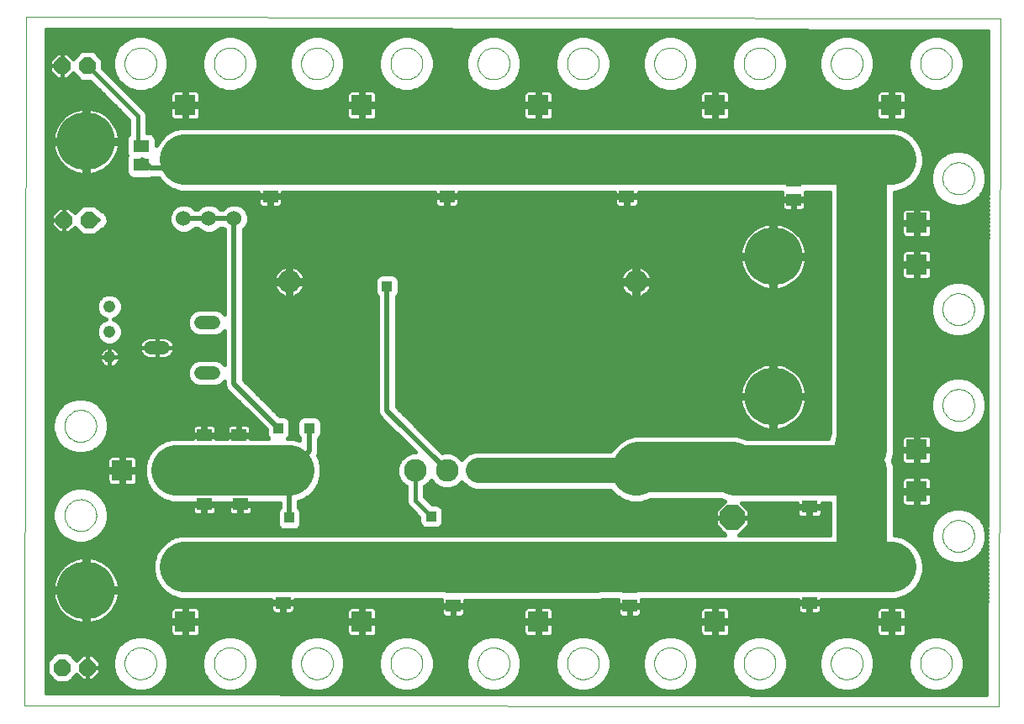
<source format=gtl>
G75*
%MOIN*%
%OFA0B0*%
%FSLAX24Y24*%
%IPPOS*%
%LPD*%
%AMOC8*
5,1,8,0,0,1.08239X$1,22.5*
%
%ADD10C,0.0000*%
%ADD11C,0.1000*%
%ADD12OC8,0.1000*%
%ADD13R,0.0827X0.0827*%
%ADD14R,0.0630X0.0512*%
%ADD15C,0.0520*%
%ADD16C,0.0900*%
%ADD17C,0.0476*%
%ADD18OC8,0.0660*%
%ADD19C,0.0600*%
%ADD20R,0.0591X0.0512*%
%ADD21C,0.2300*%
%ADD22C,0.0160*%
%ADD23C,0.0200*%
%ADD24R,0.0396X0.0396*%
%ADD25C,0.2000*%
%ADD26C,0.0400*%
%ADD27C,0.1000*%
D10*
X001708Y002271D02*
X001771Y029579D01*
X040391Y029517D01*
X040328Y002208D01*
X001708Y002271D01*
X005681Y003930D02*
X005683Y003980D01*
X005689Y004030D01*
X005699Y004079D01*
X005713Y004127D01*
X005730Y004174D01*
X005751Y004219D01*
X005776Y004263D01*
X005804Y004304D01*
X005836Y004343D01*
X005870Y004380D01*
X005907Y004414D01*
X005947Y004444D01*
X005989Y004471D01*
X006033Y004495D01*
X006079Y004516D01*
X006126Y004532D01*
X006174Y004545D01*
X006224Y004554D01*
X006273Y004559D01*
X006324Y004560D01*
X006374Y004557D01*
X006423Y004550D01*
X006472Y004539D01*
X006520Y004524D01*
X006566Y004506D01*
X006611Y004484D01*
X006654Y004458D01*
X006695Y004429D01*
X006734Y004397D01*
X006770Y004362D01*
X006802Y004324D01*
X006832Y004284D01*
X006859Y004241D01*
X006882Y004197D01*
X006901Y004151D01*
X006917Y004103D01*
X006929Y004054D01*
X006937Y004005D01*
X006941Y003955D01*
X006941Y003905D01*
X006937Y003855D01*
X006929Y003806D01*
X006917Y003757D01*
X006901Y003709D01*
X006882Y003663D01*
X006859Y003619D01*
X006832Y003576D01*
X006802Y003536D01*
X006770Y003498D01*
X006734Y003463D01*
X006695Y003431D01*
X006654Y003402D01*
X006611Y003376D01*
X006566Y003354D01*
X006520Y003336D01*
X006472Y003321D01*
X006423Y003310D01*
X006374Y003303D01*
X006324Y003300D01*
X006273Y003301D01*
X006224Y003306D01*
X006174Y003315D01*
X006126Y003328D01*
X006079Y003344D01*
X006033Y003365D01*
X005989Y003389D01*
X005947Y003416D01*
X005907Y003446D01*
X005870Y003480D01*
X005836Y003517D01*
X005804Y003556D01*
X005776Y003597D01*
X005751Y003641D01*
X005730Y003686D01*
X005713Y003733D01*
X005699Y003781D01*
X005689Y003830D01*
X005683Y003880D01*
X005681Y003930D01*
X009225Y003930D02*
X009227Y003980D01*
X009233Y004030D01*
X009243Y004079D01*
X009257Y004127D01*
X009274Y004174D01*
X009295Y004219D01*
X009320Y004263D01*
X009348Y004304D01*
X009380Y004343D01*
X009414Y004380D01*
X009451Y004414D01*
X009491Y004444D01*
X009533Y004471D01*
X009577Y004495D01*
X009623Y004516D01*
X009670Y004532D01*
X009718Y004545D01*
X009768Y004554D01*
X009817Y004559D01*
X009868Y004560D01*
X009918Y004557D01*
X009967Y004550D01*
X010016Y004539D01*
X010064Y004524D01*
X010110Y004506D01*
X010155Y004484D01*
X010198Y004458D01*
X010239Y004429D01*
X010278Y004397D01*
X010314Y004362D01*
X010346Y004324D01*
X010376Y004284D01*
X010403Y004241D01*
X010426Y004197D01*
X010445Y004151D01*
X010461Y004103D01*
X010473Y004054D01*
X010481Y004005D01*
X010485Y003955D01*
X010485Y003905D01*
X010481Y003855D01*
X010473Y003806D01*
X010461Y003757D01*
X010445Y003709D01*
X010426Y003663D01*
X010403Y003619D01*
X010376Y003576D01*
X010346Y003536D01*
X010314Y003498D01*
X010278Y003463D01*
X010239Y003431D01*
X010198Y003402D01*
X010155Y003376D01*
X010110Y003354D01*
X010064Y003336D01*
X010016Y003321D01*
X009967Y003310D01*
X009918Y003303D01*
X009868Y003300D01*
X009817Y003301D01*
X009768Y003306D01*
X009718Y003315D01*
X009670Y003328D01*
X009623Y003344D01*
X009577Y003365D01*
X009533Y003389D01*
X009491Y003416D01*
X009451Y003446D01*
X009414Y003480D01*
X009380Y003517D01*
X009348Y003556D01*
X009320Y003597D01*
X009295Y003641D01*
X009274Y003686D01*
X009257Y003733D01*
X009243Y003781D01*
X009233Y003830D01*
X009227Y003880D01*
X009225Y003930D01*
X012681Y003930D02*
X012683Y003980D01*
X012689Y004030D01*
X012699Y004079D01*
X012713Y004127D01*
X012730Y004174D01*
X012751Y004219D01*
X012776Y004263D01*
X012804Y004304D01*
X012836Y004343D01*
X012870Y004380D01*
X012907Y004414D01*
X012947Y004444D01*
X012989Y004471D01*
X013033Y004495D01*
X013079Y004516D01*
X013126Y004532D01*
X013174Y004545D01*
X013224Y004554D01*
X013273Y004559D01*
X013324Y004560D01*
X013374Y004557D01*
X013423Y004550D01*
X013472Y004539D01*
X013520Y004524D01*
X013566Y004506D01*
X013611Y004484D01*
X013654Y004458D01*
X013695Y004429D01*
X013734Y004397D01*
X013770Y004362D01*
X013802Y004324D01*
X013832Y004284D01*
X013859Y004241D01*
X013882Y004197D01*
X013901Y004151D01*
X013917Y004103D01*
X013929Y004054D01*
X013937Y004005D01*
X013941Y003955D01*
X013941Y003905D01*
X013937Y003855D01*
X013929Y003806D01*
X013917Y003757D01*
X013901Y003709D01*
X013882Y003663D01*
X013859Y003619D01*
X013832Y003576D01*
X013802Y003536D01*
X013770Y003498D01*
X013734Y003463D01*
X013695Y003431D01*
X013654Y003402D01*
X013611Y003376D01*
X013566Y003354D01*
X013520Y003336D01*
X013472Y003321D01*
X013423Y003310D01*
X013374Y003303D01*
X013324Y003300D01*
X013273Y003301D01*
X013224Y003306D01*
X013174Y003315D01*
X013126Y003328D01*
X013079Y003344D01*
X013033Y003365D01*
X012989Y003389D01*
X012947Y003416D01*
X012907Y003446D01*
X012870Y003480D01*
X012836Y003517D01*
X012804Y003556D01*
X012776Y003597D01*
X012751Y003641D01*
X012730Y003686D01*
X012713Y003733D01*
X012699Y003781D01*
X012689Y003830D01*
X012683Y003880D01*
X012681Y003930D01*
X016225Y003930D02*
X016227Y003980D01*
X016233Y004030D01*
X016243Y004079D01*
X016257Y004127D01*
X016274Y004174D01*
X016295Y004219D01*
X016320Y004263D01*
X016348Y004304D01*
X016380Y004343D01*
X016414Y004380D01*
X016451Y004414D01*
X016491Y004444D01*
X016533Y004471D01*
X016577Y004495D01*
X016623Y004516D01*
X016670Y004532D01*
X016718Y004545D01*
X016768Y004554D01*
X016817Y004559D01*
X016868Y004560D01*
X016918Y004557D01*
X016967Y004550D01*
X017016Y004539D01*
X017064Y004524D01*
X017110Y004506D01*
X017155Y004484D01*
X017198Y004458D01*
X017239Y004429D01*
X017278Y004397D01*
X017314Y004362D01*
X017346Y004324D01*
X017376Y004284D01*
X017403Y004241D01*
X017426Y004197D01*
X017445Y004151D01*
X017461Y004103D01*
X017473Y004054D01*
X017481Y004005D01*
X017485Y003955D01*
X017485Y003905D01*
X017481Y003855D01*
X017473Y003806D01*
X017461Y003757D01*
X017445Y003709D01*
X017426Y003663D01*
X017403Y003619D01*
X017376Y003576D01*
X017346Y003536D01*
X017314Y003498D01*
X017278Y003463D01*
X017239Y003431D01*
X017198Y003402D01*
X017155Y003376D01*
X017110Y003354D01*
X017064Y003336D01*
X017016Y003321D01*
X016967Y003310D01*
X016918Y003303D01*
X016868Y003300D01*
X016817Y003301D01*
X016768Y003306D01*
X016718Y003315D01*
X016670Y003328D01*
X016623Y003344D01*
X016577Y003365D01*
X016533Y003389D01*
X016491Y003416D01*
X016451Y003446D01*
X016414Y003480D01*
X016380Y003517D01*
X016348Y003556D01*
X016320Y003597D01*
X016295Y003641D01*
X016274Y003686D01*
X016257Y003733D01*
X016243Y003781D01*
X016233Y003830D01*
X016227Y003880D01*
X016225Y003930D01*
X019681Y003930D02*
X019683Y003980D01*
X019689Y004030D01*
X019699Y004079D01*
X019713Y004127D01*
X019730Y004174D01*
X019751Y004219D01*
X019776Y004263D01*
X019804Y004304D01*
X019836Y004343D01*
X019870Y004380D01*
X019907Y004414D01*
X019947Y004444D01*
X019989Y004471D01*
X020033Y004495D01*
X020079Y004516D01*
X020126Y004532D01*
X020174Y004545D01*
X020224Y004554D01*
X020273Y004559D01*
X020324Y004560D01*
X020374Y004557D01*
X020423Y004550D01*
X020472Y004539D01*
X020520Y004524D01*
X020566Y004506D01*
X020611Y004484D01*
X020654Y004458D01*
X020695Y004429D01*
X020734Y004397D01*
X020770Y004362D01*
X020802Y004324D01*
X020832Y004284D01*
X020859Y004241D01*
X020882Y004197D01*
X020901Y004151D01*
X020917Y004103D01*
X020929Y004054D01*
X020937Y004005D01*
X020941Y003955D01*
X020941Y003905D01*
X020937Y003855D01*
X020929Y003806D01*
X020917Y003757D01*
X020901Y003709D01*
X020882Y003663D01*
X020859Y003619D01*
X020832Y003576D01*
X020802Y003536D01*
X020770Y003498D01*
X020734Y003463D01*
X020695Y003431D01*
X020654Y003402D01*
X020611Y003376D01*
X020566Y003354D01*
X020520Y003336D01*
X020472Y003321D01*
X020423Y003310D01*
X020374Y003303D01*
X020324Y003300D01*
X020273Y003301D01*
X020224Y003306D01*
X020174Y003315D01*
X020126Y003328D01*
X020079Y003344D01*
X020033Y003365D01*
X019989Y003389D01*
X019947Y003416D01*
X019907Y003446D01*
X019870Y003480D01*
X019836Y003517D01*
X019804Y003556D01*
X019776Y003597D01*
X019751Y003641D01*
X019730Y003686D01*
X019713Y003733D01*
X019699Y003781D01*
X019689Y003830D01*
X019683Y003880D01*
X019681Y003930D01*
X023225Y003930D02*
X023227Y003980D01*
X023233Y004030D01*
X023243Y004079D01*
X023257Y004127D01*
X023274Y004174D01*
X023295Y004219D01*
X023320Y004263D01*
X023348Y004304D01*
X023380Y004343D01*
X023414Y004380D01*
X023451Y004414D01*
X023491Y004444D01*
X023533Y004471D01*
X023577Y004495D01*
X023623Y004516D01*
X023670Y004532D01*
X023718Y004545D01*
X023768Y004554D01*
X023817Y004559D01*
X023868Y004560D01*
X023918Y004557D01*
X023967Y004550D01*
X024016Y004539D01*
X024064Y004524D01*
X024110Y004506D01*
X024155Y004484D01*
X024198Y004458D01*
X024239Y004429D01*
X024278Y004397D01*
X024314Y004362D01*
X024346Y004324D01*
X024376Y004284D01*
X024403Y004241D01*
X024426Y004197D01*
X024445Y004151D01*
X024461Y004103D01*
X024473Y004054D01*
X024481Y004005D01*
X024485Y003955D01*
X024485Y003905D01*
X024481Y003855D01*
X024473Y003806D01*
X024461Y003757D01*
X024445Y003709D01*
X024426Y003663D01*
X024403Y003619D01*
X024376Y003576D01*
X024346Y003536D01*
X024314Y003498D01*
X024278Y003463D01*
X024239Y003431D01*
X024198Y003402D01*
X024155Y003376D01*
X024110Y003354D01*
X024064Y003336D01*
X024016Y003321D01*
X023967Y003310D01*
X023918Y003303D01*
X023868Y003300D01*
X023817Y003301D01*
X023768Y003306D01*
X023718Y003315D01*
X023670Y003328D01*
X023623Y003344D01*
X023577Y003365D01*
X023533Y003389D01*
X023491Y003416D01*
X023451Y003446D01*
X023414Y003480D01*
X023380Y003517D01*
X023348Y003556D01*
X023320Y003597D01*
X023295Y003641D01*
X023274Y003686D01*
X023257Y003733D01*
X023243Y003781D01*
X023233Y003830D01*
X023227Y003880D01*
X023225Y003930D01*
X026681Y003930D02*
X026683Y003980D01*
X026689Y004030D01*
X026699Y004079D01*
X026713Y004127D01*
X026730Y004174D01*
X026751Y004219D01*
X026776Y004263D01*
X026804Y004304D01*
X026836Y004343D01*
X026870Y004380D01*
X026907Y004414D01*
X026947Y004444D01*
X026989Y004471D01*
X027033Y004495D01*
X027079Y004516D01*
X027126Y004532D01*
X027174Y004545D01*
X027224Y004554D01*
X027273Y004559D01*
X027324Y004560D01*
X027374Y004557D01*
X027423Y004550D01*
X027472Y004539D01*
X027520Y004524D01*
X027566Y004506D01*
X027611Y004484D01*
X027654Y004458D01*
X027695Y004429D01*
X027734Y004397D01*
X027770Y004362D01*
X027802Y004324D01*
X027832Y004284D01*
X027859Y004241D01*
X027882Y004197D01*
X027901Y004151D01*
X027917Y004103D01*
X027929Y004054D01*
X027937Y004005D01*
X027941Y003955D01*
X027941Y003905D01*
X027937Y003855D01*
X027929Y003806D01*
X027917Y003757D01*
X027901Y003709D01*
X027882Y003663D01*
X027859Y003619D01*
X027832Y003576D01*
X027802Y003536D01*
X027770Y003498D01*
X027734Y003463D01*
X027695Y003431D01*
X027654Y003402D01*
X027611Y003376D01*
X027566Y003354D01*
X027520Y003336D01*
X027472Y003321D01*
X027423Y003310D01*
X027374Y003303D01*
X027324Y003300D01*
X027273Y003301D01*
X027224Y003306D01*
X027174Y003315D01*
X027126Y003328D01*
X027079Y003344D01*
X027033Y003365D01*
X026989Y003389D01*
X026947Y003416D01*
X026907Y003446D01*
X026870Y003480D01*
X026836Y003517D01*
X026804Y003556D01*
X026776Y003597D01*
X026751Y003641D01*
X026730Y003686D01*
X026713Y003733D01*
X026699Y003781D01*
X026689Y003830D01*
X026683Y003880D01*
X026681Y003930D01*
X030225Y003930D02*
X030227Y003980D01*
X030233Y004030D01*
X030243Y004079D01*
X030257Y004127D01*
X030274Y004174D01*
X030295Y004219D01*
X030320Y004263D01*
X030348Y004304D01*
X030380Y004343D01*
X030414Y004380D01*
X030451Y004414D01*
X030491Y004444D01*
X030533Y004471D01*
X030577Y004495D01*
X030623Y004516D01*
X030670Y004532D01*
X030718Y004545D01*
X030768Y004554D01*
X030817Y004559D01*
X030868Y004560D01*
X030918Y004557D01*
X030967Y004550D01*
X031016Y004539D01*
X031064Y004524D01*
X031110Y004506D01*
X031155Y004484D01*
X031198Y004458D01*
X031239Y004429D01*
X031278Y004397D01*
X031314Y004362D01*
X031346Y004324D01*
X031376Y004284D01*
X031403Y004241D01*
X031426Y004197D01*
X031445Y004151D01*
X031461Y004103D01*
X031473Y004054D01*
X031481Y004005D01*
X031485Y003955D01*
X031485Y003905D01*
X031481Y003855D01*
X031473Y003806D01*
X031461Y003757D01*
X031445Y003709D01*
X031426Y003663D01*
X031403Y003619D01*
X031376Y003576D01*
X031346Y003536D01*
X031314Y003498D01*
X031278Y003463D01*
X031239Y003431D01*
X031198Y003402D01*
X031155Y003376D01*
X031110Y003354D01*
X031064Y003336D01*
X031016Y003321D01*
X030967Y003310D01*
X030918Y003303D01*
X030868Y003300D01*
X030817Y003301D01*
X030768Y003306D01*
X030718Y003315D01*
X030670Y003328D01*
X030623Y003344D01*
X030577Y003365D01*
X030533Y003389D01*
X030491Y003416D01*
X030451Y003446D01*
X030414Y003480D01*
X030380Y003517D01*
X030348Y003556D01*
X030320Y003597D01*
X030295Y003641D01*
X030274Y003686D01*
X030257Y003733D01*
X030243Y003781D01*
X030233Y003830D01*
X030227Y003880D01*
X030225Y003930D01*
X033681Y003930D02*
X033683Y003980D01*
X033689Y004030D01*
X033699Y004079D01*
X033713Y004127D01*
X033730Y004174D01*
X033751Y004219D01*
X033776Y004263D01*
X033804Y004304D01*
X033836Y004343D01*
X033870Y004380D01*
X033907Y004414D01*
X033947Y004444D01*
X033989Y004471D01*
X034033Y004495D01*
X034079Y004516D01*
X034126Y004532D01*
X034174Y004545D01*
X034224Y004554D01*
X034273Y004559D01*
X034324Y004560D01*
X034374Y004557D01*
X034423Y004550D01*
X034472Y004539D01*
X034520Y004524D01*
X034566Y004506D01*
X034611Y004484D01*
X034654Y004458D01*
X034695Y004429D01*
X034734Y004397D01*
X034770Y004362D01*
X034802Y004324D01*
X034832Y004284D01*
X034859Y004241D01*
X034882Y004197D01*
X034901Y004151D01*
X034917Y004103D01*
X034929Y004054D01*
X034937Y004005D01*
X034941Y003955D01*
X034941Y003905D01*
X034937Y003855D01*
X034929Y003806D01*
X034917Y003757D01*
X034901Y003709D01*
X034882Y003663D01*
X034859Y003619D01*
X034832Y003576D01*
X034802Y003536D01*
X034770Y003498D01*
X034734Y003463D01*
X034695Y003431D01*
X034654Y003402D01*
X034611Y003376D01*
X034566Y003354D01*
X034520Y003336D01*
X034472Y003321D01*
X034423Y003310D01*
X034374Y003303D01*
X034324Y003300D01*
X034273Y003301D01*
X034224Y003306D01*
X034174Y003315D01*
X034126Y003328D01*
X034079Y003344D01*
X034033Y003365D01*
X033989Y003389D01*
X033947Y003416D01*
X033907Y003446D01*
X033870Y003480D01*
X033836Y003517D01*
X033804Y003556D01*
X033776Y003597D01*
X033751Y003641D01*
X033730Y003686D01*
X033713Y003733D01*
X033699Y003781D01*
X033689Y003830D01*
X033683Y003880D01*
X033681Y003930D01*
X037225Y003930D02*
X037227Y003980D01*
X037233Y004030D01*
X037243Y004079D01*
X037257Y004127D01*
X037274Y004174D01*
X037295Y004219D01*
X037320Y004263D01*
X037348Y004304D01*
X037380Y004343D01*
X037414Y004380D01*
X037451Y004414D01*
X037491Y004444D01*
X037533Y004471D01*
X037577Y004495D01*
X037623Y004516D01*
X037670Y004532D01*
X037718Y004545D01*
X037768Y004554D01*
X037817Y004559D01*
X037868Y004560D01*
X037918Y004557D01*
X037967Y004550D01*
X038016Y004539D01*
X038064Y004524D01*
X038110Y004506D01*
X038155Y004484D01*
X038198Y004458D01*
X038239Y004429D01*
X038278Y004397D01*
X038314Y004362D01*
X038346Y004324D01*
X038376Y004284D01*
X038403Y004241D01*
X038426Y004197D01*
X038445Y004151D01*
X038461Y004103D01*
X038473Y004054D01*
X038481Y004005D01*
X038485Y003955D01*
X038485Y003905D01*
X038481Y003855D01*
X038473Y003806D01*
X038461Y003757D01*
X038445Y003709D01*
X038426Y003663D01*
X038403Y003619D01*
X038376Y003576D01*
X038346Y003536D01*
X038314Y003498D01*
X038278Y003463D01*
X038239Y003431D01*
X038198Y003402D01*
X038155Y003376D01*
X038110Y003354D01*
X038064Y003336D01*
X038016Y003321D01*
X037967Y003310D01*
X037918Y003303D01*
X037868Y003300D01*
X037817Y003301D01*
X037768Y003306D01*
X037718Y003315D01*
X037670Y003328D01*
X037623Y003344D01*
X037577Y003365D01*
X037533Y003389D01*
X037491Y003416D01*
X037451Y003446D01*
X037414Y003480D01*
X037380Y003517D01*
X037348Y003556D01*
X037320Y003597D01*
X037295Y003641D01*
X037274Y003686D01*
X037257Y003733D01*
X037243Y003781D01*
X037233Y003830D01*
X037227Y003880D01*
X037225Y003930D01*
X038107Y008985D02*
X038109Y009035D01*
X038115Y009085D01*
X038125Y009134D01*
X038139Y009182D01*
X038156Y009229D01*
X038177Y009274D01*
X038202Y009318D01*
X038230Y009359D01*
X038262Y009398D01*
X038296Y009435D01*
X038333Y009469D01*
X038373Y009499D01*
X038415Y009526D01*
X038459Y009550D01*
X038505Y009571D01*
X038552Y009587D01*
X038600Y009600D01*
X038650Y009609D01*
X038699Y009614D01*
X038750Y009615D01*
X038800Y009612D01*
X038849Y009605D01*
X038898Y009594D01*
X038946Y009579D01*
X038992Y009561D01*
X039037Y009539D01*
X039080Y009513D01*
X039121Y009484D01*
X039160Y009452D01*
X039196Y009417D01*
X039228Y009379D01*
X039258Y009339D01*
X039285Y009296D01*
X039308Y009252D01*
X039327Y009206D01*
X039343Y009158D01*
X039355Y009109D01*
X039363Y009060D01*
X039367Y009010D01*
X039367Y008960D01*
X039363Y008910D01*
X039355Y008861D01*
X039343Y008812D01*
X039327Y008764D01*
X039308Y008718D01*
X039285Y008674D01*
X039258Y008631D01*
X039228Y008591D01*
X039196Y008553D01*
X039160Y008518D01*
X039121Y008486D01*
X039080Y008457D01*
X039037Y008431D01*
X038992Y008409D01*
X038946Y008391D01*
X038898Y008376D01*
X038849Y008365D01*
X038800Y008358D01*
X038750Y008355D01*
X038699Y008356D01*
X038650Y008361D01*
X038600Y008370D01*
X038552Y008383D01*
X038505Y008399D01*
X038459Y008420D01*
X038415Y008444D01*
X038373Y008471D01*
X038333Y008501D01*
X038296Y008535D01*
X038262Y008572D01*
X038230Y008611D01*
X038202Y008652D01*
X038177Y008696D01*
X038156Y008741D01*
X038139Y008788D01*
X038125Y008836D01*
X038115Y008885D01*
X038109Y008935D01*
X038107Y008985D01*
X038107Y014181D02*
X038109Y014231D01*
X038115Y014281D01*
X038125Y014330D01*
X038139Y014378D01*
X038156Y014425D01*
X038177Y014470D01*
X038202Y014514D01*
X038230Y014555D01*
X038262Y014594D01*
X038296Y014631D01*
X038333Y014665D01*
X038373Y014695D01*
X038415Y014722D01*
X038459Y014746D01*
X038505Y014767D01*
X038552Y014783D01*
X038600Y014796D01*
X038650Y014805D01*
X038699Y014810D01*
X038750Y014811D01*
X038800Y014808D01*
X038849Y014801D01*
X038898Y014790D01*
X038946Y014775D01*
X038992Y014757D01*
X039037Y014735D01*
X039080Y014709D01*
X039121Y014680D01*
X039160Y014648D01*
X039196Y014613D01*
X039228Y014575D01*
X039258Y014535D01*
X039285Y014492D01*
X039308Y014448D01*
X039327Y014402D01*
X039343Y014354D01*
X039355Y014305D01*
X039363Y014256D01*
X039367Y014206D01*
X039367Y014156D01*
X039363Y014106D01*
X039355Y014057D01*
X039343Y014008D01*
X039327Y013960D01*
X039308Y013914D01*
X039285Y013870D01*
X039258Y013827D01*
X039228Y013787D01*
X039196Y013749D01*
X039160Y013714D01*
X039121Y013682D01*
X039080Y013653D01*
X039037Y013627D01*
X038992Y013605D01*
X038946Y013587D01*
X038898Y013572D01*
X038849Y013561D01*
X038800Y013554D01*
X038750Y013551D01*
X038699Y013552D01*
X038650Y013557D01*
X038600Y013566D01*
X038552Y013579D01*
X038505Y013595D01*
X038459Y013616D01*
X038415Y013640D01*
X038373Y013667D01*
X038333Y013697D01*
X038296Y013731D01*
X038262Y013768D01*
X038230Y013807D01*
X038202Y013848D01*
X038177Y013892D01*
X038156Y013937D01*
X038139Y013984D01*
X038125Y014032D01*
X038115Y014081D01*
X038109Y014131D01*
X038107Y014181D01*
X038107Y017985D02*
X038109Y018035D01*
X038115Y018085D01*
X038125Y018134D01*
X038139Y018182D01*
X038156Y018229D01*
X038177Y018274D01*
X038202Y018318D01*
X038230Y018359D01*
X038262Y018398D01*
X038296Y018435D01*
X038333Y018469D01*
X038373Y018499D01*
X038415Y018526D01*
X038459Y018550D01*
X038505Y018571D01*
X038552Y018587D01*
X038600Y018600D01*
X038650Y018609D01*
X038699Y018614D01*
X038750Y018615D01*
X038800Y018612D01*
X038849Y018605D01*
X038898Y018594D01*
X038946Y018579D01*
X038992Y018561D01*
X039037Y018539D01*
X039080Y018513D01*
X039121Y018484D01*
X039160Y018452D01*
X039196Y018417D01*
X039228Y018379D01*
X039258Y018339D01*
X039285Y018296D01*
X039308Y018252D01*
X039327Y018206D01*
X039343Y018158D01*
X039355Y018109D01*
X039363Y018060D01*
X039367Y018010D01*
X039367Y017960D01*
X039363Y017910D01*
X039355Y017861D01*
X039343Y017812D01*
X039327Y017764D01*
X039308Y017718D01*
X039285Y017674D01*
X039258Y017631D01*
X039228Y017591D01*
X039196Y017553D01*
X039160Y017518D01*
X039121Y017486D01*
X039080Y017457D01*
X039037Y017431D01*
X038992Y017409D01*
X038946Y017391D01*
X038898Y017376D01*
X038849Y017365D01*
X038800Y017358D01*
X038750Y017355D01*
X038699Y017356D01*
X038650Y017361D01*
X038600Y017370D01*
X038552Y017383D01*
X038505Y017399D01*
X038459Y017420D01*
X038415Y017444D01*
X038373Y017471D01*
X038333Y017501D01*
X038296Y017535D01*
X038262Y017572D01*
X038230Y017611D01*
X038202Y017652D01*
X038177Y017696D01*
X038156Y017741D01*
X038139Y017788D01*
X038125Y017836D01*
X038115Y017885D01*
X038109Y017935D01*
X038107Y017985D01*
X038107Y023181D02*
X038109Y023231D01*
X038115Y023281D01*
X038125Y023330D01*
X038139Y023378D01*
X038156Y023425D01*
X038177Y023470D01*
X038202Y023514D01*
X038230Y023555D01*
X038262Y023594D01*
X038296Y023631D01*
X038333Y023665D01*
X038373Y023695D01*
X038415Y023722D01*
X038459Y023746D01*
X038505Y023767D01*
X038552Y023783D01*
X038600Y023796D01*
X038650Y023805D01*
X038699Y023810D01*
X038750Y023811D01*
X038800Y023808D01*
X038849Y023801D01*
X038898Y023790D01*
X038946Y023775D01*
X038992Y023757D01*
X039037Y023735D01*
X039080Y023709D01*
X039121Y023680D01*
X039160Y023648D01*
X039196Y023613D01*
X039228Y023575D01*
X039258Y023535D01*
X039285Y023492D01*
X039308Y023448D01*
X039327Y023402D01*
X039343Y023354D01*
X039355Y023305D01*
X039363Y023256D01*
X039367Y023206D01*
X039367Y023156D01*
X039363Y023106D01*
X039355Y023057D01*
X039343Y023008D01*
X039327Y022960D01*
X039308Y022914D01*
X039285Y022870D01*
X039258Y022827D01*
X039228Y022787D01*
X039196Y022749D01*
X039160Y022714D01*
X039121Y022682D01*
X039080Y022653D01*
X039037Y022627D01*
X038992Y022605D01*
X038946Y022587D01*
X038898Y022572D01*
X038849Y022561D01*
X038800Y022554D01*
X038750Y022551D01*
X038699Y022552D01*
X038650Y022557D01*
X038600Y022566D01*
X038552Y022579D01*
X038505Y022595D01*
X038459Y022616D01*
X038415Y022640D01*
X038373Y022667D01*
X038333Y022697D01*
X038296Y022731D01*
X038262Y022768D01*
X038230Y022807D01*
X038202Y022848D01*
X038177Y022892D01*
X038156Y022937D01*
X038139Y022984D01*
X038125Y023032D01*
X038115Y023081D01*
X038109Y023131D01*
X038107Y023181D01*
X037225Y027737D02*
X037227Y027787D01*
X037233Y027837D01*
X037243Y027886D01*
X037257Y027934D01*
X037274Y027981D01*
X037295Y028026D01*
X037320Y028070D01*
X037348Y028111D01*
X037380Y028150D01*
X037414Y028187D01*
X037451Y028221D01*
X037491Y028251D01*
X037533Y028278D01*
X037577Y028302D01*
X037623Y028323D01*
X037670Y028339D01*
X037718Y028352D01*
X037768Y028361D01*
X037817Y028366D01*
X037868Y028367D01*
X037918Y028364D01*
X037967Y028357D01*
X038016Y028346D01*
X038064Y028331D01*
X038110Y028313D01*
X038155Y028291D01*
X038198Y028265D01*
X038239Y028236D01*
X038278Y028204D01*
X038314Y028169D01*
X038346Y028131D01*
X038376Y028091D01*
X038403Y028048D01*
X038426Y028004D01*
X038445Y027958D01*
X038461Y027910D01*
X038473Y027861D01*
X038481Y027812D01*
X038485Y027762D01*
X038485Y027712D01*
X038481Y027662D01*
X038473Y027613D01*
X038461Y027564D01*
X038445Y027516D01*
X038426Y027470D01*
X038403Y027426D01*
X038376Y027383D01*
X038346Y027343D01*
X038314Y027305D01*
X038278Y027270D01*
X038239Y027238D01*
X038198Y027209D01*
X038155Y027183D01*
X038110Y027161D01*
X038064Y027143D01*
X038016Y027128D01*
X037967Y027117D01*
X037918Y027110D01*
X037868Y027107D01*
X037817Y027108D01*
X037768Y027113D01*
X037718Y027122D01*
X037670Y027135D01*
X037623Y027151D01*
X037577Y027172D01*
X037533Y027196D01*
X037491Y027223D01*
X037451Y027253D01*
X037414Y027287D01*
X037380Y027324D01*
X037348Y027363D01*
X037320Y027404D01*
X037295Y027448D01*
X037274Y027493D01*
X037257Y027540D01*
X037243Y027588D01*
X037233Y027637D01*
X037227Y027687D01*
X037225Y027737D01*
X033681Y027737D02*
X033683Y027787D01*
X033689Y027837D01*
X033699Y027886D01*
X033713Y027934D01*
X033730Y027981D01*
X033751Y028026D01*
X033776Y028070D01*
X033804Y028111D01*
X033836Y028150D01*
X033870Y028187D01*
X033907Y028221D01*
X033947Y028251D01*
X033989Y028278D01*
X034033Y028302D01*
X034079Y028323D01*
X034126Y028339D01*
X034174Y028352D01*
X034224Y028361D01*
X034273Y028366D01*
X034324Y028367D01*
X034374Y028364D01*
X034423Y028357D01*
X034472Y028346D01*
X034520Y028331D01*
X034566Y028313D01*
X034611Y028291D01*
X034654Y028265D01*
X034695Y028236D01*
X034734Y028204D01*
X034770Y028169D01*
X034802Y028131D01*
X034832Y028091D01*
X034859Y028048D01*
X034882Y028004D01*
X034901Y027958D01*
X034917Y027910D01*
X034929Y027861D01*
X034937Y027812D01*
X034941Y027762D01*
X034941Y027712D01*
X034937Y027662D01*
X034929Y027613D01*
X034917Y027564D01*
X034901Y027516D01*
X034882Y027470D01*
X034859Y027426D01*
X034832Y027383D01*
X034802Y027343D01*
X034770Y027305D01*
X034734Y027270D01*
X034695Y027238D01*
X034654Y027209D01*
X034611Y027183D01*
X034566Y027161D01*
X034520Y027143D01*
X034472Y027128D01*
X034423Y027117D01*
X034374Y027110D01*
X034324Y027107D01*
X034273Y027108D01*
X034224Y027113D01*
X034174Y027122D01*
X034126Y027135D01*
X034079Y027151D01*
X034033Y027172D01*
X033989Y027196D01*
X033947Y027223D01*
X033907Y027253D01*
X033870Y027287D01*
X033836Y027324D01*
X033804Y027363D01*
X033776Y027404D01*
X033751Y027448D01*
X033730Y027493D01*
X033713Y027540D01*
X033699Y027588D01*
X033689Y027637D01*
X033683Y027687D01*
X033681Y027737D01*
X030225Y027737D02*
X030227Y027787D01*
X030233Y027837D01*
X030243Y027886D01*
X030257Y027934D01*
X030274Y027981D01*
X030295Y028026D01*
X030320Y028070D01*
X030348Y028111D01*
X030380Y028150D01*
X030414Y028187D01*
X030451Y028221D01*
X030491Y028251D01*
X030533Y028278D01*
X030577Y028302D01*
X030623Y028323D01*
X030670Y028339D01*
X030718Y028352D01*
X030768Y028361D01*
X030817Y028366D01*
X030868Y028367D01*
X030918Y028364D01*
X030967Y028357D01*
X031016Y028346D01*
X031064Y028331D01*
X031110Y028313D01*
X031155Y028291D01*
X031198Y028265D01*
X031239Y028236D01*
X031278Y028204D01*
X031314Y028169D01*
X031346Y028131D01*
X031376Y028091D01*
X031403Y028048D01*
X031426Y028004D01*
X031445Y027958D01*
X031461Y027910D01*
X031473Y027861D01*
X031481Y027812D01*
X031485Y027762D01*
X031485Y027712D01*
X031481Y027662D01*
X031473Y027613D01*
X031461Y027564D01*
X031445Y027516D01*
X031426Y027470D01*
X031403Y027426D01*
X031376Y027383D01*
X031346Y027343D01*
X031314Y027305D01*
X031278Y027270D01*
X031239Y027238D01*
X031198Y027209D01*
X031155Y027183D01*
X031110Y027161D01*
X031064Y027143D01*
X031016Y027128D01*
X030967Y027117D01*
X030918Y027110D01*
X030868Y027107D01*
X030817Y027108D01*
X030768Y027113D01*
X030718Y027122D01*
X030670Y027135D01*
X030623Y027151D01*
X030577Y027172D01*
X030533Y027196D01*
X030491Y027223D01*
X030451Y027253D01*
X030414Y027287D01*
X030380Y027324D01*
X030348Y027363D01*
X030320Y027404D01*
X030295Y027448D01*
X030274Y027493D01*
X030257Y027540D01*
X030243Y027588D01*
X030233Y027637D01*
X030227Y027687D01*
X030225Y027737D01*
X026681Y027737D02*
X026683Y027787D01*
X026689Y027837D01*
X026699Y027886D01*
X026713Y027934D01*
X026730Y027981D01*
X026751Y028026D01*
X026776Y028070D01*
X026804Y028111D01*
X026836Y028150D01*
X026870Y028187D01*
X026907Y028221D01*
X026947Y028251D01*
X026989Y028278D01*
X027033Y028302D01*
X027079Y028323D01*
X027126Y028339D01*
X027174Y028352D01*
X027224Y028361D01*
X027273Y028366D01*
X027324Y028367D01*
X027374Y028364D01*
X027423Y028357D01*
X027472Y028346D01*
X027520Y028331D01*
X027566Y028313D01*
X027611Y028291D01*
X027654Y028265D01*
X027695Y028236D01*
X027734Y028204D01*
X027770Y028169D01*
X027802Y028131D01*
X027832Y028091D01*
X027859Y028048D01*
X027882Y028004D01*
X027901Y027958D01*
X027917Y027910D01*
X027929Y027861D01*
X027937Y027812D01*
X027941Y027762D01*
X027941Y027712D01*
X027937Y027662D01*
X027929Y027613D01*
X027917Y027564D01*
X027901Y027516D01*
X027882Y027470D01*
X027859Y027426D01*
X027832Y027383D01*
X027802Y027343D01*
X027770Y027305D01*
X027734Y027270D01*
X027695Y027238D01*
X027654Y027209D01*
X027611Y027183D01*
X027566Y027161D01*
X027520Y027143D01*
X027472Y027128D01*
X027423Y027117D01*
X027374Y027110D01*
X027324Y027107D01*
X027273Y027108D01*
X027224Y027113D01*
X027174Y027122D01*
X027126Y027135D01*
X027079Y027151D01*
X027033Y027172D01*
X026989Y027196D01*
X026947Y027223D01*
X026907Y027253D01*
X026870Y027287D01*
X026836Y027324D01*
X026804Y027363D01*
X026776Y027404D01*
X026751Y027448D01*
X026730Y027493D01*
X026713Y027540D01*
X026699Y027588D01*
X026689Y027637D01*
X026683Y027687D01*
X026681Y027737D01*
X023225Y027737D02*
X023227Y027787D01*
X023233Y027837D01*
X023243Y027886D01*
X023257Y027934D01*
X023274Y027981D01*
X023295Y028026D01*
X023320Y028070D01*
X023348Y028111D01*
X023380Y028150D01*
X023414Y028187D01*
X023451Y028221D01*
X023491Y028251D01*
X023533Y028278D01*
X023577Y028302D01*
X023623Y028323D01*
X023670Y028339D01*
X023718Y028352D01*
X023768Y028361D01*
X023817Y028366D01*
X023868Y028367D01*
X023918Y028364D01*
X023967Y028357D01*
X024016Y028346D01*
X024064Y028331D01*
X024110Y028313D01*
X024155Y028291D01*
X024198Y028265D01*
X024239Y028236D01*
X024278Y028204D01*
X024314Y028169D01*
X024346Y028131D01*
X024376Y028091D01*
X024403Y028048D01*
X024426Y028004D01*
X024445Y027958D01*
X024461Y027910D01*
X024473Y027861D01*
X024481Y027812D01*
X024485Y027762D01*
X024485Y027712D01*
X024481Y027662D01*
X024473Y027613D01*
X024461Y027564D01*
X024445Y027516D01*
X024426Y027470D01*
X024403Y027426D01*
X024376Y027383D01*
X024346Y027343D01*
X024314Y027305D01*
X024278Y027270D01*
X024239Y027238D01*
X024198Y027209D01*
X024155Y027183D01*
X024110Y027161D01*
X024064Y027143D01*
X024016Y027128D01*
X023967Y027117D01*
X023918Y027110D01*
X023868Y027107D01*
X023817Y027108D01*
X023768Y027113D01*
X023718Y027122D01*
X023670Y027135D01*
X023623Y027151D01*
X023577Y027172D01*
X023533Y027196D01*
X023491Y027223D01*
X023451Y027253D01*
X023414Y027287D01*
X023380Y027324D01*
X023348Y027363D01*
X023320Y027404D01*
X023295Y027448D01*
X023274Y027493D01*
X023257Y027540D01*
X023243Y027588D01*
X023233Y027637D01*
X023227Y027687D01*
X023225Y027737D01*
X019681Y027737D02*
X019683Y027787D01*
X019689Y027837D01*
X019699Y027886D01*
X019713Y027934D01*
X019730Y027981D01*
X019751Y028026D01*
X019776Y028070D01*
X019804Y028111D01*
X019836Y028150D01*
X019870Y028187D01*
X019907Y028221D01*
X019947Y028251D01*
X019989Y028278D01*
X020033Y028302D01*
X020079Y028323D01*
X020126Y028339D01*
X020174Y028352D01*
X020224Y028361D01*
X020273Y028366D01*
X020324Y028367D01*
X020374Y028364D01*
X020423Y028357D01*
X020472Y028346D01*
X020520Y028331D01*
X020566Y028313D01*
X020611Y028291D01*
X020654Y028265D01*
X020695Y028236D01*
X020734Y028204D01*
X020770Y028169D01*
X020802Y028131D01*
X020832Y028091D01*
X020859Y028048D01*
X020882Y028004D01*
X020901Y027958D01*
X020917Y027910D01*
X020929Y027861D01*
X020937Y027812D01*
X020941Y027762D01*
X020941Y027712D01*
X020937Y027662D01*
X020929Y027613D01*
X020917Y027564D01*
X020901Y027516D01*
X020882Y027470D01*
X020859Y027426D01*
X020832Y027383D01*
X020802Y027343D01*
X020770Y027305D01*
X020734Y027270D01*
X020695Y027238D01*
X020654Y027209D01*
X020611Y027183D01*
X020566Y027161D01*
X020520Y027143D01*
X020472Y027128D01*
X020423Y027117D01*
X020374Y027110D01*
X020324Y027107D01*
X020273Y027108D01*
X020224Y027113D01*
X020174Y027122D01*
X020126Y027135D01*
X020079Y027151D01*
X020033Y027172D01*
X019989Y027196D01*
X019947Y027223D01*
X019907Y027253D01*
X019870Y027287D01*
X019836Y027324D01*
X019804Y027363D01*
X019776Y027404D01*
X019751Y027448D01*
X019730Y027493D01*
X019713Y027540D01*
X019699Y027588D01*
X019689Y027637D01*
X019683Y027687D01*
X019681Y027737D01*
X016225Y027737D02*
X016227Y027787D01*
X016233Y027837D01*
X016243Y027886D01*
X016257Y027934D01*
X016274Y027981D01*
X016295Y028026D01*
X016320Y028070D01*
X016348Y028111D01*
X016380Y028150D01*
X016414Y028187D01*
X016451Y028221D01*
X016491Y028251D01*
X016533Y028278D01*
X016577Y028302D01*
X016623Y028323D01*
X016670Y028339D01*
X016718Y028352D01*
X016768Y028361D01*
X016817Y028366D01*
X016868Y028367D01*
X016918Y028364D01*
X016967Y028357D01*
X017016Y028346D01*
X017064Y028331D01*
X017110Y028313D01*
X017155Y028291D01*
X017198Y028265D01*
X017239Y028236D01*
X017278Y028204D01*
X017314Y028169D01*
X017346Y028131D01*
X017376Y028091D01*
X017403Y028048D01*
X017426Y028004D01*
X017445Y027958D01*
X017461Y027910D01*
X017473Y027861D01*
X017481Y027812D01*
X017485Y027762D01*
X017485Y027712D01*
X017481Y027662D01*
X017473Y027613D01*
X017461Y027564D01*
X017445Y027516D01*
X017426Y027470D01*
X017403Y027426D01*
X017376Y027383D01*
X017346Y027343D01*
X017314Y027305D01*
X017278Y027270D01*
X017239Y027238D01*
X017198Y027209D01*
X017155Y027183D01*
X017110Y027161D01*
X017064Y027143D01*
X017016Y027128D01*
X016967Y027117D01*
X016918Y027110D01*
X016868Y027107D01*
X016817Y027108D01*
X016768Y027113D01*
X016718Y027122D01*
X016670Y027135D01*
X016623Y027151D01*
X016577Y027172D01*
X016533Y027196D01*
X016491Y027223D01*
X016451Y027253D01*
X016414Y027287D01*
X016380Y027324D01*
X016348Y027363D01*
X016320Y027404D01*
X016295Y027448D01*
X016274Y027493D01*
X016257Y027540D01*
X016243Y027588D01*
X016233Y027637D01*
X016227Y027687D01*
X016225Y027737D01*
X012681Y027737D02*
X012683Y027787D01*
X012689Y027837D01*
X012699Y027886D01*
X012713Y027934D01*
X012730Y027981D01*
X012751Y028026D01*
X012776Y028070D01*
X012804Y028111D01*
X012836Y028150D01*
X012870Y028187D01*
X012907Y028221D01*
X012947Y028251D01*
X012989Y028278D01*
X013033Y028302D01*
X013079Y028323D01*
X013126Y028339D01*
X013174Y028352D01*
X013224Y028361D01*
X013273Y028366D01*
X013324Y028367D01*
X013374Y028364D01*
X013423Y028357D01*
X013472Y028346D01*
X013520Y028331D01*
X013566Y028313D01*
X013611Y028291D01*
X013654Y028265D01*
X013695Y028236D01*
X013734Y028204D01*
X013770Y028169D01*
X013802Y028131D01*
X013832Y028091D01*
X013859Y028048D01*
X013882Y028004D01*
X013901Y027958D01*
X013917Y027910D01*
X013929Y027861D01*
X013937Y027812D01*
X013941Y027762D01*
X013941Y027712D01*
X013937Y027662D01*
X013929Y027613D01*
X013917Y027564D01*
X013901Y027516D01*
X013882Y027470D01*
X013859Y027426D01*
X013832Y027383D01*
X013802Y027343D01*
X013770Y027305D01*
X013734Y027270D01*
X013695Y027238D01*
X013654Y027209D01*
X013611Y027183D01*
X013566Y027161D01*
X013520Y027143D01*
X013472Y027128D01*
X013423Y027117D01*
X013374Y027110D01*
X013324Y027107D01*
X013273Y027108D01*
X013224Y027113D01*
X013174Y027122D01*
X013126Y027135D01*
X013079Y027151D01*
X013033Y027172D01*
X012989Y027196D01*
X012947Y027223D01*
X012907Y027253D01*
X012870Y027287D01*
X012836Y027324D01*
X012804Y027363D01*
X012776Y027404D01*
X012751Y027448D01*
X012730Y027493D01*
X012713Y027540D01*
X012699Y027588D01*
X012689Y027637D01*
X012683Y027687D01*
X012681Y027737D01*
X009225Y027737D02*
X009227Y027787D01*
X009233Y027837D01*
X009243Y027886D01*
X009257Y027934D01*
X009274Y027981D01*
X009295Y028026D01*
X009320Y028070D01*
X009348Y028111D01*
X009380Y028150D01*
X009414Y028187D01*
X009451Y028221D01*
X009491Y028251D01*
X009533Y028278D01*
X009577Y028302D01*
X009623Y028323D01*
X009670Y028339D01*
X009718Y028352D01*
X009768Y028361D01*
X009817Y028366D01*
X009868Y028367D01*
X009918Y028364D01*
X009967Y028357D01*
X010016Y028346D01*
X010064Y028331D01*
X010110Y028313D01*
X010155Y028291D01*
X010198Y028265D01*
X010239Y028236D01*
X010278Y028204D01*
X010314Y028169D01*
X010346Y028131D01*
X010376Y028091D01*
X010403Y028048D01*
X010426Y028004D01*
X010445Y027958D01*
X010461Y027910D01*
X010473Y027861D01*
X010481Y027812D01*
X010485Y027762D01*
X010485Y027712D01*
X010481Y027662D01*
X010473Y027613D01*
X010461Y027564D01*
X010445Y027516D01*
X010426Y027470D01*
X010403Y027426D01*
X010376Y027383D01*
X010346Y027343D01*
X010314Y027305D01*
X010278Y027270D01*
X010239Y027238D01*
X010198Y027209D01*
X010155Y027183D01*
X010110Y027161D01*
X010064Y027143D01*
X010016Y027128D01*
X009967Y027117D01*
X009918Y027110D01*
X009868Y027107D01*
X009817Y027108D01*
X009768Y027113D01*
X009718Y027122D01*
X009670Y027135D01*
X009623Y027151D01*
X009577Y027172D01*
X009533Y027196D01*
X009491Y027223D01*
X009451Y027253D01*
X009414Y027287D01*
X009380Y027324D01*
X009348Y027363D01*
X009320Y027404D01*
X009295Y027448D01*
X009274Y027493D01*
X009257Y027540D01*
X009243Y027588D01*
X009233Y027637D01*
X009227Y027687D01*
X009225Y027737D01*
X005681Y027737D02*
X005683Y027787D01*
X005689Y027837D01*
X005699Y027886D01*
X005713Y027934D01*
X005730Y027981D01*
X005751Y028026D01*
X005776Y028070D01*
X005804Y028111D01*
X005836Y028150D01*
X005870Y028187D01*
X005907Y028221D01*
X005947Y028251D01*
X005989Y028278D01*
X006033Y028302D01*
X006079Y028323D01*
X006126Y028339D01*
X006174Y028352D01*
X006224Y028361D01*
X006273Y028366D01*
X006324Y028367D01*
X006374Y028364D01*
X006423Y028357D01*
X006472Y028346D01*
X006520Y028331D01*
X006566Y028313D01*
X006611Y028291D01*
X006654Y028265D01*
X006695Y028236D01*
X006734Y028204D01*
X006770Y028169D01*
X006802Y028131D01*
X006832Y028091D01*
X006859Y028048D01*
X006882Y028004D01*
X006901Y027958D01*
X006917Y027910D01*
X006929Y027861D01*
X006937Y027812D01*
X006941Y027762D01*
X006941Y027712D01*
X006937Y027662D01*
X006929Y027613D01*
X006917Y027564D01*
X006901Y027516D01*
X006882Y027470D01*
X006859Y027426D01*
X006832Y027383D01*
X006802Y027343D01*
X006770Y027305D01*
X006734Y027270D01*
X006695Y027238D01*
X006654Y027209D01*
X006611Y027183D01*
X006566Y027161D01*
X006520Y027143D01*
X006472Y027128D01*
X006423Y027117D01*
X006374Y027110D01*
X006324Y027107D01*
X006273Y027108D01*
X006224Y027113D01*
X006174Y027122D01*
X006126Y027135D01*
X006079Y027151D01*
X006033Y027172D01*
X005989Y027196D01*
X005947Y027223D01*
X005907Y027253D01*
X005870Y027287D01*
X005836Y027324D01*
X005804Y027363D01*
X005776Y027404D01*
X005751Y027448D01*
X005730Y027493D01*
X005713Y027540D01*
X005699Y027588D01*
X005689Y027637D01*
X005683Y027687D01*
X005681Y027737D01*
X003300Y013355D02*
X003302Y013405D01*
X003308Y013455D01*
X003318Y013504D01*
X003332Y013552D01*
X003349Y013599D01*
X003370Y013644D01*
X003395Y013688D01*
X003423Y013729D01*
X003455Y013768D01*
X003489Y013805D01*
X003526Y013839D01*
X003566Y013869D01*
X003608Y013896D01*
X003652Y013920D01*
X003698Y013941D01*
X003745Y013957D01*
X003793Y013970D01*
X003843Y013979D01*
X003892Y013984D01*
X003943Y013985D01*
X003993Y013982D01*
X004042Y013975D01*
X004091Y013964D01*
X004139Y013949D01*
X004185Y013931D01*
X004230Y013909D01*
X004273Y013883D01*
X004314Y013854D01*
X004353Y013822D01*
X004389Y013787D01*
X004421Y013749D01*
X004451Y013709D01*
X004478Y013666D01*
X004501Y013622D01*
X004520Y013576D01*
X004536Y013528D01*
X004548Y013479D01*
X004556Y013430D01*
X004560Y013380D01*
X004560Y013330D01*
X004556Y013280D01*
X004548Y013231D01*
X004536Y013182D01*
X004520Y013134D01*
X004501Y013088D01*
X004478Y013044D01*
X004451Y013001D01*
X004421Y012961D01*
X004389Y012923D01*
X004353Y012888D01*
X004314Y012856D01*
X004273Y012827D01*
X004230Y012801D01*
X004185Y012779D01*
X004139Y012761D01*
X004091Y012746D01*
X004042Y012735D01*
X003993Y012728D01*
X003943Y012725D01*
X003892Y012726D01*
X003843Y012731D01*
X003793Y012740D01*
X003745Y012753D01*
X003698Y012769D01*
X003652Y012790D01*
X003608Y012814D01*
X003566Y012841D01*
X003526Y012871D01*
X003489Y012905D01*
X003455Y012942D01*
X003423Y012981D01*
X003395Y013022D01*
X003370Y013066D01*
X003349Y013111D01*
X003332Y013158D01*
X003318Y013206D01*
X003308Y013255D01*
X003302Y013305D01*
X003300Y013355D01*
X003300Y009811D02*
X003302Y009861D01*
X003308Y009911D01*
X003318Y009960D01*
X003332Y010008D01*
X003349Y010055D01*
X003370Y010100D01*
X003395Y010144D01*
X003423Y010185D01*
X003455Y010224D01*
X003489Y010261D01*
X003526Y010295D01*
X003566Y010325D01*
X003608Y010352D01*
X003652Y010376D01*
X003698Y010397D01*
X003745Y010413D01*
X003793Y010426D01*
X003843Y010435D01*
X003892Y010440D01*
X003943Y010441D01*
X003993Y010438D01*
X004042Y010431D01*
X004091Y010420D01*
X004139Y010405D01*
X004185Y010387D01*
X004230Y010365D01*
X004273Y010339D01*
X004314Y010310D01*
X004353Y010278D01*
X004389Y010243D01*
X004421Y010205D01*
X004451Y010165D01*
X004478Y010122D01*
X004501Y010078D01*
X004520Y010032D01*
X004536Y009984D01*
X004548Y009935D01*
X004556Y009886D01*
X004560Y009836D01*
X004560Y009786D01*
X004556Y009736D01*
X004548Y009687D01*
X004536Y009638D01*
X004520Y009590D01*
X004501Y009544D01*
X004478Y009500D01*
X004451Y009457D01*
X004421Y009417D01*
X004389Y009379D01*
X004353Y009344D01*
X004314Y009312D01*
X004273Y009283D01*
X004230Y009257D01*
X004185Y009235D01*
X004139Y009217D01*
X004091Y009202D01*
X004042Y009191D01*
X003993Y009184D01*
X003943Y009181D01*
X003892Y009182D01*
X003843Y009187D01*
X003793Y009196D01*
X003745Y009209D01*
X003698Y009225D01*
X003652Y009246D01*
X003608Y009270D01*
X003566Y009297D01*
X003526Y009327D01*
X003489Y009361D01*
X003455Y009398D01*
X003423Y009437D01*
X003395Y009478D01*
X003370Y009522D01*
X003349Y009567D01*
X003332Y009614D01*
X003318Y009662D01*
X003308Y009711D01*
X003302Y009761D01*
X003300Y009811D01*
D11*
X029771Y011708D03*
D12*
X029771Y009708D03*
D13*
X029083Y007748D03*
X029083Y005583D03*
X036083Y005583D03*
X036083Y007748D03*
X037083Y010756D03*
X034918Y010756D03*
X034918Y012410D03*
X037083Y012410D03*
X037083Y019756D03*
X037083Y021410D03*
X034918Y021410D03*
X034918Y019756D03*
X036083Y023918D03*
X036083Y026083D03*
X029083Y026083D03*
X029083Y023918D03*
X022083Y023918D03*
X022083Y026083D03*
X015083Y026083D03*
X015083Y023918D03*
X008083Y023918D03*
X008083Y026083D03*
X007748Y011583D03*
X005583Y011583D03*
X008083Y007748D03*
X008083Y005583D03*
X015083Y005583D03*
X015083Y007748D03*
X022083Y007748D03*
X022083Y005583D03*
D14*
X032833Y010147D03*
X032833Y010895D03*
X006333Y023709D03*
X006333Y024457D03*
D15*
X008698Y017458D02*
X009218Y017458D01*
X007218Y016458D02*
X006698Y016458D01*
X008698Y015458D02*
X009218Y015458D01*
D16*
X012208Y019083D03*
X012208Y011583D03*
X017208Y011583D03*
X018458Y011583D03*
X019708Y011583D03*
X025958Y011583D03*
X025958Y019083D03*
D17*
X005083Y018083D03*
X005083Y017083D03*
X005083Y016083D03*
D18*
X004271Y021521D03*
X003271Y021521D03*
X003208Y027646D03*
X004208Y027646D03*
X004208Y003771D03*
X003208Y003771D03*
D19*
X008021Y021583D03*
X009021Y021583D03*
X010021Y021583D03*
D20*
X011458Y022459D03*
X011458Y023207D03*
X018458Y023207D03*
X018458Y022459D03*
X025583Y022459D03*
X025583Y023207D03*
X032208Y023082D03*
X032208Y022334D03*
X032833Y007082D03*
X032833Y006334D03*
X025708Y006209D03*
X025708Y006957D03*
X018708Y006957D03*
X018708Y006209D03*
X011958Y006334D03*
X011958Y007082D03*
X010271Y010248D03*
X010271Y010918D03*
X010208Y012311D03*
X010208Y012980D03*
X008833Y012980D03*
X008833Y012311D03*
X008833Y010918D03*
X008833Y010248D03*
D21*
X004146Y006833D03*
X004146Y024646D03*
X031396Y020083D03*
X031396Y014521D03*
D22*
X031476Y014471D02*
X033638Y014471D01*
X033638Y014629D02*
X032721Y014629D01*
X032724Y014601D02*
X032713Y014716D01*
X032687Y014844D01*
X032649Y014969D01*
X032599Y015090D01*
X032538Y015205D01*
X032465Y015314D01*
X032382Y015415D01*
X032290Y015507D01*
X032189Y015590D01*
X032080Y015663D01*
X031965Y015724D01*
X031844Y015774D01*
X031719Y015812D01*
X031591Y015838D01*
X031476Y015849D01*
X031476Y014601D01*
X032724Y014601D01*
X032724Y014441D02*
X031476Y014441D01*
X031476Y014601D01*
X031316Y014601D01*
X031316Y015849D01*
X031200Y015838D01*
X031072Y015812D01*
X030947Y015774D01*
X030826Y015724D01*
X030711Y015663D01*
X030602Y015590D01*
X030501Y015507D01*
X030409Y015415D01*
X030326Y015314D01*
X030253Y015205D01*
X030192Y015090D01*
X030142Y014969D01*
X030104Y014844D01*
X030078Y014716D01*
X030067Y014601D01*
X031316Y014601D01*
X031316Y014441D01*
X031476Y014441D01*
X031476Y013192D01*
X031591Y013203D01*
X031719Y013229D01*
X031844Y013267D01*
X031965Y013317D01*
X032080Y013378D01*
X032189Y013451D01*
X032290Y013534D01*
X032382Y013626D01*
X032465Y013727D01*
X032538Y013836D01*
X032599Y013951D01*
X032649Y014072D01*
X032687Y014197D01*
X032713Y014325D01*
X032724Y014441D01*
X032710Y014312D02*
X033638Y014312D01*
X033638Y014154D02*
X032674Y014154D01*
X032617Y013995D02*
X033638Y013995D01*
X033638Y013837D02*
X032538Y013837D01*
X032425Y013678D02*
X033638Y013678D01*
X033638Y013520D02*
X032272Y013520D01*
X032048Y013361D02*
X033638Y013361D01*
X033638Y013203D02*
X031583Y013203D01*
X031476Y013203D02*
X031316Y013203D01*
X031316Y013192D02*
X031316Y014441D01*
X030067Y014441D01*
X030078Y014325D01*
X030104Y014197D01*
X030142Y014072D01*
X030192Y013951D01*
X030253Y013836D01*
X030326Y013727D01*
X030409Y013626D01*
X030501Y013534D01*
X030602Y013451D01*
X030711Y013378D01*
X030826Y013317D01*
X030947Y013267D01*
X031072Y013229D01*
X031200Y013203D01*
X031316Y013192D01*
X031208Y013203D02*
X017376Y013203D01*
X017217Y013361D02*
X030743Y013361D01*
X030519Y013520D02*
X017059Y013520D01*
X016900Y013678D02*
X030366Y013678D01*
X030253Y013837D02*
X016742Y013837D01*
X016583Y013995D02*
X030174Y013995D01*
X030117Y014154D02*
X016463Y014154D01*
X016463Y014115D02*
X016463Y018483D01*
X016519Y018539D01*
X016561Y018642D01*
X016561Y019149D01*
X016519Y019252D01*
X016440Y019331D01*
X016337Y019374D01*
X015829Y019374D01*
X015726Y019331D01*
X015648Y019252D01*
X015605Y019149D01*
X015605Y018642D01*
X015648Y018539D01*
X015703Y018483D01*
X015703Y013882D01*
X015761Y013743D01*
X015868Y013636D01*
X017191Y012313D01*
X017063Y012313D01*
X016795Y012202D01*
X016589Y011997D01*
X016478Y011728D01*
X016478Y011438D01*
X016589Y011170D01*
X016795Y010964D01*
X016848Y010942D01*
X016848Y010324D01*
X016903Y010192D01*
X017004Y010090D01*
X017355Y009740D01*
X017355Y009517D01*
X017398Y009414D01*
X017476Y009335D01*
X017579Y009292D01*
X018087Y009292D01*
X018190Y009335D01*
X018269Y009414D01*
X018311Y009517D01*
X018311Y010024D01*
X018269Y010127D01*
X018190Y010206D01*
X018087Y010249D01*
X017864Y010249D01*
X017568Y010545D01*
X017568Y010942D01*
X017622Y010964D01*
X017827Y011170D01*
X017833Y011184D01*
X017839Y011170D01*
X018045Y010964D01*
X018313Y010853D01*
X018603Y010853D01*
X018872Y010964D01*
X019048Y011140D01*
X019266Y010922D01*
X019553Y010803D01*
X024930Y010803D01*
X024934Y010797D01*
X025172Y010559D01*
X025464Y010390D01*
X025790Y010303D01*
X026127Y010303D01*
X026452Y010390D01*
X026518Y010428D01*
X029336Y010428D01*
X029402Y010390D01*
X029472Y010371D01*
X029091Y009990D01*
X029091Y009728D01*
X029751Y009728D01*
X029751Y009688D01*
X029091Y009688D01*
X029091Y009426D01*
X029489Y009028D01*
X007915Y009028D01*
X007589Y008941D01*
X007297Y008773D01*
X007059Y008534D01*
X006890Y008242D01*
X006803Y007917D01*
X006803Y007580D01*
X006890Y007254D01*
X007059Y006962D01*
X007297Y006724D01*
X007589Y006556D01*
X007915Y006468D01*
X011483Y006468D01*
X011483Y006382D01*
X011910Y006382D01*
X011910Y006286D01*
X012006Y006286D01*
X012006Y005898D01*
X012277Y005898D01*
X012323Y005910D01*
X012364Y005934D01*
X012397Y005968D01*
X012421Y006009D01*
X012433Y006054D01*
X012433Y006286D01*
X012006Y006286D01*
X012006Y006382D01*
X012433Y006382D01*
X012433Y006468D01*
X018233Y006468D01*
X018233Y006257D01*
X018660Y006257D01*
X018660Y006161D01*
X018756Y006161D01*
X018756Y005773D01*
X019027Y005773D01*
X019073Y005785D01*
X019114Y005809D01*
X019147Y005843D01*
X019171Y005884D01*
X019183Y005929D01*
X019183Y006161D01*
X018756Y006161D01*
X018756Y006257D01*
X019183Y006257D01*
X019183Y006428D01*
X024502Y006428D01*
X024652Y006468D01*
X025233Y006468D01*
X025233Y006257D01*
X025660Y006257D01*
X025660Y006161D01*
X025756Y006161D01*
X025756Y005773D01*
X026027Y005773D01*
X026073Y005785D01*
X026114Y005809D01*
X026147Y005843D01*
X026171Y005884D01*
X026183Y005929D01*
X026183Y006161D01*
X025756Y006161D01*
X025756Y006257D01*
X026183Y006257D01*
X026183Y006468D01*
X032358Y006468D01*
X032358Y006382D01*
X032785Y006382D01*
X032785Y006286D01*
X032881Y006286D01*
X032881Y005898D01*
X033152Y005898D01*
X033198Y005910D01*
X033239Y005934D01*
X033272Y005968D01*
X033296Y006009D01*
X033308Y006054D01*
X033308Y006286D01*
X032881Y006286D01*
X032881Y006382D01*
X033308Y006382D01*
X033308Y006468D01*
X036252Y006468D01*
X036577Y006556D01*
X036869Y006724D01*
X037107Y006962D01*
X037276Y007254D01*
X037363Y007580D01*
X037363Y007917D01*
X037276Y008242D01*
X037107Y008534D01*
X036869Y008773D01*
X036577Y008941D01*
X036252Y009028D01*
X036198Y009028D01*
X036198Y011752D01*
X036132Y011996D01*
X036198Y012241D01*
X036198Y022638D01*
X036252Y022638D01*
X036577Y022725D01*
X036869Y022893D01*
X037107Y023132D01*
X037276Y023424D01*
X037363Y023749D01*
X037363Y024086D01*
X037276Y024412D01*
X037107Y024704D01*
X036869Y024942D01*
X036577Y025110D01*
X036252Y025198D01*
X007915Y025198D01*
X007589Y025110D01*
X007297Y024942D01*
X007059Y024704D01*
X006928Y024477D01*
X006928Y024769D01*
X006885Y024872D01*
X006807Y024950D01*
X006704Y024993D01*
X006569Y024993D01*
X006569Y025716D01*
X006514Y025849D01*
X004818Y027545D01*
X004818Y027898D01*
X004461Y028256D01*
X003955Y028256D01*
X003637Y027938D01*
X003419Y028156D01*
X003208Y028156D01*
X002997Y028156D01*
X002698Y027857D01*
X002698Y027646D01*
X003208Y027646D01*
X003208Y028156D01*
X003208Y027646D01*
X003208Y027646D01*
X003208Y027646D01*
X002698Y027646D01*
X002698Y027434D01*
X002997Y027136D01*
X003208Y027136D01*
X003208Y027646D01*
X003208Y027646D01*
X003208Y027136D01*
X003419Y027136D01*
X003637Y027354D01*
X003955Y027036D01*
X004309Y027036D01*
X005849Y025495D01*
X005849Y024940D01*
X005781Y024872D01*
X005738Y024769D01*
X005738Y024145D01*
X005764Y024083D01*
X005738Y024021D01*
X005738Y023397D01*
X005781Y023295D01*
X005860Y023216D01*
X005962Y023173D01*
X006704Y023173D01*
X006776Y023203D01*
X007018Y023203D01*
X007059Y023132D01*
X007297Y022893D01*
X007589Y022725D01*
X007915Y022638D01*
X010983Y022638D01*
X010983Y022507D01*
X011410Y022507D01*
X011410Y022411D01*
X011506Y022411D01*
X011506Y022023D01*
X011777Y022023D01*
X011823Y022035D01*
X011864Y022059D01*
X011897Y022093D01*
X011921Y022134D01*
X011933Y022179D01*
X011933Y022411D01*
X011506Y022411D01*
X011506Y022507D01*
X011933Y022507D01*
X011933Y022638D01*
X017983Y022638D01*
X017983Y022507D01*
X018410Y022507D01*
X018410Y022411D01*
X018506Y022411D01*
X018506Y022023D01*
X018777Y022023D01*
X018823Y022035D01*
X018864Y022059D01*
X018897Y022093D01*
X018921Y022134D01*
X018933Y022179D01*
X018933Y022411D01*
X018506Y022411D01*
X018506Y022507D01*
X018933Y022507D01*
X018933Y022638D01*
X025108Y022638D01*
X025108Y022507D01*
X025535Y022507D01*
X025535Y022411D01*
X025631Y022411D01*
X025631Y022023D01*
X025902Y022023D01*
X025948Y022035D01*
X025989Y022059D01*
X026022Y022093D01*
X026046Y022134D01*
X026058Y022179D01*
X026058Y022411D01*
X025631Y022411D01*
X025631Y022507D01*
X026058Y022507D01*
X026058Y022638D01*
X031705Y022638D01*
X031733Y022610D01*
X031733Y022382D01*
X032160Y022382D01*
X032160Y022286D01*
X032256Y022286D01*
X032256Y021898D01*
X032527Y021898D01*
X032573Y021910D01*
X032614Y021934D01*
X032647Y021968D01*
X032671Y022009D01*
X032683Y022054D01*
X032683Y022286D01*
X032256Y022286D01*
X032256Y022382D01*
X032683Y022382D01*
X032683Y022610D01*
X032711Y022638D01*
X033638Y022638D01*
X033638Y013067D01*
X033583Y012863D01*
X030330Y012863D01*
X030265Y012901D01*
X029939Y012988D01*
X025915Y012988D01*
X025589Y012901D01*
X025297Y012732D01*
X025059Y012494D01*
X024934Y012369D01*
X024930Y012363D01*
X019553Y012363D01*
X019266Y012244D01*
X019048Y012026D01*
X018872Y012202D01*
X018603Y012313D01*
X018313Y012313D01*
X018279Y012299D01*
X016463Y014115D01*
X016463Y014312D02*
X030081Y014312D01*
X030070Y014629D02*
X016463Y014629D01*
X016463Y014471D02*
X031316Y014471D01*
X031316Y014629D02*
X031476Y014629D01*
X031476Y014788D02*
X031316Y014788D01*
X031316Y014946D02*
X031476Y014946D01*
X031476Y015105D02*
X031316Y015105D01*
X031316Y015263D02*
X031476Y015263D01*
X031476Y015422D02*
X031316Y015422D01*
X031316Y015580D02*
X031476Y015580D01*
X031476Y015739D02*
X031316Y015739D01*
X030861Y015739D02*
X016463Y015739D01*
X016463Y015897D02*
X033638Y015897D01*
X033638Y015739D02*
X031930Y015739D01*
X032201Y015580D02*
X033638Y015580D01*
X033638Y015422D02*
X032375Y015422D01*
X032499Y015263D02*
X033638Y015263D01*
X033638Y015105D02*
X032591Y015105D01*
X032656Y014946D02*
X033638Y014946D01*
X033638Y014788D02*
X032699Y014788D01*
X031476Y014312D02*
X031316Y014312D01*
X031316Y014154D02*
X031476Y014154D01*
X031476Y013995D02*
X031316Y013995D01*
X031316Y013837D02*
X031476Y013837D01*
X031476Y013678D02*
X031316Y013678D01*
X031316Y013520D02*
X031476Y013520D01*
X031476Y013361D02*
X031316Y013361D01*
X030291Y012886D02*
X033589Y012886D01*
X033631Y013044D02*
X017534Y013044D01*
X017693Y012886D02*
X025563Y012886D01*
X025292Y012727D02*
X017851Y012727D01*
X018010Y012569D02*
X025133Y012569D01*
X024975Y012410D02*
X018168Y012410D01*
X018752Y012252D02*
X019284Y012252D01*
X019115Y012093D02*
X018980Y012093D01*
X017867Y011142D02*
X017799Y011142D01*
X017641Y010984D02*
X018025Y010984D01*
X017568Y010825D02*
X019500Y010825D01*
X019204Y010984D02*
X018891Y010984D01*
X018205Y010191D02*
X029292Y010191D01*
X029133Y010033D02*
X018308Y010033D01*
X018311Y009874D02*
X029091Y009874D01*
X029091Y009557D02*
X018311Y009557D01*
X018311Y009716D02*
X029751Y009716D01*
X029791Y009716D02*
X032476Y009716D01*
X032494Y009711D02*
X032785Y009711D01*
X032785Y010099D01*
X032338Y010099D01*
X032338Y009867D01*
X032350Y009821D01*
X032374Y009780D01*
X032408Y009747D01*
X032449Y009723D01*
X032494Y009711D01*
X032338Y009874D02*
X030451Y009874D01*
X030451Y009990D02*
X030137Y010303D01*
X032338Y010303D01*
X032338Y010195D01*
X032785Y010195D01*
X032785Y010099D01*
X032881Y010099D01*
X032881Y010195D01*
X033328Y010195D01*
X033328Y010303D01*
X033638Y010303D01*
X033638Y009028D01*
X030053Y009028D01*
X030451Y009426D01*
X030451Y009688D01*
X029791Y009688D01*
X029791Y009728D01*
X030451Y009728D01*
X030451Y009990D01*
X030408Y010033D02*
X032338Y010033D01*
X032785Y010033D02*
X032881Y010033D01*
X032881Y010099D02*
X032881Y009711D01*
X033172Y009711D01*
X033218Y009723D01*
X033259Y009747D01*
X033292Y009780D01*
X033316Y009821D01*
X033328Y009867D01*
X033328Y010099D01*
X032881Y010099D01*
X032881Y010191D02*
X033638Y010191D01*
X033638Y010033D02*
X033328Y010033D01*
X033328Y009874D02*
X033638Y009874D01*
X033638Y009716D02*
X033190Y009716D01*
X032881Y009716D02*
X032785Y009716D01*
X032785Y009874D02*
X032881Y009874D01*
X032785Y010191D02*
X030249Y010191D01*
X029450Y010350D02*
X026300Y010350D01*
X025616Y010350D02*
X017763Y010350D01*
X017605Y010508D02*
X025260Y010508D01*
X025064Y010667D02*
X017568Y010667D01*
X017208Y010396D02*
X017208Y011583D01*
X016535Y011301D02*
X013458Y011301D01*
X013488Y011415D02*
X013401Y011089D01*
X013232Y010797D01*
X012994Y010559D01*
X012702Y010390D01*
X012588Y010360D01*
X012588Y010120D01*
X012644Y010065D01*
X012686Y009962D01*
X012686Y009454D01*
X012644Y009351D01*
X012565Y009273D01*
X012462Y009230D01*
X011954Y009230D01*
X011851Y009273D01*
X011773Y009351D01*
X011730Y009454D01*
X011730Y009962D01*
X011773Y010065D01*
X011828Y010120D01*
X011828Y010303D01*
X010746Y010303D01*
X010746Y010296D01*
X010319Y010296D01*
X010319Y010200D01*
X010746Y010200D01*
X010746Y009969D01*
X010734Y009923D01*
X010710Y009882D01*
X010676Y009848D01*
X010635Y009825D01*
X010590Y009813D01*
X010319Y009813D01*
X010319Y010200D01*
X010223Y010200D01*
X010223Y009813D01*
X009952Y009813D01*
X009906Y009825D01*
X009865Y009848D01*
X009831Y009882D01*
X009808Y009923D01*
X009795Y009969D01*
X009795Y010200D01*
X010223Y010200D01*
X010223Y010296D01*
X009795Y010296D01*
X009795Y010303D01*
X009308Y010303D01*
X009308Y010296D01*
X008881Y010296D01*
X008881Y010200D01*
X008881Y009813D01*
X009152Y009813D01*
X009198Y009825D01*
X009239Y009848D01*
X009272Y009882D01*
X009296Y009923D01*
X009308Y009969D01*
X009308Y010200D01*
X008881Y010200D01*
X008785Y010200D01*
X008785Y009813D01*
X008514Y009813D01*
X008468Y009825D01*
X008427Y009848D01*
X008394Y009882D01*
X008370Y009923D01*
X008358Y009969D01*
X008358Y010200D01*
X008785Y010200D01*
X008785Y010296D01*
X008358Y010296D01*
X008358Y010303D01*
X007580Y010303D01*
X007254Y010390D01*
X006962Y010559D01*
X006724Y010797D01*
X006556Y011089D01*
X006468Y011415D01*
X006468Y011752D01*
X006556Y012077D01*
X006724Y012369D01*
X006962Y012607D01*
X007254Y012776D01*
X007580Y012863D01*
X008358Y012863D01*
X008358Y012932D01*
X008785Y012932D01*
X008785Y013028D01*
X008358Y013028D01*
X008358Y013260D01*
X008370Y013306D01*
X008394Y013347D01*
X008427Y013380D01*
X008468Y013404D01*
X008514Y013416D01*
X008785Y013416D01*
X008785Y013028D01*
X008881Y013028D01*
X009308Y013028D01*
X009308Y013260D01*
X009296Y013306D01*
X009272Y013347D01*
X009239Y013380D01*
X009198Y013404D01*
X009152Y013416D01*
X008881Y013416D01*
X008881Y013028D01*
X008881Y012932D01*
X009308Y012932D01*
X009308Y012863D01*
X009733Y012863D01*
X009733Y012932D01*
X010160Y012932D01*
X010160Y013028D01*
X009733Y013028D01*
X009733Y013260D01*
X009745Y013306D01*
X009769Y013347D01*
X009802Y013380D01*
X009843Y013404D01*
X009889Y013416D01*
X010160Y013416D01*
X010160Y013028D01*
X010256Y013028D01*
X010683Y013028D01*
X010683Y013260D01*
X010671Y013306D01*
X010647Y013347D01*
X010614Y013380D01*
X010573Y013404D01*
X010527Y013416D01*
X010256Y013416D01*
X010256Y013028D01*
X010256Y012932D01*
X010683Y012932D01*
X010683Y012863D01*
X011386Y012863D01*
X011335Y012914D01*
X011292Y013017D01*
X011292Y013211D01*
X009698Y014805D01*
X009641Y014945D01*
X009641Y015117D01*
X009524Y015000D01*
X009325Y014918D01*
X008591Y014918D01*
X008392Y015000D01*
X008240Y015152D01*
X008158Y015351D01*
X008158Y015565D01*
X008240Y015764D01*
X008392Y015916D01*
X008591Y015998D01*
X009325Y015998D01*
X009524Y015916D01*
X009641Y015799D01*
X009641Y017117D01*
X009524Y017000D01*
X009325Y016918D01*
X008591Y016918D01*
X008392Y017000D01*
X008240Y017152D01*
X008158Y017351D01*
X008158Y017565D01*
X008240Y017764D01*
X008392Y017916D01*
X008591Y017998D01*
X009325Y017998D01*
X009524Y017916D01*
X009641Y017799D01*
X009641Y021143D01*
X009580Y021203D01*
X009461Y021203D01*
X009349Y021091D01*
X009136Y021003D01*
X008905Y021003D01*
X008692Y021091D01*
X008580Y021203D01*
X008461Y021203D01*
X008349Y021091D01*
X008136Y021003D01*
X007905Y021003D01*
X007692Y021091D01*
X007529Y021255D01*
X007441Y021468D01*
X007441Y021698D01*
X007529Y021912D01*
X007692Y022075D01*
X007905Y022163D01*
X008136Y022163D01*
X008349Y022075D01*
X008461Y021963D01*
X008580Y021963D01*
X008692Y022075D01*
X008905Y022163D01*
X009136Y022163D01*
X009349Y022075D01*
X009461Y021963D01*
X009580Y021963D01*
X009692Y022075D01*
X009905Y022163D01*
X010136Y022163D01*
X010349Y022075D01*
X010512Y021912D01*
X010601Y021698D01*
X010601Y021468D01*
X010512Y021255D01*
X010401Y021143D01*
X010401Y015178D01*
X011830Y013749D01*
X012024Y013749D01*
X012127Y013706D01*
X012206Y013627D01*
X012249Y013524D01*
X012249Y013017D01*
X012206Y012914D01*
X012155Y012863D01*
X012377Y012863D01*
X012618Y012798D01*
X012618Y012858D01*
X012563Y012914D01*
X012520Y013017D01*
X012520Y013524D01*
X012563Y013627D01*
X012642Y013706D01*
X012745Y013749D01*
X013274Y013749D01*
X013377Y013706D01*
X013456Y013627D01*
X013499Y013524D01*
X013499Y013017D01*
X013456Y012914D01*
X013378Y012836D01*
X013378Y012298D01*
X013335Y012192D01*
X013401Y012077D01*
X013488Y011752D01*
X013488Y011415D01*
X013488Y011459D02*
X016478Y011459D01*
X016478Y011618D02*
X013488Y011618D01*
X013482Y011776D02*
X016498Y011776D01*
X016564Y011935D02*
X013439Y011935D01*
X013392Y012093D02*
X016686Y012093D01*
X016914Y012252D02*
X013359Y012252D01*
X013378Y012410D02*
X017094Y012410D01*
X016935Y012569D02*
X013378Y012569D01*
X013378Y012727D02*
X016777Y012727D01*
X016618Y012886D02*
X013428Y012886D01*
X013499Y013044D02*
X016460Y013044D01*
X016301Y013203D02*
X013499Y013203D01*
X013499Y013361D02*
X016143Y013361D01*
X015984Y013520D02*
X013499Y013520D01*
X013405Y013678D02*
X015826Y013678D01*
X015722Y013837D02*
X011742Y013837D01*
X011583Y013995D02*
X015703Y013995D01*
X015703Y014154D02*
X011425Y014154D01*
X011266Y014312D02*
X015703Y014312D01*
X015703Y014471D02*
X011108Y014471D01*
X010949Y014629D02*
X015703Y014629D01*
X015703Y014788D02*
X010791Y014788D01*
X010632Y014946D02*
X015703Y014946D01*
X015703Y015105D02*
X010474Y015105D01*
X010401Y015263D02*
X015703Y015263D01*
X015703Y015422D02*
X010401Y015422D01*
X010401Y015580D02*
X015703Y015580D01*
X015703Y015739D02*
X010401Y015739D01*
X010401Y015897D02*
X015703Y015897D01*
X015703Y016056D02*
X010401Y016056D01*
X010401Y016214D02*
X015703Y016214D01*
X015703Y016373D02*
X010401Y016373D01*
X010401Y016531D02*
X015703Y016531D01*
X015703Y016690D02*
X010401Y016690D01*
X010401Y016848D02*
X015703Y016848D01*
X015703Y017007D02*
X010401Y017007D01*
X010401Y017165D02*
X015703Y017165D01*
X015703Y017324D02*
X010401Y017324D01*
X010401Y017482D02*
X015703Y017482D01*
X015703Y017641D02*
X010401Y017641D01*
X010401Y017799D02*
X015703Y017799D01*
X015703Y017958D02*
X010401Y017958D01*
X010401Y018116D02*
X015703Y018116D01*
X015703Y018275D02*
X010401Y018275D01*
X010401Y018433D02*
X015703Y018433D01*
X015626Y018592D02*
X012603Y018592D01*
X012618Y018603D02*
X012689Y018673D01*
X012747Y018753D01*
X012792Y018841D01*
X012823Y018936D01*
X012833Y019003D01*
X012288Y019003D01*
X012288Y018458D01*
X012356Y018469D01*
X012450Y018499D01*
X012538Y018544D01*
X012618Y018603D01*
X012745Y018750D02*
X015605Y018750D01*
X015605Y018909D02*
X012814Y018909D01*
X012833Y019163D02*
X012823Y019231D01*
X012792Y019325D01*
X012747Y019413D01*
X012689Y019493D01*
X012618Y019564D01*
X012538Y019622D01*
X012450Y019667D01*
X012356Y019698D01*
X012288Y019708D01*
X012288Y019163D01*
X012833Y019163D01*
X012823Y019226D02*
X015637Y019226D01*
X015605Y019067D02*
X012288Y019067D01*
X012288Y019003D02*
X012288Y019163D01*
X012128Y019163D01*
X012128Y019003D01*
X012288Y019003D01*
X012288Y018909D02*
X012128Y018909D01*
X012128Y019003D02*
X012128Y018458D01*
X012061Y018469D01*
X011966Y018499D01*
X011878Y018544D01*
X011798Y018603D01*
X011728Y018673D01*
X011669Y018753D01*
X011624Y018841D01*
X011594Y018936D01*
X011583Y019003D01*
X012128Y019003D01*
X012128Y019067D02*
X010401Y019067D01*
X010401Y018909D02*
X011602Y018909D01*
X011671Y018750D02*
X010401Y018750D01*
X010401Y018592D02*
X011813Y018592D01*
X012128Y018592D02*
X012288Y018592D01*
X012288Y018750D02*
X012128Y018750D01*
X012128Y019163D02*
X011583Y019163D01*
X011594Y019231D01*
X011624Y019325D01*
X011669Y019413D01*
X011728Y019493D01*
X011798Y019564D01*
X011878Y019622D01*
X011966Y019667D01*
X012061Y019698D01*
X012128Y019708D01*
X012128Y019163D01*
X012128Y019226D02*
X012288Y019226D01*
X012288Y019384D02*
X012128Y019384D01*
X012128Y019543D02*
X012288Y019543D01*
X012288Y019701D02*
X012128Y019701D01*
X012083Y019701D02*
X010401Y019701D01*
X010401Y019543D02*
X011777Y019543D01*
X011654Y019384D02*
X010401Y019384D01*
X010401Y019226D02*
X011593Y019226D01*
X012333Y019701D02*
X025833Y019701D01*
X025811Y019698D02*
X025716Y019667D01*
X025628Y019622D01*
X025548Y019564D01*
X025478Y019493D01*
X025419Y019413D01*
X025374Y019325D01*
X025344Y019231D01*
X025333Y019163D01*
X025878Y019163D01*
X025878Y019003D01*
X026038Y019003D01*
X026038Y018458D01*
X026106Y018469D01*
X026200Y018499D01*
X026288Y018544D01*
X026368Y018603D01*
X026439Y018673D01*
X026497Y018753D01*
X026542Y018841D01*
X026573Y018936D01*
X026583Y019003D01*
X026038Y019003D01*
X026038Y019163D01*
X026583Y019163D01*
X026573Y019231D01*
X026542Y019325D01*
X026497Y019413D01*
X026439Y019493D01*
X026368Y019564D01*
X026288Y019622D01*
X026200Y019667D01*
X026106Y019698D01*
X026038Y019708D01*
X026038Y019163D01*
X025878Y019163D01*
X025878Y019708D01*
X025811Y019698D01*
X025878Y019701D02*
X026038Y019701D01*
X026083Y019701D02*
X030122Y019701D01*
X030104Y019760D02*
X030142Y019634D01*
X030192Y019514D01*
X030253Y019398D01*
X030326Y019290D01*
X030409Y019189D01*
X030501Y019096D01*
X030602Y019014D01*
X030711Y018941D01*
X030826Y018879D01*
X030947Y018829D01*
X031072Y018791D01*
X031200Y018766D01*
X031316Y018755D01*
X031316Y020003D01*
X031476Y020003D01*
X031476Y020163D01*
X032724Y020163D01*
X032713Y020278D01*
X032687Y020407D01*
X032649Y020532D01*
X032599Y020652D01*
X033638Y020652D01*
X033638Y020494D02*
X032661Y020494D01*
X032701Y020335D02*
X033638Y020335D01*
X033638Y020177D02*
X032723Y020177D01*
X032724Y020003D02*
X031476Y020003D01*
X031476Y018755D01*
X031591Y018766D01*
X031719Y018791D01*
X031844Y018829D01*
X031965Y018879D01*
X032080Y018941D01*
X032189Y019014D01*
X032290Y019096D01*
X032382Y019189D01*
X032465Y019290D01*
X032538Y019398D01*
X032599Y019514D01*
X032649Y019634D01*
X032687Y019760D01*
X032713Y019888D01*
X032724Y020003D01*
X032707Y019860D02*
X033638Y019860D01*
X033638Y020018D02*
X031476Y020018D01*
X031476Y020163D02*
X031316Y020163D01*
X031316Y021412D01*
X031200Y021400D01*
X031072Y021375D01*
X030947Y021337D01*
X030826Y021287D01*
X030711Y021225D01*
X030602Y021153D01*
X030501Y021070D01*
X030409Y020977D01*
X030326Y020876D01*
X030253Y020768D01*
X030192Y020652D01*
X010401Y020652D01*
X010401Y020494D02*
X030130Y020494D01*
X030142Y020532D02*
X030104Y020407D01*
X030078Y020278D01*
X030067Y020163D01*
X031316Y020163D01*
X031316Y020003D01*
X030067Y020003D01*
X030078Y019888D01*
X030104Y019760D01*
X030084Y019860D02*
X010401Y019860D01*
X010401Y020018D02*
X031316Y020018D01*
X031316Y019860D02*
X031476Y019860D01*
X031476Y019701D02*
X031316Y019701D01*
X031316Y019543D02*
X031476Y019543D01*
X031476Y019384D02*
X031316Y019384D01*
X031316Y019226D02*
X031476Y019226D01*
X031476Y019067D02*
X031316Y019067D01*
X031316Y018909D02*
X031476Y018909D01*
X030771Y018909D02*
X026564Y018909D01*
X026495Y018750D02*
X033638Y018750D01*
X033638Y018592D02*
X026353Y018592D01*
X026038Y018592D02*
X025878Y018592D01*
X025878Y018458D02*
X025878Y019003D01*
X025333Y019003D01*
X025344Y018936D01*
X025374Y018841D01*
X025419Y018753D01*
X025478Y018673D01*
X025548Y018603D01*
X025628Y018544D01*
X025716Y018499D01*
X025811Y018469D01*
X025878Y018458D01*
X025878Y018750D02*
X026038Y018750D01*
X026038Y018909D02*
X025878Y018909D01*
X025878Y019067D02*
X016561Y019067D01*
X016561Y018909D02*
X025352Y018909D01*
X025421Y018750D02*
X016561Y018750D01*
X016540Y018592D02*
X025563Y018592D01*
X025343Y019226D02*
X016530Y019226D01*
X016463Y018433D02*
X033638Y018433D01*
X033638Y018275D02*
X016463Y018275D01*
X016463Y018116D02*
X033638Y018116D01*
X033638Y017958D02*
X016463Y017958D01*
X016463Y017799D02*
X033638Y017799D01*
X033638Y017641D02*
X016463Y017641D01*
X016463Y017482D02*
X033638Y017482D01*
X033638Y017324D02*
X016463Y017324D01*
X016463Y017165D02*
X033638Y017165D01*
X033638Y017007D02*
X016463Y017007D01*
X016463Y016848D02*
X033638Y016848D01*
X033638Y016690D02*
X016463Y016690D01*
X016463Y016531D02*
X033638Y016531D01*
X033638Y016373D02*
X016463Y016373D01*
X016463Y016214D02*
X033638Y016214D01*
X033638Y016056D02*
X016463Y016056D01*
X016463Y015580D02*
X030590Y015580D01*
X030416Y015422D02*
X016463Y015422D01*
X016463Y015263D02*
X030292Y015263D01*
X030200Y015105D02*
X016463Y015105D01*
X016463Y014946D02*
X030135Y014946D01*
X030093Y014788D02*
X016463Y014788D01*
X012614Y013678D02*
X012155Y013678D01*
X012249Y013520D02*
X012520Y013520D01*
X012520Y013361D02*
X012249Y013361D01*
X012249Y013203D02*
X012520Y013203D01*
X012520Y013044D02*
X012249Y013044D01*
X012178Y012886D02*
X012591Y012886D01*
X011363Y012886D02*
X010683Y012886D01*
X010683Y013044D02*
X011292Y013044D01*
X011292Y013203D02*
X010683Y013203D01*
X010633Y013361D02*
X011143Y013361D01*
X010984Y013520D02*
X005034Y013520D01*
X005039Y013501D02*
X004964Y013783D01*
X004818Y014036D01*
X004611Y014243D01*
X004358Y014389D01*
X004076Y014465D01*
X003783Y014465D01*
X003501Y014389D01*
X003248Y014243D01*
X003041Y014036D01*
X002895Y013783D01*
X002820Y013501D01*
X002820Y013209D01*
X002895Y012926D01*
X003041Y012673D01*
X003248Y012467D01*
X003501Y012320D01*
X003783Y012245D01*
X004076Y012245D01*
X004358Y012320D01*
X004611Y012467D01*
X004818Y012673D01*
X004964Y012926D01*
X005039Y013209D01*
X005039Y013501D01*
X005039Y013361D02*
X008408Y013361D01*
X008358Y013203D02*
X005038Y013203D01*
X004995Y013044D02*
X008358Y013044D01*
X008358Y012886D02*
X004940Y012886D01*
X004849Y012727D02*
X007170Y012727D01*
X006924Y012569D02*
X004713Y012569D01*
X004513Y012410D02*
X006765Y012410D01*
X006656Y012252D02*
X004101Y012252D01*
X003758Y012252D02*
X002583Y012252D01*
X002583Y012410D02*
X003346Y012410D01*
X003146Y012569D02*
X002583Y012569D01*
X002583Y012727D02*
X003010Y012727D01*
X002919Y012886D02*
X002583Y012886D01*
X002583Y013044D02*
X002864Y013044D01*
X002821Y013203D02*
X002583Y013203D01*
X002583Y013361D02*
X002820Y013361D01*
X002825Y013520D02*
X002583Y013520D01*
X002583Y013678D02*
X002867Y013678D01*
X002926Y013837D02*
X002583Y013837D01*
X002583Y013995D02*
X003018Y013995D01*
X003159Y014154D02*
X002583Y014154D01*
X002583Y014312D02*
X003368Y014312D01*
X002583Y014471D02*
X010033Y014471D01*
X009875Y014629D02*
X002583Y014629D01*
X002583Y014788D02*
X009716Y014788D01*
X009641Y014946D02*
X009393Y014946D01*
X009628Y015105D02*
X009641Y015105D01*
X010192Y014312D02*
X004491Y014312D01*
X004700Y014154D02*
X010350Y014154D01*
X010509Y013995D02*
X004841Y013995D01*
X004933Y013837D02*
X010667Y013837D01*
X010826Y013678D02*
X004992Y013678D01*
X005146Y012176D02*
X005100Y012164D01*
X005059Y012140D01*
X005026Y012107D01*
X005002Y012066D01*
X004990Y012020D01*
X004990Y011641D01*
X005525Y011641D01*
X005525Y011525D01*
X005641Y011525D01*
X005641Y010990D01*
X006020Y010990D01*
X006066Y011002D01*
X006107Y011026D01*
X006140Y011059D01*
X006164Y011100D01*
X006176Y011146D01*
X006176Y011525D01*
X005641Y011525D01*
X005641Y011641D01*
X005525Y011641D01*
X005525Y012176D01*
X005146Y012176D01*
X005018Y012093D02*
X002583Y012093D01*
X002583Y011935D02*
X004990Y011935D01*
X004990Y011776D02*
X002583Y011776D01*
X002583Y011618D02*
X005525Y011618D01*
X005525Y011525D02*
X004990Y011525D01*
X004990Y011146D01*
X005002Y011100D01*
X005026Y011059D01*
X005059Y011026D01*
X005100Y011002D01*
X005146Y010990D01*
X005525Y010990D01*
X005525Y011525D01*
X005525Y011459D02*
X005641Y011459D01*
X005641Y011301D02*
X005525Y011301D01*
X005525Y011142D02*
X005641Y011142D01*
X005641Y011618D02*
X006468Y011618D01*
X006475Y011776D02*
X006176Y011776D01*
X006176Y011641D02*
X006176Y012020D01*
X006164Y012066D01*
X006140Y012107D01*
X006107Y012140D01*
X006066Y012164D01*
X006020Y012176D01*
X005641Y012176D01*
X005641Y011641D01*
X006176Y011641D01*
X006176Y011459D02*
X006468Y011459D01*
X006499Y011301D02*
X006176Y011301D01*
X006175Y011142D02*
X006541Y011142D01*
X006617Y010984D02*
X002583Y010984D01*
X002583Y011142D02*
X004991Y011142D01*
X004990Y011301D02*
X002583Y011301D01*
X002583Y011459D02*
X004990Y011459D01*
X005525Y011776D02*
X005641Y011776D01*
X005641Y011935D02*
X005525Y011935D01*
X005525Y012093D02*
X005641Y012093D01*
X006149Y012093D02*
X006565Y012093D01*
X006517Y011935D02*
X006176Y011935D01*
X006708Y010825D02*
X004394Y010825D01*
X004358Y010846D02*
X004076Y010921D01*
X003783Y010921D01*
X003501Y010846D01*
X003248Y010700D01*
X003041Y010493D01*
X002895Y010240D01*
X002820Y009958D01*
X002820Y009665D01*
X002895Y009383D01*
X003041Y009130D01*
X003248Y008923D01*
X003501Y008777D01*
X003783Y008701D01*
X004076Y008701D01*
X004358Y008777D01*
X004611Y008923D01*
X004818Y009130D01*
X004964Y009383D01*
X005039Y009665D01*
X005039Y009958D01*
X004964Y010240D01*
X004818Y010493D01*
X004611Y010700D01*
X004358Y010846D01*
X004644Y010667D02*
X006855Y010667D01*
X007050Y010508D02*
X004803Y010508D01*
X004900Y010350D02*
X007406Y010350D01*
X008358Y010191D02*
X004977Y010191D01*
X005019Y010033D02*
X008358Y010033D01*
X008402Y009874D02*
X005039Y009874D01*
X005039Y009716D02*
X011730Y009716D01*
X011730Y009874D02*
X010702Y009874D01*
X010746Y010033D02*
X011759Y010033D01*
X011828Y010191D02*
X010746Y010191D01*
X010319Y010191D02*
X010223Y010191D01*
X010223Y010033D02*
X010319Y010033D01*
X010319Y009874D02*
X010223Y009874D01*
X009839Y009874D02*
X009264Y009874D01*
X009308Y010033D02*
X009795Y010033D01*
X009795Y010191D02*
X009308Y010191D01*
X008881Y010191D02*
X008785Y010191D01*
X008785Y010033D02*
X008881Y010033D01*
X008881Y009874D02*
X008785Y009874D01*
X007558Y008923D02*
X004611Y008923D01*
X004769Y009082D02*
X029435Y009082D01*
X029277Y009240D02*
X012486Y009240D01*
X012663Y009399D02*
X017413Y009399D01*
X017355Y009557D02*
X012686Y009557D01*
X012686Y009716D02*
X017355Y009716D01*
X017220Y009874D02*
X012686Y009874D01*
X012657Y010033D02*
X017062Y010033D01*
X017004Y010090D02*
X017004Y010090D01*
X016903Y010191D02*
X012588Y010191D01*
X012588Y010350D02*
X016848Y010350D01*
X016848Y010508D02*
X012906Y010508D01*
X013102Y010667D02*
X016848Y010667D01*
X016848Y010825D02*
X013248Y010825D01*
X013340Y010984D02*
X016775Y010984D01*
X016617Y011142D02*
X013415Y011142D01*
X011730Y009557D02*
X005010Y009557D01*
X004968Y009399D02*
X011753Y009399D01*
X011930Y009240D02*
X004881Y009240D01*
X004311Y008765D02*
X007289Y008765D01*
X007131Y008606D02*
X002583Y008606D01*
X002583Y008448D02*
X007009Y008448D01*
X006917Y008289D02*
X002583Y008289D01*
X002583Y008131D02*
X003851Y008131D01*
X003822Y008125D02*
X003950Y008150D01*
X004066Y008162D01*
X004066Y006913D01*
X004226Y006913D01*
X005474Y006913D01*
X005463Y007028D01*
X005437Y007157D01*
X005399Y007282D01*
X005349Y007402D01*
X005288Y007518D01*
X005215Y007626D01*
X005132Y007727D01*
X005040Y007820D01*
X004939Y007903D01*
X004830Y007975D01*
X004715Y008037D01*
X004594Y008087D01*
X004469Y008125D01*
X004341Y008150D01*
X004226Y008162D01*
X004226Y006913D01*
X004226Y006753D01*
X005474Y006753D01*
X005463Y006638D01*
X005437Y006510D01*
X005399Y006384D01*
X005349Y006264D01*
X005288Y006148D01*
X005215Y006040D01*
X005132Y005939D01*
X005040Y005846D01*
X004939Y005764D01*
X004830Y005691D01*
X004715Y005629D01*
X004594Y005579D01*
X004469Y005541D01*
X004341Y005516D01*
X004226Y005505D01*
X004226Y006753D01*
X004066Y006753D01*
X004066Y005505D01*
X003950Y005516D01*
X003822Y005541D01*
X003697Y005579D01*
X003576Y005629D01*
X003461Y005691D01*
X003352Y005764D01*
X003251Y005846D01*
X003159Y005939D01*
X003076Y006040D01*
X003003Y006148D01*
X002942Y006264D01*
X002892Y006384D01*
X002854Y006510D01*
X002828Y006638D01*
X002817Y006753D01*
X004066Y006753D01*
X004066Y006913D01*
X002817Y006913D01*
X002828Y007028D01*
X002854Y007157D01*
X002892Y007282D01*
X002942Y007402D01*
X003003Y007518D01*
X003076Y007626D01*
X003159Y007727D01*
X003251Y007820D01*
X003352Y007903D01*
X003461Y007975D01*
X003576Y008037D01*
X003697Y008087D01*
X003822Y008125D01*
X004066Y008131D02*
X004226Y008131D01*
X004226Y007972D02*
X004066Y007972D01*
X004066Y007814D02*
X004226Y007814D01*
X004226Y007655D02*
X004066Y007655D01*
X004066Y007497D02*
X004226Y007497D01*
X004226Y007338D02*
X004066Y007338D01*
X004066Y007180D02*
X004226Y007180D01*
X004226Y007021D02*
X004066Y007021D01*
X004066Y006863D02*
X002583Y006863D01*
X002583Y007021D02*
X002828Y007021D01*
X002861Y007180D02*
X002583Y007180D01*
X002583Y007338D02*
X002915Y007338D01*
X002992Y007497D02*
X002583Y007497D01*
X002583Y007655D02*
X003100Y007655D01*
X003245Y007814D02*
X002583Y007814D01*
X002583Y007972D02*
X003456Y007972D01*
X003548Y008765D02*
X002583Y008765D01*
X002583Y008923D02*
X003248Y008923D01*
X003090Y009082D02*
X002583Y009082D01*
X002583Y009240D02*
X002978Y009240D01*
X002891Y009399D02*
X002583Y009399D01*
X002583Y009557D02*
X002849Y009557D01*
X002820Y009716D02*
X002583Y009716D01*
X002583Y009874D02*
X002820Y009874D01*
X002840Y010033D02*
X002583Y010033D01*
X002583Y010191D02*
X002882Y010191D01*
X002959Y010350D02*
X002583Y010350D01*
X002583Y010508D02*
X003057Y010508D01*
X003215Y010667D02*
X002583Y010667D01*
X002583Y010825D02*
X003465Y010825D01*
X004440Y008131D02*
X006860Y008131D01*
X006818Y007972D02*
X004835Y007972D01*
X005046Y007814D02*
X006803Y007814D01*
X006803Y007655D02*
X005192Y007655D01*
X005299Y007497D02*
X006825Y007497D01*
X006868Y007338D02*
X005376Y007338D01*
X005430Y007180D02*
X006933Y007180D01*
X007025Y007021D02*
X005463Y007021D01*
X005469Y006704D02*
X007332Y006704D01*
X007159Y006863D02*
X004226Y006863D01*
X004226Y006704D02*
X004066Y006704D01*
X004066Y006546D02*
X004226Y006546D01*
X004226Y006387D02*
X004066Y006387D01*
X004066Y006229D02*
X004226Y006229D01*
X004226Y006070D02*
X004066Y006070D01*
X004066Y005912D02*
X004226Y005912D01*
X004226Y005753D02*
X004066Y005753D01*
X004066Y005595D02*
X004226Y005595D01*
X004631Y005595D02*
X008025Y005595D01*
X008025Y005641D02*
X008025Y005525D01*
X008141Y005525D01*
X008141Y004990D01*
X008520Y004990D01*
X008566Y005002D01*
X008607Y005026D01*
X008640Y005059D01*
X008664Y005100D01*
X008676Y005146D01*
X008676Y005525D01*
X008141Y005525D01*
X008141Y005641D01*
X008676Y005641D01*
X008676Y006020D01*
X008664Y006066D01*
X008640Y006107D01*
X008607Y006140D01*
X008566Y006164D01*
X008520Y006176D01*
X008141Y006176D01*
X008141Y005641D01*
X008025Y005641D01*
X007490Y005641D01*
X007490Y006020D01*
X007502Y006066D01*
X007526Y006107D01*
X007559Y006140D01*
X007600Y006164D01*
X007646Y006176D01*
X008025Y006176D01*
X008025Y005641D01*
X008025Y005753D02*
X008141Y005753D01*
X008141Y005595D02*
X015025Y005595D01*
X015025Y005641D02*
X015025Y005525D01*
X015141Y005525D01*
X015141Y004990D01*
X015520Y004990D01*
X015566Y005002D01*
X015607Y005026D01*
X015640Y005059D01*
X015664Y005100D01*
X015676Y005146D01*
X015676Y005525D01*
X015141Y005525D01*
X015141Y005641D01*
X015676Y005641D01*
X015676Y006020D01*
X015664Y006066D01*
X015640Y006107D01*
X015607Y006140D01*
X015566Y006164D01*
X015520Y006176D01*
X015141Y006176D01*
X015141Y005641D01*
X015025Y005641D01*
X014490Y005641D01*
X014490Y006020D01*
X014502Y006066D01*
X014526Y006107D01*
X014559Y006140D01*
X014600Y006164D01*
X014646Y006176D01*
X015025Y006176D01*
X015025Y005641D01*
X015025Y005753D02*
X015141Y005753D01*
X015141Y005595D02*
X022025Y005595D01*
X022025Y005641D02*
X022025Y005525D01*
X022141Y005525D01*
X022141Y004990D01*
X022520Y004990D01*
X022566Y005002D01*
X022607Y005026D01*
X022640Y005059D01*
X022664Y005100D01*
X022676Y005146D01*
X022676Y005525D01*
X022141Y005525D01*
X022141Y005641D01*
X022676Y005641D01*
X022676Y006020D01*
X022664Y006066D01*
X022640Y006107D01*
X022607Y006140D01*
X022566Y006164D01*
X022520Y006176D01*
X022141Y006176D01*
X022141Y005641D01*
X022025Y005641D01*
X021490Y005641D01*
X021490Y006020D01*
X021502Y006066D01*
X021526Y006107D01*
X021559Y006140D01*
X021600Y006164D01*
X021646Y006176D01*
X022025Y006176D01*
X022025Y005641D01*
X022025Y005753D02*
X022141Y005753D01*
X022141Y005595D02*
X029025Y005595D01*
X029025Y005641D02*
X029025Y005525D01*
X029141Y005525D01*
X029141Y004990D01*
X029520Y004990D01*
X029566Y005002D01*
X029607Y005026D01*
X029640Y005059D01*
X029664Y005100D01*
X029676Y005146D01*
X029676Y005525D01*
X029141Y005525D01*
X029141Y005641D01*
X029676Y005641D01*
X029676Y006020D01*
X029664Y006066D01*
X029640Y006107D01*
X029607Y006140D01*
X029566Y006164D01*
X029520Y006176D01*
X029141Y006176D01*
X029141Y005641D01*
X029025Y005641D01*
X028490Y005641D01*
X028490Y006020D01*
X028502Y006066D01*
X028526Y006107D01*
X028559Y006140D01*
X028600Y006164D01*
X028646Y006176D01*
X029025Y006176D01*
X029025Y005641D01*
X029025Y005753D02*
X029141Y005753D01*
X029141Y005595D02*
X036025Y005595D01*
X036025Y005641D02*
X036025Y005525D01*
X036141Y005525D01*
X036141Y004990D01*
X036520Y004990D01*
X036566Y005002D01*
X036607Y005026D01*
X036640Y005059D01*
X036664Y005100D01*
X036676Y005146D01*
X036676Y005525D01*
X036141Y005525D01*
X036141Y005641D01*
X036676Y005641D01*
X036676Y006020D01*
X036664Y006066D01*
X036640Y006107D01*
X036607Y006140D01*
X036566Y006164D01*
X036520Y006176D01*
X036141Y006176D01*
X036141Y005641D01*
X036025Y005641D01*
X035490Y005641D01*
X035490Y006020D01*
X035502Y006066D01*
X035526Y006107D01*
X035559Y006140D01*
X035600Y006164D01*
X035646Y006176D01*
X036025Y006176D01*
X036025Y005641D01*
X036025Y005753D02*
X036141Y005753D01*
X036141Y005595D02*
X039856Y005595D01*
X039856Y005753D02*
X036676Y005753D01*
X036676Y005912D02*
X039857Y005912D01*
X039857Y006070D02*
X036662Y006070D01*
X036540Y006546D02*
X039858Y006546D01*
X039858Y006704D02*
X036834Y006704D01*
X037007Y006863D02*
X039859Y006863D01*
X039859Y007021D02*
X037141Y007021D01*
X037233Y007180D02*
X039860Y007180D01*
X039860Y007338D02*
X037298Y007338D01*
X037341Y007497D02*
X039860Y007497D01*
X039861Y007655D02*
X037363Y007655D01*
X037363Y007814D02*
X039861Y007814D01*
X039861Y007972D02*
X039203Y007972D01*
X039165Y007950D02*
X039418Y008096D01*
X039625Y008303D01*
X039771Y008556D01*
X039847Y008839D01*
X039847Y009131D01*
X039771Y009413D01*
X039625Y009666D01*
X039418Y009873D01*
X039165Y010019D01*
X038883Y010095D01*
X038590Y010095D01*
X038308Y010019D01*
X038055Y009873D01*
X037848Y009666D01*
X037702Y009413D01*
X037627Y009131D01*
X037627Y008839D01*
X037702Y008556D01*
X037848Y008303D01*
X038055Y008096D01*
X038308Y007950D01*
X038590Y007875D01*
X038883Y007875D01*
X039165Y007950D01*
X039452Y008131D02*
X039862Y008131D01*
X039862Y008289D02*
X039611Y008289D01*
X039708Y008448D02*
X039862Y008448D01*
X039863Y008606D02*
X039784Y008606D01*
X039827Y008765D02*
X039863Y008765D01*
X039847Y008923D02*
X039864Y008923D01*
X039847Y009082D02*
X039864Y009082D01*
X039864Y009240D02*
X039817Y009240D01*
X039775Y009399D02*
X039865Y009399D01*
X039865Y009557D02*
X039688Y009557D01*
X039575Y009716D02*
X039865Y009716D01*
X039866Y009874D02*
X039416Y009874D01*
X039114Y010033D02*
X039866Y010033D01*
X039866Y010191D02*
X037593Y010191D01*
X037607Y010199D02*
X037640Y010232D01*
X037664Y010273D01*
X037676Y010319D01*
X037676Y010699D01*
X037141Y010699D01*
X037141Y010814D01*
X037676Y010814D01*
X037676Y011193D01*
X037664Y011239D01*
X037640Y011280D01*
X037607Y011314D01*
X037566Y011337D01*
X037520Y011350D01*
X037141Y011350D01*
X037141Y010814D01*
X037025Y010814D01*
X037025Y010699D01*
X036490Y010699D01*
X036490Y010319D01*
X036502Y010273D01*
X036526Y010232D01*
X036559Y010199D01*
X036600Y010175D01*
X036646Y010163D01*
X037025Y010163D01*
X037025Y010698D01*
X037141Y010698D01*
X037141Y010163D01*
X037520Y010163D01*
X037566Y010175D01*
X037607Y010199D01*
X037676Y010350D02*
X039867Y010350D01*
X039867Y010508D02*
X037676Y010508D01*
X037676Y010667D02*
X039868Y010667D01*
X039868Y010825D02*
X037676Y010825D01*
X037676Y010984D02*
X039868Y010984D01*
X039869Y011142D02*
X037676Y011142D01*
X037620Y011301D02*
X039869Y011301D01*
X039869Y011459D02*
X036198Y011459D01*
X036198Y011301D02*
X036546Y011301D01*
X036559Y011314D02*
X036526Y011280D01*
X036502Y011239D01*
X036490Y011193D01*
X036490Y010814D01*
X037025Y010814D01*
X037025Y011350D01*
X036646Y011350D01*
X036600Y011337D01*
X036559Y011314D01*
X036490Y011142D02*
X036198Y011142D01*
X036198Y010984D02*
X036490Y010984D01*
X036490Y010825D02*
X036198Y010825D01*
X036198Y010667D02*
X036490Y010667D01*
X036490Y010508D02*
X036198Y010508D01*
X036198Y010350D02*
X036490Y010350D01*
X036573Y010191D02*
X036198Y010191D01*
X036198Y010033D02*
X038359Y010033D01*
X038057Y009874D02*
X036198Y009874D01*
X036198Y009716D02*
X037898Y009716D01*
X037785Y009557D02*
X036198Y009557D01*
X036198Y009399D02*
X037698Y009399D01*
X037656Y009240D02*
X036198Y009240D01*
X036198Y009082D02*
X037627Y009082D01*
X037627Y008923D02*
X036609Y008923D01*
X036877Y008765D02*
X037647Y008765D01*
X037689Y008606D02*
X037036Y008606D01*
X037157Y008448D02*
X037765Y008448D01*
X037863Y008289D02*
X037249Y008289D01*
X037306Y008131D02*
X038021Y008131D01*
X038271Y007972D02*
X037348Y007972D01*
X036141Y006070D02*
X036025Y006070D01*
X036025Y005912D02*
X036141Y005912D01*
X036025Y005525D02*
X035490Y005525D01*
X035490Y005146D01*
X035502Y005100D01*
X035526Y005059D01*
X035559Y005026D01*
X035600Y005002D01*
X035646Y004990D01*
X036025Y004990D01*
X036025Y005525D01*
X036025Y005436D02*
X036141Y005436D01*
X036141Y005278D02*
X036025Y005278D01*
X036025Y005119D02*
X036141Y005119D01*
X036669Y005119D02*
X039855Y005119D01*
X039854Y004961D02*
X038289Y004961D01*
X038283Y004964D02*
X038001Y005039D01*
X037709Y005039D01*
X037426Y004964D01*
X037173Y004818D01*
X036967Y004611D01*
X036820Y004358D01*
X036745Y004076D01*
X036745Y003783D01*
X036820Y003501D01*
X036967Y003248D01*
X037173Y003041D01*
X037426Y002895D01*
X037709Y002820D01*
X038001Y002820D01*
X038283Y002895D01*
X038536Y003041D01*
X038743Y003248D01*
X038889Y003501D01*
X038965Y003783D01*
X038965Y004076D01*
X038889Y004358D01*
X038743Y004611D01*
X038536Y004818D01*
X038283Y004964D01*
X038552Y004802D02*
X039854Y004802D01*
X039854Y004644D02*
X038710Y004644D01*
X038816Y004485D02*
X039853Y004485D01*
X039853Y004327D02*
X038897Y004327D01*
X038940Y004168D02*
X039853Y004168D01*
X039852Y004010D02*
X038965Y004010D01*
X038965Y003851D02*
X039852Y003851D01*
X039852Y003693D02*
X038940Y003693D01*
X038898Y003534D02*
X039851Y003534D01*
X039851Y003376D02*
X038817Y003376D01*
X038712Y003217D02*
X039850Y003217D01*
X039850Y003059D02*
X038553Y003059D01*
X038291Y002900D02*
X039850Y002900D01*
X039849Y002742D02*
X007268Y002742D01*
X006993Y003041D02*
X007200Y003248D01*
X007346Y003501D01*
X007421Y003783D01*
X007421Y004076D01*
X007346Y004358D01*
X007200Y004611D01*
X006993Y004818D01*
X006740Y004964D01*
X006458Y005039D01*
X006165Y005039D01*
X005883Y004964D01*
X005630Y004818D01*
X005423Y004611D01*
X005277Y004358D01*
X005201Y004076D01*
X005201Y003783D01*
X005277Y003501D01*
X005423Y003248D01*
X005630Y003041D01*
X005883Y002895D01*
X006165Y002820D01*
X006458Y002820D01*
X006740Y002895D01*
X006993Y003041D01*
X007010Y003059D02*
X009156Y003059D01*
X009173Y003041D02*
X009426Y002895D01*
X009709Y002820D01*
X010001Y002820D01*
X010283Y002895D01*
X010536Y003041D01*
X010743Y003248D01*
X010889Y003501D01*
X010965Y003783D01*
X010965Y004076D01*
X010889Y004358D01*
X010743Y004611D01*
X010536Y004818D01*
X010283Y004964D01*
X010001Y005039D01*
X009709Y005039D01*
X009426Y004964D01*
X009173Y004818D01*
X008967Y004611D01*
X008820Y004358D01*
X008745Y004076D01*
X008745Y003783D01*
X008820Y003501D01*
X008967Y003248D01*
X009173Y003041D01*
X008998Y003217D02*
X007169Y003217D01*
X007273Y003376D02*
X008893Y003376D01*
X008812Y003534D02*
X007355Y003534D01*
X007397Y003693D02*
X008769Y003693D01*
X008745Y003851D02*
X007421Y003851D01*
X007421Y004010D02*
X008745Y004010D01*
X008770Y004168D02*
X007397Y004168D01*
X007354Y004327D02*
X008812Y004327D01*
X008894Y004485D02*
X007272Y004485D01*
X007167Y004644D02*
X008999Y004644D01*
X009158Y004802D02*
X007009Y004802D01*
X006745Y004961D02*
X009421Y004961D01*
X008669Y005119D02*
X014497Y005119D01*
X014502Y005100D02*
X014526Y005059D01*
X014559Y005026D01*
X014600Y005002D01*
X014646Y004990D01*
X015025Y004990D01*
X015025Y005525D01*
X014490Y005525D01*
X014490Y005146D01*
X014502Y005100D01*
X014490Y005278D02*
X008676Y005278D01*
X008676Y005436D02*
X014490Y005436D01*
X014490Y005753D02*
X008676Y005753D01*
X008676Y005912D02*
X011591Y005912D01*
X011593Y005910D02*
X011639Y005898D01*
X011910Y005898D01*
X011910Y006286D01*
X011483Y006286D01*
X011483Y006054D01*
X011495Y006009D01*
X011519Y005968D01*
X011552Y005934D01*
X011593Y005910D01*
X011483Y006070D02*
X008662Y006070D01*
X008141Y006070D02*
X008025Y006070D01*
X008025Y005912D02*
X008141Y005912D01*
X008025Y005525D02*
X007490Y005525D01*
X007490Y005146D01*
X007502Y005100D01*
X007526Y005059D01*
X007559Y005026D01*
X007600Y005002D01*
X007646Y004990D01*
X008025Y004990D01*
X008025Y005525D01*
X008025Y005436D02*
X008141Y005436D01*
X008141Y005278D02*
X008025Y005278D01*
X008025Y005119D02*
X008141Y005119D01*
X007497Y005119D02*
X002583Y005119D01*
X002583Y004961D02*
X005877Y004961D01*
X005614Y004802D02*
X002583Y004802D01*
X002583Y004644D02*
X005456Y004644D01*
X005351Y004485D02*
X002583Y004485D01*
X002583Y004327D02*
X002901Y004327D01*
X002955Y004381D02*
X002598Y004023D01*
X002598Y003518D01*
X002955Y003161D01*
X003461Y003161D01*
X003779Y003479D01*
X003997Y003261D01*
X004208Y003261D01*
X004208Y003771D01*
X004208Y004281D01*
X003997Y004281D01*
X003779Y004063D01*
X003461Y004381D01*
X002955Y004381D01*
X002743Y004168D02*
X002583Y004168D01*
X002583Y004010D02*
X002598Y004010D01*
X002583Y003851D02*
X002598Y003851D01*
X002583Y003693D02*
X002598Y003693D01*
X002583Y003534D02*
X002598Y003534D01*
X002583Y003376D02*
X002740Y003376D01*
X002583Y003217D02*
X002899Y003217D01*
X002583Y003059D02*
X005613Y003059D01*
X005454Y003217D02*
X003517Y003217D01*
X003676Y003376D02*
X003882Y003376D01*
X004208Y003376D02*
X004208Y003376D01*
X004208Y003261D02*
X004419Y003261D01*
X004718Y003559D01*
X004718Y003771D01*
X004718Y003982D01*
X004419Y004281D01*
X004208Y004281D01*
X004208Y003771D01*
X004208Y003771D01*
X004718Y003771D01*
X004208Y003771D01*
X004208Y003771D01*
X004208Y003771D01*
X004208Y003261D01*
X004208Y003534D02*
X004208Y003534D01*
X004208Y003693D02*
X004208Y003693D01*
X004208Y003851D02*
X004208Y003851D01*
X004208Y004010D02*
X004208Y004010D01*
X004208Y004168D02*
X004208Y004168D01*
X003884Y004168D02*
X003673Y004168D01*
X003515Y004327D02*
X005269Y004327D01*
X005226Y004168D02*
X004532Y004168D01*
X004690Y004010D02*
X005201Y004010D01*
X005201Y003851D02*
X004718Y003851D01*
X004718Y003693D02*
X005226Y003693D01*
X005268Y003534D02*
X004693Y003534D01*
X004534Y003376D02*
X005350Y003376D01*
X005875Y002900D02*
X002583Y002900D01*
X002583Y002749D02*
X039849Y002689D01*
X039910Y029037D01*
X011697Y029083D01*
X002583Y029083D01*
X002583Y002749D01*
X002583Y005278D02*
X007490Y005278D01*
X007490Y005436D02*
X002583Y005436D01*
X002583Y005595D02*
X003660Y005595D01*
X003368Y005753D02*
X002583Y005753D01*
X002583Y005912D02*
X003186Y005912D01*
X003056Y006070D02*
X002583Y006070D01*
X002583Y006229D02*
X002961Y006229D01*
X002891Y006387D02*
X002583Y006387D01*
X002583Y006546D02*
X002847Y006546D01*
X002822Y006704D02*
X002583Y006704D01*
X004923Y005753D02*
X007490Y005753D01*
X007490Y005912D02*
X005105Y005912D01*
X005235Y006070D02*
X007504Y006070D01*
X007627Y006546D02*
X005444Y006546D01*
X005400Y006387D02*
X011483Y006387D01*
X011483Y006229D02*
X005331Y006229D01*
X006748Y002900D02*
X009418Y002900D01*
X010291Y002900D02*
X012875Y002900D01*
X012883Y002895D02*
X013165Y002820D01*
X013458Y002820D01*
X013740Y002895D01*
X013993Y003041D01*
X014200Y003248D01*
X014346Y003501D01*
X014421Y003783D01*
X014421Y004076D01*
X014346Y004358D01*
X014200Y004611D01*
X013993Y004818D01*
X013740Y004964D01*
X013458Y005039D01*
X013165Y005039D01*
X012883Y004964D01*
X012630Y004818D01*
X012423Y004611D01*
X012277Y004358D01*
X012201Y004076D01*
X012201Y003783D01*
X012277Y003501D01*
X012423Y003248D01*
X012630Y003041D01*
X012883Y002895D01*
X012613Y003059D02*
X010553Y003059D01*
X010712Y003217D02*
X012454Y003217D01*
X012350Y003376D02*
X010817Y003376D01*
X010898Y003534D02*
X012268Y003534D01*
X012226Y003693D02*
X010940Y003693D01*
X010965Y003851D02*
X012201Y003851D01*
X012201Y004010D02*
X010965Y004010D01*
X010940Y004168D02*
X012226Y004168D01*
X012269Y004327D02*
X010897Y004327D01*
X010816Y004485D02*
X012351Y004485D01*
X012456Y004644D02*
X010710Y004644D01*
X010552Y004802D02*
X012614Y004802D01*
X012877Y004961D02*
X010289Y004961D01*
X011910Y005912D02*
X012006Y005912D01*
X012006Y006070D02*
X011910Y006070D01*
X011910Y006229D02*
X012006Y006229D01*
X012433Y006229D02*
X018660Y006229D01*
X018660Y006161D02*
X018233Y006161D01*
X018233Y005929D01*
X018245Y005884D01*
X018269Y005843D01*
X018302Y005809D01*
X018343Y005785D01*
X018389Y005773D01*
X018660Y005773D01*
X018660Y006161D01*
X018660Y006070D02*
X018756Y006070D01*
X018756Y005912D02*
X018660Y005912D01*
X018756Y006229D02*
X025660Y006229D01*
X025660Y006161D02*
X025233Y006161D01*
X025233Y005929D01*
X025245Y005884D01*
X025269Y005843D01*
X025302Y005809D01*
X025343Y005785D01*
X025389Y005773D01*
X025660Y005773D01*
X025660Y006161D01*
X025660Y006070D02*
X025756Y006070D01*
X025756Y005912D02*
X025660Y005912D01*
X025756Y006229D02*
X032358Y006229D01*
X032358Y006286D02*
X032358Y006054D01*
X032370Y006009D01*
X032394Y005968D01*
X032427Y005934D01*
X032468Y005910D01*
X032514Y005898D01*
X032785Y005898D01*
X032785Y006286D01*
X032358Y006286D01*
X032358Y006387D02*
X026183Y006387D01*
X026183Y006070D02*
X028504Y006070D01*
X028490Y005912D02*
X026179Y005912D01*
X025238Y005912D02*
X022676Y005912D01*
X022662Y006070D02*
X025233Y006070D01*
X025233Y006387D02*
X019183Y006387D01*
X019183Y006070D02*
X021504Y006070D01*
X021490Y005912D02*
X019179Y005912D01*
X018238Y005912D02*
X015676Y005912D01*
X015662Y006070D02*
X018233Y006070D01*
X018233Y006387D02*
X012433Y006387D01*
X012433Y006070D02*
X014504Y006070D01*
X014490Y005912D02*
X012325Y005912D01*
X013745Y004961D02*
X016421Y004961D01*
X016426Y004964D02*
X016173Y004818D01*
X015967Y004611D01*
X015820Y004358D01*
X015745Y004076D01*
X015745Y003783D01*
X015820Y003501D01*
X015967Y003248D01*
X016173Y003041D01*
X016426Y002895D01*
X016709Y002820D01*
X017001Y002820D01*
X017283Y002895D01*
X017536Y003041D01*
X017743Y003248D01*
X017889Y003501D01*
X017965Y003783D01*
X017965Y004076D01*
X017889Y004358D01*
X017743Y004611D01*
X017536Y004818D01*
X017283Y004964D01*
X017001Y005039D01*
X016709Y005039D01*
X016426Y004964D01*
X016158Y004802D02*
X014009Y004802D01*
X014167Y004644D02*
X015999Y004644D01*
X015894Y004485D02*
X014272Y004485D01*
X014354Y004327D02*
X015812Y004327D01*
X015770Y004168D02*
X014397Y004168D01*
X014421Y004010D02*
X015745Y004010D01*
X015745Y003851D02*
X014421Y003851D01*
X014397Y003693D02*
X015769Y003693D01*
X015812Y003534D02*
X014355Y003534D01*
X014273Y003376D02*
X015893Y003376D01*
X015998Y003217D02*
X014169Y003217D01*
X014010Y003059D02*
X016156Y003059D01*
X016418Y002900D02*
X013748Y002900D01*
X015025Y005119D02*
X015141Y005119D01*
X015141Y005278D02*
X015025Y005278D01*
X015025Y005436D02*
X015141Y005436D01*
X015141Y005912D02*
X015025Y005912D01*
X015025Y006070D02*
X015141Y006070D01*
X015676Y005753D02*
X021490Y005753D01*
X021490Y005525D02*
X021490Y005146D01*
X021502Y005100D01*
X021526Y005059D01*
X021559Y005026D01*
X021600Y005002D01*
X021646Y004990D01*
X022025Y004990D01*
X022025Y005525D01*
X021490Y005525D01*
X021490Y005436D02*
X015676Y005436D01*
X015676Y005278D02*
X021490Y005278D01*
X021497Y005119D02*
X015669Y005119D01*
X017289Y004961D02*
X019877Y004961D01*
X019883Y004964D02*
X019630Y004818D01*
X019423Y004611D01*
X019277Y004358D01*
X019201Y004076D01*
X019201Y003783D01*
X019277Y003501D01*
X019423Y003248D01*
X019630Y003041D01*
X019883Y002895D01*
X020165Y002820D01*
X020458Y002820D01*
X020740Y002895D01*
X020993Y003041D01*
X021200Y003248D01*
X021346Y003501D01*
X021421Y003783D01*
X021421Y004076D01*
X021346Y004358D01*
X021200Y004611D01*
X020993Y004818D01*
X020740Y004964D01*
X020458Y005039D01*
X020165Y005039D01*
X019883Y004964D01*
X019614Y004802D02*
X017552Y004802D01*
X017710Y004644D02*
X019456Y004644D01*
X019351Y004485D02*
X017816Y004485D01*
X017897Y004327D02*
X019269Y004327D01*
X019226Y004168D02*
X017940Y004168D01*
X017965Y004010D02*
X019201Y004010D01*
X019201Y003851D02*
X017965Y003851D01*
X017940Y003693D02*
X019226Y003693D01*
X019268Y003534D02*
X017898Y003534D01*
X017817Y003376D02*
X019350Y003376D01*
X019454Y003217D02*
X017712Y003217D01*
X017553Y003059D02*
X019613Y003059D01*
X019875Y002900D02*
X017291Y002900D01*
X020748Y002900D02*
X023418Y002900D01*
X023426Y002895D02*
X023709Y002820D01*
X024001Y002820D01*
X024283Y002895D01*
X024536Y003041D01*
X024743Y003248D01*
X024889Y003501D01*
X024965Y003783D01*
X024965Y004076D01*
X024889Y004358D01*
X024743Y004611D01*
X024536Y004818D01*
X024283Y004964D01*
X024001Y005039D01*
X023709Y005039D01*
X023426Y004964D01*
X023173Y004818D01*
X022967Y004611D01*
X022820Y004358D01*
X022745Y004076D01*
X022745Y003783D01*
X022820Y003501D01*
X022967Y003248D01*
X023173Y003041D01*
X023426Y002895D01*
X023156Y003059D02*
X021010Y003059D01*
X021169Y003217D02*
X022998Y003217D01*
X022893Y003376D02*
X021273Y003376D01*
X021355Y003534D02*
X022812Y003534D01*
X022769Y003693D02*
X021397Y003693D01*
X021421Y003851D02*
X022745Y003851D01*
X022745Y004010D02*
X021421Y004010D01*
X021397Y004168D02*
X022770Y004168D01*
X022812Y004327D02*
X021354Y004327D01*
X021272Y004485D02*
X022894Y004485D01*
X022999Y004644D02*
X021167Y004644D01*
X021009Y004802D02*
X023158Y004802D01*
X023421Y004961D02*
X020745Y004961D01*
X022025Y005119D02*
X022141Y005119D01*
X022141Y005278D02*
X022025Y005278D01*
X022025Y005436D02*
X022141Y005436D01*
X022141Y005912D02*
X022025Y005912D01*
X022025Y006070D02*
X022141Y006070D01*
X022676Y005753D02*
X028490Y005753D01*
X028490Y005525D02*
X028490Y005146D01*
X028502Y005100D01*
X028526Y005059D01*
X028559Y005026D01*
X028600Y005002D01*
X028646Y004990D01*
X029025Y004990D01*
X029025Y005525D01*
X028490Y005525D01*
X028490Y005436D02*
X022676Y005436D01*
X022676Y005278D02*
X028490Y005278D01*
X028497Y005119D02*
X022669Y005119D01*
X024289Y004961D02*
X026877Y004961D01*
X026883Y004964D02*
X026630Y004818D01*
X026423Y004611D01*
X026277Y004358D01*
X026201Y004076D01*
X026201Y003783D01*
X026277Y003501D01*
X026423Y003248D01*
X026630Y003041D01*
X026883Y002895D01*
X027165Y002820D01*
X027458Y002820D01*
X027740Y002895D01*
X027993Y003041D01*
X028200Y003248D01*
X028346Y003501D01*
X028421Y003783D01*
X028421Y004076D01*
X028346Y004358D01*
X028200Y004611D01*
X027993Y004818D01*
X027740Y004964D01*
X027458Y005039D01*
X027165Y005039D01*
X026883Y004964D01*
X026614Y004802D02*
X024552Y004802D01*
X024710Y004644D02*
X026456Y004644D01*
X026351Y004485D02*
X024816Y004485D01*
X024897Y004327D02*
X026269Y004327D01*
X026226Y004168D02*
X024940Y004168D01*
X024965Y004010D02*
X026201Y004010D01*
X026201Y003851D02*
X024965Y003851D01*
X024940Y003693D02*
X026226Y003693D01*
X026268Y003534D02*
X024898Y003534D01*
X024817Y003376D02*
X026350Y003376D01*
X026454Y003217D02*
X024712Y003217D01*
X024553Y003059D02*
X026613Y003059D01*
X026875Y002900D02*
X024291Y002900D01*
X027748Y002900D02*
X030418Y002900D01*
X030426Y002895D02*
X030709Y002820D01*
X031001Y002820D01*
X031283Y002895D01*
X031536Y003041D01*
X031743Y003248D01*
X031889Y003501D01*
X031965Y003783D01*
X031965Y004076D01*
X031889Y004358D01*
X031743Y004611D01*
X031536Y004818D01*
X031283Y004964D01*
X031001Y005039D01*
X030709Y005039D01*
X030426Y004964D01*
X030173Y004818D01*
X029967Y004611D01*
X029820Y004358D01*
X029745Y004076D01*
X029745Y003783D01*
X029820Y003501D01*
X029967Y003248D01*
X030173Y003041D01*
X030426Y002895D01*
X030156Y003059D02*
X028010Y003059D01*
X028169Y003217D02*
X029998Y003217D01*
X029893Y003376D02*
X028273Y003376D01*
X028355Y003534D02*
X029812Y003534D01*
X029769Y003693D02*
X028397Y003693D01*
X028421Y003851D02*
X029745Y003851D01*
X029745Y004010D02*
X028421Y004010D01*
X028397Y004168D02*
X029770Y004168D01*
X029812Y004327D02*
X028354Y004327D01*
X028272Y004485D02*
X029894Y004485D01*
X029999Y004644D02*
X028167Y004644D01*
X028009Y004802D02*
X030158Y004802D01*
X030421Y004961D02*
X027745Y004961D01*
X029025Y005119D02*
X029141Y005119D01*
X029141Y005278D02*
X029025Y005278D01*
X029025Y005436D02*
X029141Y005436D01*
X029141Y005912D02*
X029025Y005912D01*
X029025Y006070D02*
X029141Y006070D01*
X029662Y006070D02*
X032358Y006070D01*
X032466Y005912D02*
X029676Y005912D01*
X029676Y005753D02*
X035490Y005753D01*
X035490Y005912D02*
X033200Y005912D01*
X033308Y006070D02*
X035504Y006070D01*
X035490Y005436D02*
X029676Y005436D01*
X029676Y005278D02*
X035490Y005278D01*
X035497Y005119D02*
X029669Y005119D01*
X031289Y004961D02*
X033877Y004961D01*
X033883Y004964D02*
X033630Y004818D01*
X033423Y004611D01*
X033277Y004358D01*
X033201Y004076D01*
X033201Y003783D01*
X033277Y003501D01*
X033423Y003248D01*
X033630Y003041D01*
X033883Y002895D01*
X034165Y002820D01*
X034458Y002820D01*
X034740Y002895D01*
X034993Y003041D01*
X035200Y003248D01*
X035346Y003501D01*
X035421Y003783D01*
X035421Y004076D01*
X035346Y004358D01*
X035200Y004611D01*
X034993Y004818D01*
X034740Y004964D01*
X034458Y005039D01*
X034165Y005039D01*
X033883Y004964D01*
X033614Y004802D02*
X031552Y004802D01*
X031710Y004644D02*
X033456Y004644D01*
X033351Y004485D02*
X031816Y004485D01*
X031897Y004327D02*
X033269Y004327D01*
X033226Y004168D02*
X031940Y004168D01*
X031965Y004010D02*
X033201Y004010D01*
X033201Y003851D02*
X031965Y003851D01*
X031940Y003693D02*
X033226Y003693D01*
X033268Y003534D02*
X031898Y003534D01*
X031817Y003376D02*
X033350Y003376D01*
X033454Y003217D02*
X031712Y003217D01*
X031553Y003059D02*
X033613Y003059D01*
X033875Y002900D02*
X031291Y002900D01*
X034748Y002900D02*
X037418Y002900D01*
X037156Y003059D02*
X035010Y003059D01*
X035169Y003217D02*
X036998Y003217D01*
X036893Y003376D02*
X035273Y003376D01*
X035355Y003534D02*
X036812Y003534D01*
X036769Y003693D02*
X035397Y003693D01*
X035421Y003851D02*
X036745Y003851D01*
X036745Y004010D02*
X035421Y004010D01*
X035397Y004168D02*
X036770Y004168D01*
X036812Y004327D02*
X035354Y004327D01*
X035272Y004485D02*
X036894Y004485D01*
X036999Y004644D02*
X035167Y004644D01*
X035009Y004802D02*
X037158Y004802D01*
X037421Y004961D02*
X034745Y004961D01*
X033308Y006229D02*
X039857Y006229D01*
X039858Y006387D02*
X033308Y006387D01*
X032881Y006229D02*
X032785Y006229D01*
X032785Y006070D02*
X032881Y006070D01*
X032881Y005912D02*
X032785Y005912D01*
X036676Y005436D02*
X039856Y005436D01*
X039855Y005278D02*
X036676Y005278D01*
X033638Y009082D02*
X030106Y009082D01*
X030264Y009240D02*
X033638Y009240D01*
X033638Y009399D02*
X030423Y009399D01*
X030451Y009557D02*
X033638Y009557D01*
X036198Y011618D02*
X039870Y011618D01*
X039870Y011776D02*
X036191Y011776D01*
X036149Y011935D02*
X036500Y011935D01*
X036502Y011927D02*
X036526Y011886D01*
X036559Y011852D01*
X036600Y011829D01*
X036646Y011816D01*
X037025Y011816D01*
X037025Y012352D01*
X036490Y012352D01*
X036490Y011973D01*
X036502Y011927D01*
X036490Y012093D02*
X036158Y012093D01*
X036198Y012252D02*
X036490Y012252D01*
X036490Y012468D02*
X036490Y012847D01*
X036502Y012893D01*
X036526Y012934D01*
X036559Y012967D01*
X036600Y012991D01*
X036646Y013003D01*
X037025Y013003D01*
X037025Y012468D01*
X037141Y012468D01*
X037141Y013003D01*
X037520Y013003D01*
X037566Y012991D01*
X037607Y012967D01*
X037640Y012934D01*
X037664Y012893D01*
X037676Y012847D01*
X037676Y012468D01*
X037141Y012468D01*
X037141Y012352D01*
X037676Y012352D01*
X037676Y011973D01*
X037664Y011927D01*
X037640Y011886D01*
X037607Y011852D01*
X037566Y011829D01*
X037520Y011816D01*
X037141Y011816D01*
X037141Y012352D01*
X037025Y012352D01*
X037025Y012468D01*
X036490Y012468D01*
X036490Y012569D02*
X036198Y012569D01*
X036198Y012727D02*
X036490Y012727D01*
X036500Y012886D02*
X036198Y012886D01*
X036198Y013044D02*
X039873Y013044D01*
X039873Y012886D02*
X037666Y012886D01*
X037676Y012727D02*
X039872Y012727D01*
X039872Y012569D02*
X037676Y012569D01*
X037676Y012252D02*
X039871Y012252D01*
X039871Y012410D02*
X037141Y012410D01*
X037025Y012410D02*
X036198Y012410D01*
X036198Y013203D02*
X038212Y013203D01*
X038308Y013147D02*
X038590Y013072D01*
X038883Y013072D01*
X039165Y013147D01*
X039418Y013293D01*
X039625Y013500D01*
X039771Y013753D01*
X039847Y014035D01*
X039847Y014328D01*
X039771Y014610D01*
X039625Y014863D01*
X039418Y015070D01*
X039165Y015216D01*
X038883Y015291D01*
X038590Y015291D01*
X038308Y015216D01*
X038055Y015070D01*
X037848Y014863D01*
X037702Y014610D01*
X037627Y014328D01*
X037627Y014035D01*
X037702Y013753D01*
X037848Y013500D01*
X038055Y013293D01*
X038308Y013147D01*
X037987Y013361D02*
X036198Y013361D01*
X036198Y013520D02*
X037837Y013520D01*
X037746Y013678D02*
X036198Y013678D01*
X036198Y013837D02*
X037680Y013837D01*
X037637Y013995D02*
X036198Y013995D01*
X036198Y014154D02*
X037627Y014154D01*
X037627Y014312D02*
X036198Y014312D01*
X036198Y014471D02*
X037665Y014471D01*
X037713Y014629D02*
X036198Y014629D01*
X036198Y014788D02*
X037805Y014788D01*
X037932Y014946D02*
X036198Y014946D01*
X036198Y015105D02*
X038116Y015105D01*
X038485Y015263D02*
X036198Y015263D01*
X036198Y015422D02*
X039878Y015422D01*
X039879Y015580D02*
X036198Y015580D01*
X036198Y015739D02*
X039879Y015739D01*
X039879Y015897D02*
X036198Y015897D01*
X036198Y016056D02*
X039880Y016056D01*
X039880Y016214D02*
X036198Y016214D01*
X036198Y016373D02*
X039881Y016373D01*
X039881Y016531D02*
X036198Y016531D01*
X036198Y016690D02*
X039881Y016690D01*
X039882Y016848D02*
X036198Y016848D01*
X036198Y017007D02*
X038211Y017007D01*
X038308Y016950D02*
X038590Y016875D01*
X038883Y016875D01*
X039165Y016950D01*
X039418Y017096D01*
X039625Y017303D01*
X039771Y017556D01*
X039847Y017839D01*
X039847Y018131D01*
X039771Y018413D01*
X039625Y018666D01*
X039418Y018873D01*
X039165Y019019D01*
X038883Y019095D01*
X038590Y019095D01*
X038308Y019019D01*
X038055Y018873D01*
X037848Y018666D01*
X037702Y018413D01*
X037627Y018131D01*
X037627Y017839D01*
X037702Y017556D01*
X037848Y017303D01*
X038055Y017096D01*
X038308Y016950D01*
X037986Y017165D02*
X036198Y017165D01*
X036198Y017324D02*
X037837Y017324D01*
X037745Y017482D02*
X036198Y017482D01*
X036198Y017641D02*
X037680Y017641D01*
X037637Y017799D02*
X036198Y017799D01*
X036198Y017958D02*
X037627Y017958D01*
X037627Y018116D02*
X036198Y018116D01*
X036198Y018275D02*
X037665Y018275D01*
X037714Y018433D02*
X036198Y018433D01*
X036198Y018592D02*
X037805Y018592D01*
X037932Y018750D02*
X036198Y018750D01*
X036198Y018909D02*
X038117Y018909D01*
X038488Y019067D02*
X036198Y019067D01*
X036198Y019226D02*
X036532Y019226D01*
X036526Y019232D02*
X036559Y019199D01*
X036600Y019175D01*
X036646Y019163D01*
X037025Y019163D01*
X037025Y019698D01*
X037141Y019698D01*
X037141Y019163D01*
X037520Y019163D01*
X037566Y019175D01*
X037607Y019199D01*
X037640Y019232D01*
X037664Y019273D01*
X037676Y019319D01*
X037676Y019699D01*
X037141Y019699D01*
X037141Y019814D01*
X037676Y019814D01*
X037676Y020193D01*
X037664Y020239D01*
X037640Y020280D01*
X037607Y020314D01*
X037566Y020337D01*
X037520Y020350D01*
X037141Y020350D01*
X037141Y019814D01*
X037025Y019814D01*
X037025Y019699D01*
X036490Y019699D01*
X036490Y019319D01*
X036502Y019273D01*
X036526Y019232D01*
X036490Y019384D02*
X036198Y019384D01*
X036198Y019543D02*
X036490Y019543D01*
X036490Y019814D02*
X036490Y020193D01*
X036502Y020239D01*
X036526Y020280D01*
X036559Y020314D01*
X036600Y020337D01*
X036646Y020350D01*
X037025Y020350D01*
X037025Y019814D01*
X036490Y019814D01*
X036490Y019860D02*
X036198Y019860D01*
X036198Y020018D02*
X036490Y020018D01*
X036490Y020177D02*
X036198Y020177D01*
X036198Y020335D02*
X036596Y020335D01*
X036198Y020494D02*
X039890Y020494D01*
X039890Y020652D02*
X036198Y020652D01*
X036198Y020811D02*
X039891Y020811D01*
X039891Y020969D02*
X037675Y020969D01*
X037676Y020973D02*
X037676Y021352D01*
X037141Y021352D01*
X037141Y021468D01*
X037025Y021468D01*
X037025Y022003D01*
X036646Y022003D01*
X036600Y021991D01*
X036559Y021967D01*
X036526Y021934D01*
X036502Y021893D01*
X036490Y021847D01*
X036490Y021468D01*
X037025Y021468D01*
X037025Y021352D01*
X036490Y021352D01*
X036490Y020973D01*
X036502Y020927D01*
X036526Y020886D01*
X036559Y020852D01*
X036600Y020829D01*
X036646Y020816D01*
X037025Y020816D01*
X037025Y021352D01*
X037141Y021352D01*
X037141Y020816D01*
X037520Y020816D01*
X037566Y020829D01*
X037607Y020852D01*
X037640Y020886D01*
X037664Y020927D01*
X037676Y020973D01*
X037676Y021128D02*
X039891Y021128D01*
X039892Y021286D02*
X037676Y021286D01*
X037676Y021468D02*
X037676Y021847D01*
X037664Y021893D01*
X037640Y021934D01*
X037607Y021967D01*
X037566Y021991D01*
X037520Y022003D01*
X037141Y022003D01*
X037141Y021468D01*
X037676Y021468D01*
X037676Y021603D02*
X039893Y021603D01*
X039892Y021445D02*
X037141Y021445D01*
X037025Y021445D02*
X036198Y021445D01*
X036198Y021603D02*
X036490Y021603D01*
X036490Y021762D02*
X036198Y021762D01*
X036198Y021920D02*
X036518Y021920D01*
X036198Y022079D02*
X038564Y022079D01*
X038590Y022072D02*
X038883Y022072D01*
X039165Y022147D01*
X039418Y022293D01*
X039625Y022500D01*
X039771Y022753D01*
X039847Y023035D01*
X039847Y023328D01*
X039771Y023610D01*
X039625Y023863D01*
X039418Y024070D01*
X039165Y024216D01*
X038883Y024291D01*
X038590Y024291D01*
X038308Y024216D01*
X038055Y024070D01*
X037848Y023863D01*
X037702Y023610D01*
X037627Y023328D01*
X037627Y023035D01*
X037702Y022753D01*
X037848Y022500D01*
X038055Y022293D01*
X038308Y022147D01*
X038590Y022072D01*
X038909Y022079D02*
X039894Y022079D01*
X039894Y022237D02*
X039321Y022237D01*
X039520Y022396D02*
X039894Y022396D01*
X039895Y022554D02*
X039656Y022554D01*
X039748Y022713D02*
X039895Y022713D01*
X039895Y022871D02*
X039803Y022871D01*
X039845Y023030D02*
X039896Y023030D01*
X039896Y023188D02*
X039847Y023188D01*
X039841Y023347D02*
X039897Y023347D01*
X039897Y023505D02*
X039799Y023505D01*
X039740Y023664D02*
X039897Y023664D01*
X039898Y023822D02*
X039648Y023822D01*
X039507Y023981D02*
X039898Y023981D01*
X039898Y024139D02*
X039298Y024139D01*
X039899Y024298D02*
X037306Y024298D01*
X037349Y024139D02*
X038175Y024139D01*
X037966Y023981D02*
X037363Y023981D01*
X037363Y023822D02*
X037825Y023822D01*
X037733Y023664D02*
X037340Y023664D01*
X037298Y023505D02*
X037674Y023505D01*
X037632Y023347D02*
X037231Y023347D01*
X037140Y023188D02*
X037627Y023188D01*
X037628Y023030D02*
X037005Y023030D01*
X036830Y022871D02*
X037671Y022871D01*
X037726Y022713D02*
X036531Y022713D01*
X036198Y022554D02*
X037817Y022554D01*
X037953Y022396D02*
X036198Y022396D01*
X036198Y022237D02*
X038153Y022237D01*
X037648Y021920D02*
X039893Y021920D01*
X039893Y021762D02*
X037676Y021762D01*
X037141Y021762D02*
X037025Y021762D01*
X037025Y021920D02*
X037141Y021920D01*
X037141Y021603D02*
X037025Y021603D01*
X037025Y021286D02*
X037141Y021286D01*
X037141Y021128D02*
X037025Y021128D01*
X037025Y020969D02*
X037141Y020969D01*
X037141Y020335D02*
X037025Y020335D01*
X037025Y020177D02*
X037141Y020177D01*
X037141Y020018D02*
X037025Y020018D01*
X037025Y019860D02*
X037141Y019860D01*
X037141Y019701D02*
X039888Y019701D01*
X039888Y019543D02*
X037676Y019543D01*
X037676Y019384D02*
X039887Y019384D01*
X039887Y019226D02*
X037634Y019226D01*
X037141Y019226D02*
X037025Y019226D01*
X037025Y019384D02*
X037141Y019384D01*
X037141Y019543D02*
X037025Y019543D01*
X037025Y019701D02*
X036198Y019701D01*
X036198Y020969D02*
X036491Y020969D01*
X036490Y021128D02*
X036198Y021128D01*
X036198Y021286D02*
X036490Y021286D01*
X037570Y020335D02*
X039890Y020335D01*
X039889Y020177D02*
X037676Y020177D01*
X037676Y020018D02*
X039889Y020018D01*
X039889Y019860D02*
X037676Y019860D01*
X038985Y019067D02*
X039887Y019067D01*
X039886Y018909D02*
X039356Y018909D01*
X039541Y018750D02*
X039886Y018750D01*
X039886Y018592D02*
X039668Y018592D01*
X039759Y018433D02*
X039885Y018433D01*
X039885Y018275D02*
X039808Y018275D01*
X039847Y018116D02*
X039885Y018116D01*
X039884Y017958D02*
X039847Y017958D01*
X039836Y017799D02*
X039884Y017799D01*
X039883Y017641D02*
X039793Y017641D01*
X039728Y017482D02*
X039883Y017482D01*
X039883Y017324D02*
X039637Y017324D01*
X039487Y017165D02*
X039882Y017165D01*
X039882Y017007D02*
X039262Y017007D01*
X038988Y015263D02*
X039878Y015263D01*
X039878Y015105D02*
X039358Y015105D01*
X039542Y014946D02*
X039877Y014946D01*
X039877Y014788D02*
X039668Y014788D01*
X039760Y014629D02*
X039877Y014629D01*
X039876Y014471D02*
X039808Y014471D01*
X039847Y014312D02*
X039876Y014312D01*
X039875Y014154D02*
X039847Y014154D01*
X039836Y013995D02*
X039875Y013995D01*
X039875Y013837D02*
X039793Y013837D01*
X039728Y013678D02*
X039874Y013678D01*
X039874Y013520D02*
X039636Y013520D01*
X039486Y013361D02*
X039874Y013361D01*
X039873Y013203D02*
X039261Y013203D01*
X039871Y012093D02*
X037676Y012093D01*
X037666Y011935D02*
X039870Y011935D01*
X037141Y011935D02*
X037025Y011935D01*
X037025Y012093D02*
X037141Y012093D01*
X037141Y012252D02*
X037025Y012252D01*
X037025Y012569D02*
X037141Y012569D01*
X037141Y012727D02*
X037025Y012727D01*
X037025Y012886D02*
X037141Y012886D01*
X037141Y011301D02*
X037025Y011301D01*
X037025Y011142D02*
X037141Y011142D01*
X037141Y010984D02*
X037025Y010984D01*
X037025Y010825D02*
X037141Y010825D01*
X037141Y010667D02*
X037025Y010667D01*
X037025Y010508D02*
X037141Y010508D01*
X037141Y010350D02*
X037025Y010350D01*
X037025Y010191D02*
X037141Y010191D01*
X029118Y009399D02*
X018253Y009399D01*
X017833Y009771D02*
X017208Y010396D01*
X010256Y013044D02*
X010160Y013044D01*
X010160Y013203D02*
X010256Y013203D01*
X010256Y013361D02*
X010160Y013361D01*
X009783Y013361D02*
X009258Y013361D01*
X009308Y013203D02*
X009733Y013203D01*
X009733Y013044D02*
X009308Y013044D01*
X009308Y012886D02*
X009733Y012886D01*
X008881Y013044D02*
X008785Y013044D01*
X008785Y013203D02*
X008881Y013203D01*
X008881Y013361D02*
X008785Y013361D01*
X008523Y014946D02*
X002583Y014946D01*
X002583Y015105D02*
X008288Y015105D01*
X008194Y015263D02*
X002583Y015263D01*
X002583Y015422D02*
X008158Y015422D01*
X008164Y015580D02*
X002583Y015580D01*
X002583Y015739D02*
X004846Y015739D01*
X004864Y015726D02*
X004923Y015696D01*
X004985Y015676D01*
X005050Y015665D01*
X005083Y015665D01*
X005083Y016083D01*
X004665Y016083D01*
X004665Y016050D01*
X004676Y015985D01*
X004696Y015923D01*
X004726Y015864D01*
X004764Y015811D01*
X004811Y015764D01*
X004864Y015726D01*
X005083Y015739D02*
X005083Y015739D01*
X005083Y015665D02*
X005116Y015665D01*
X005181Y015676D01*
X005243Y015696D01*
X005302Y015726D01*
X005355Y015764D01*
X005402Y015811D01*
X005440Y015864D01*
X005470Y015923D01*
X005491Y015985D01*
X005501Y016050D01*
X005501Y016083D01*
X005083Y016083D01*
X005083Y016083D01*
X005083Y016083D01*
X004665Y016083D01*
X004665Y016116D01*
X004676Y016181D01*
X004696Y016243D01*
X004726Y016302D01*
X004764Y016355D01*
X004811Y016402D01*
X004864Y016440D01*
X004923Y016470D01*
X004985Y016491D01*
X005050Y016501D01*
X005083Y016501D01*
X005083Y016083D01*
X005083Y015665D01*
X005083Y015897D02*
X005083Y015897D01*
X005083Y016056D02*
X005083Y016056D01*
X005083Y016083D02*
X005083Y016083D01*
X005083Y016083D01*
X005083Y016501D01*
X005116Y016501D01*
X005181Y016491D01*
X005243Y016470D01*
X005302Y016440D01*
X005355Y016402D01*
X005402Y016355D01*
X005440Y016302D01*
X005470Y016243D01*
X005491Y016181D01*
X005501Y016116D01*
X005501Y016083D01*
X005083Y016083D01*
X005083Y016214D02*
X005083Y016214D01*
X005083Y016373D02*
X005083Y016373D01*
X004980Y016565D02*
X005186Y016565D01*
X005376Y016644D01*
X005522Y016790D01*
X005601Y016980D01*
X005601Y017186D01*
X005522Y017376D01*
X005376Y017522D01*
X005229Y017583D01*
X005376Y017644D01*
X005522Y017790D01*
X005601Y017980D01*
X005601Y018186D01*
X005522Y018376D01*
X005376Y018522D01*
X005186Y018601D01*
X004980Y018601D01*
X004790Y018522D01*
X004644Y018376D01*
X004565Y018186D01*
X004565Y017980D01*
X004644Y017790D01*
X004790Y017644D01*
X004937Y017583D01*
X004790Y017522D01*
X004644Y017376D01*
X004565Y017186D01*
X004565Y016980D01*
X004644Y016790D01*
X004790Y016644D01*
X004980Y016565D01*
X004744Y016690D02*
X002583Y016690D01*
X002583Y016848D02*
X004620Y016848D01*
X004565Y017007D02*
X002583Y017007D01*
X002583Y017165D02*
X004565Y017165D01*
X004622Y017324D02*
X002583Y017324D01*
X002583Y017482D02*
X004750Y017482D01*
X004798Y017641D02*
X002583Y017641D01*
X002583Y017799D02*
X004640Y017799D01*
X004575Y017958D02*
X002583Y017958D01*
X002583Y018116D02*
X004565Y018116D01*
X004602Y018275D02*
X002583Y018275D01*
X002583Y018433D02*
X004701Y018433D01*
X004958Y018592D02*
X002583Y018592D01*
X002583Y018750D02*
X009641Y018750D01*
X009641Y018592D02*
X005208Y018592D01*
X005465Y018433D02*
X009641Y018433D01*
X009641Y018275D02*
X005564Y018275D01*
X005601Y018116D02*
X009641Y018116D01*
X009641Y017958D02*
X009423Y017958D01*
X008493Y017958D02*
X005592Y017958D01*
X005526Y017799D02*
X008275Y017799D01*
X008189Y017641D02*
X005368Y017641D01*
X005416Y017482D02*
X008158Y017482D01*
X008169Y017324D02*
X005544Y017324D01*
X005601Y017165D02*
X008235Y017165D01*
X008386Y017007D02*
X005601Y017007D01*
X005546Y016848D02*
X006494Y016848D01*
X006467Y016834D02*
X006411Y016794D01*
X006362Y016745D01*
X006322Y016689D01*
X006290Y016627D01*
X006269Y016561D01*
X006258Y016493D01*
X006258Y016458D01*
X006258Y016423D01*
X006269Y016355D01*
X006290Y016289D01*
X006322Y016227D01*
X006362Y016171D01*
X006411Y016122D01*
X006467Y016082D01*
X006529Y016050D01*
X006595Y016029D01*
X006663Y016018D01*
X006958Y016018D01*
X006958Y016458D01*
X006958Y016458D01*
X006258Y016458D01*
X006958Y016458D01*
X006958Y016458D01*
X006958Y016018D01*
X007253Y016018D01*
X007321Y016029D01*
X007387Y016050D01*
X007449Y016082D01*
X007505Y016122D01*
X007554Y016171D01*
X007594Y016227D01*
X007626Y016289D01*
X007647Y016355D01*
X007658Y016423D01*
X007658Y016458D01*
X006958Y016458D01*
X006958Y016898D01*
X006663Y016898D01*
X006595Y016887D01*
X006529Y016866D01*
X006467Y016834D01*
X006322Y016690D02*
X005422Y016690D01*
X005384Y016373D02*
X006266Y016373D01*
X006264Y016531D02*
X002583Y016531D01*
X002583Y016373D02*
X004782Y016373D01*
X004686Y016214D02*
X002583Y016214D01*
X002583Y016056D02*
X004665Y016056D01*
X004709Y015897D02*
X002583Y015897D01*
X005320Y015739D02*
X008230Y015739D01*
X008373Y015897D02*
X005457Y015897D01*
X005501Y016056D02*
X006519Y016056D01*
X006331Y016214D02*
X005480Y016214D01*
X006958Y016214D02*
X006958Y016214D01*
X006958Y016056D02*
X006958Y016056D01*
X006958Y016373D02*
X006958Y016373D01*
X006958Y016458D02*
X006958Y016458D01*
X006958Y016458D01*
X006958Y016898D01*
X007253Y016898D01*
X007321Y016887D01*
X007387Y016866D01*
X007449Y016834D01*
X007505Y016794D01*
X007554Y016745D01*
X007594Y016689D01*
X007626Y016627D01*
X007647Y016561D01*
X007658Y016493D01*
X007658Y016458D01*
X006958Y016458D01*
X006958Y016531D02*
X006958Y016531D01*
X006958Y016690D02*
X006958Y016690D01*
X006958Y016848D02*
X006958Y016848D01*
X007422Y016848D02*
X009641Y016848D01*
X009641Y016690D02*
X007594Y016690D01*
X007652Y016531D02*
X009641Y016531D01*
X009641Y016373D02*
X007650Y016373D01*
X007585Y016214D02*
X009641Y016214D01*
X009641Y016056D02*
X007397Y016056D01*
X009543Y015897D02*
X009641Y015897D01*
X009641Y017007D02*
X009530Y017007D01*
X009641Y018909D02*
X002583Y018909D01*
X002583Y019067D02*
X009641Y019067D01*
X009641Y019226D02*
X002583Y019226D01*
X002583Y019384D02*
X009641Y019384D01*
X009641Y019543D02*
X002583Y019543D01*
X002583Y019701D02*
X009641Y019701D01*
X009641Y019860D02*
X002583Y019860D01*
X002583Y020018D02*
X009641Y020018D01*
X009641Y020177D02*
X002583Y020177D01*
X002583Y020335D02*
X009641Y020335D01*
X009641Y020494D02*
X002583Y020494D01*
X002583Y020652D02*
X009641Y020652D01*
X009641Y020811D02*
X002583Y020811D01*
X002583Y020969D02*
X003959Y020969D01*
X004018Y020911D02*
X004523Y020911D01*
X004778Y021165D01*
X004862Y021200D01*
X004968Y021307D01*
X005026Y021447D01*
X005025Y021598D01*
X004967Y021738D01*
X004860Y021844D01*
X004774Y021879D01*
X004523Y022131D01*
X004018Y022131D01*
X003700Y021813D01*
X003482Y022031D01*
X003271Y022031D01*
X003271Y021521D01*
X003271Y021521D01*
X003271Y022031D01*
X003059Y022031D01*
X002761Y021732D01*
X002761Y021521D01*
X003271Y021521D01*
X003271Y021011D01*
X003482Y021011D01*
X003700Y021229D01*
X004018Y020911D01*
X003801Y021128D02*
X003599Y021128D01*
X003271Y021128D02*
X003271Y021128D01*
X003271Y021011D02*
X003271Y021521D01*
X003271Y021521D01*
X003271Y021521D01*
X002761Y021521D01*
X002761Y021309D01*
X003059Y021011D01*
X003271Y021011D01*
X003271Y021286D02*
X003271Y021286D01*
X003271Y021445D02*
X003271Y021445D01*
X003271Y021603D02*
X003271Y021603D01*
X003271Y021762D02*
X003271Y021762D01*
X003271Y021920D02*
X003271Y021920D01*
X003592Y021920D02*
X003807Y021920D01*
X003966Y022079D02*
X002583Y022079D01*
X002583Y022237D02*
X010983Y022237D01*
X010983Y022179D02*
X010995Y022134D01*
X011019Y022093D01*
X011052Y022059D01*
X011093Y022035D01*
X011139Y022023D01*
X011410Y022023D01*
X011410Y022411D01*
X010983Y022411D01*
X010983Y022179D01*
X011033Y022079D02*
X010340Y022079D01*
X010504Y021920D02*
X031827Y021920D01*
X031843Y021910D02*
X031889Y021898D01*
X032160Y021898D01*
X032160Y022286D01*
X031733Y022286D01*
X031733Y022054D01*
X031745Y022009D01*
X031769Y021968D01*
X031802Y021934D01*
X031843Y021910D01*
X031733Y022079D02*
X026008Y022079D01*
X026058Y022237D02*
X031733Y022237D01*
X031733Y022396D02*
X026058Y022396D01*
X026058Y022554D02*
X031733Y022554D01*
X032160Y022237D02*
X032256Y022237D01*
X032256Y022079D02*
X032160Y022079D01*
X032160Y021920D02*
X032256Y021920D01*
X032590Y021920D02*
X033638Y021920D01*
X033638Y021762D02*
X010574Y021762D01*
X010601Y021603D02*
X033638Y021603D01*
X033638Y021445D02*
X010591Y021445D01*
X010525Y021286D02*
X030825Y021286D01*
X030572Y021128D02*
X010401Y021128D01*
X010401Y020969D02*
X030402Y020969D01*
X030282Y020811D02*
X010401Y020811D01*
X010401Y020335D02*
X030090Y020335D01*
X030068Y020177D02*
X010401Y020177D01*
X009641Y020969D02*
X004582Y020969D01*
X004740Y021128D02*
X007656Y021128D01*
X007516Y021286D02*
X004947Y021286D01*
X005025Y021445D02*
X007450Y021445D01*
X007441Y021603D02*
X005023Y021603D01*
X004943Y021762D02*
X007467Y021762D01*
X007537Y021920D02*
X004734Y021920D01*
X004575Y022079D02*
X007701Y022079D01*
X008340Y022079D02*
X008701Y022079D01*
X009340Y022079D02*
X009701Y022079D01*
X009641Y021128D02*
X009385Y021128D01*
X008656Y021128D02*
X008385Y021128D01*
X007635Y022713D02*
X002583Y022713D01*
X002583Y022871D02*
X007336Y022871D01*
X007161Y023030D02*
X002583Y023030D01*
X002583Y023188D02*
X005926Y023188D01*
X005759Y023347D02*
X004433Y023347D01*
X004469Y023354D02*
X004594Y023392D01*
X004715Y023442D01*
X004830Y023503D01*
X004939Y023576D01*
X005040Y023659D01*
X005132Y023751D01*
X005215Y023852D01*
X005288Y023961D01*
X005349Y024076D01*
X005399Y024197D01*
X005437Y024322D01*
X005463Y024450D01*
X005474Y024566D01*
X004226Y024566D01*
X004226Y024726D01*
X005474Y024726D01*
X005463Y024841D01*
X005437Y024969D01*
X005399Y025094D01*
X005349Y025215D01*
X005288Y025330D01*
X005215Y025439D01*
X005132Y025540D01*
X005040Y025632D01*
X004939Y025715D01*
X004830Y025788D01*
X004715Y025849D01*
X004594Y025899D01*
X004469Y025937D01*
X004341Y025963D01*
X004226Y025974D01*
X004226Y024726D01*
X004066Y024726D01*
X004066Y025974D01*
X003950Y025963D01*
X003822Y025937D01*
X003697Y025899D01*
X003576Y025849D01*
X003461Y025788D01*
X003352Y025715D01*
X003251Y025632D01*
X003159Y025540D01*
X003076Y025439D01*
X003003Y025330D01*
X002942Y025215D01*
X002892Y025094D01*
X002854Y024969D01*
X002828Y024841D01*
X002817Y024726D01*
X004066Y024726D01*
X004066Y024566D01*
X004226Y024566D01*
X004226Y023317D01*
X004341Y023328D01*
X004469Y023354D01*
X004226Y023347D02*
X004066Y023347D01*
X004066Y023317D02*
X004066Y024566D01*
X002817Y024566D01*
X002828Y024450D01*
X002854Y024322D01*
X002892Y024197D01*
X002942Y024076D01*
X003003Y023961D01*
X003076Y023852D01*
X003159Y023751D01*
X003251Y023659D01*
X003352Y023576D01*
X003461Y023503D01*
X003576Y023442D01*
X003697Y023392D01*
X003822Y023354D01*
X003950Y023328D01*
X004066Y023317D01*
X004066Y023505D02*
X004226Y023505D01*
X004226Y023664D02*
X004066Y023664D01*
X004066Y023822D02*
X004226Y023822D01*
X004226Y023981D02*
X004066Y023981D01*
X004066Y024139D02*
X004226Y024139D01*
X004226Y024298D02*
X004066Y024298D01*
X004066Y024456D02*
X004226Y024456D01*
X004226Y024615D02*
X005738Y024615D01*
X005740Y024773D02*
X005469Y024773D01*
X005445Y024932D02*
X005841Y024932D01*
X005849Y025090D02*
X005401Y025090D01*
X005331Y025249D02*
X005849Y025249D01*
X005849Y025407D02*
X005236Y025407D01*
X005106Y025566D02*
X005779Y025566D01*
X005620Y025724D02*
X004925Y025724D01*
X004635Y025883D02*
X005462Y025883D01*
X005303Y026041D02*
X002583Y026041D01*
X002583Y025883D02*
X003657Y025883D01*
X003366Y025724D02*
X002583Y025724D01*
X002583Y025566D02*
X003185Y025566D01*
X003055Y025407D02*
X002583Y025407D01*
X002583Y025249D02*
X002960Y025249D01*
X002891Y025090D02*
X002583Y025090D01*
X002583Y024932D02*
X002846Y024932D01*
X002822Y024773D02*
X002583Y024773D01*
X002583Y024615D02*
X004066Y024615D01*
X004066Y024773D02*
X004226Y024773D01*
X004226Y024932D02*
X004066Y024932D01*
X004066Y025090D02*
X004226Y025090D01*
X004226Y025249D02*
X004066Y025249D01*
X004066Y025407D02*
X004226Y025407D01*
X004226Y025566D02*
X004066Y025566D01*
X004066Y025724D02*
X004226Y025724D01*
X004226Y025883D02*
X004066Y025883D01*
X004828Y026517D02*
X002583Y026517D01*
X002583Y026675D02*
X004669Y026675D01*
X004511Y026834D02*
X002583Y026834D01*
X002583Y026992D02*
X004352Y026992D01*
X003840Y027151D02*
X003434Y027151D01*
X003593Y027309D02*
X003682Y027309D01*
X003208Y027309D02*
X003208Y027309D01*
X003208Y027151D02*
X003208Y027151D01*
X002982Y027151D02*
X002583Y027151D01*
X002583Y027309D02*
X002823Y027309D01*
X002698Y027468D02*
X002583Y027468D01*
X002583Y027626D02*
X002698Y027626D01*
X002698Y027785D02*
X002583Y027785D01*
X002583Y027943D02*
X002784Y027943D01*
X002943Y028102D02*
X002583Y028102D01*
X002583Y028260D02*
X005332Y028260D01*
X005277Y028165D02*
X005423Y028418D01*
X005630Y028625D01*
X005883Y028771D01*
X006165Y028847D01*
X006458Y028847D01*
X006740Y028771D01*
X006993Y028625D01*
X007200Y028418D01*
X007346Y028165D01*
X007421Y027883D01*
X007421Y027590D01*
X007346Y027308D01*
X007200Y027055D01*
X006993Y026848D01*
X006740Y026702D01*
X006458Y026627D01*
X006165Y026627D01*
X005883Y026702D01*
X005630Y026848D01*
X005423Y027055D01*
X005277Y027308D01*
X005201Y027590D01*
X005201Y027883D01*
X005277Y028165D01*
X005260Y028102D02*
X004615Y028102D01*
X004773Y027943D02*
X005218Y027943D01*
X005201Y027785D02*
X004818Y027785D01*
X004818Y027626D02*
X005201Y027626D01*
X005234Y027468D02*
X004895Y027468D01*
X005054Y027309D02*
X005277Y027309D01*
X005212Y027151D02*
X005368Y027151D01*
X005371Y026992D02*
X005486Y026992D01*
X005529Y026834D02*
X005656Y026834D01*
X005688Y026675D02*
X005985Y026675D01*
X005846Y026517D02*
X007490Y026517D01*
X007490Y026520D02*
X007490Y026141D01*
X008025Y026141D01*
X008025Y026025D01*
X007490Y026025D01*
X007490Y025646D01*
X007502Y025600D01*
X007526Y025559D01*
X007559Y025526D01*
X007600Y025502D01*
X007646Y025490D01*
X008025Y025490D01*
X008025Y026025D01*
X008141Y026025D01*
X008141Y025490D01*
X008520Y025490D01*
X008566Y025502D01*
X008607Y025526D01*
X008640Y025559D01*
X008664Y025600D01*
X008676Y025646D01*
X008676Y026025D01*
X008141Y026025D01*
X008141Y026141D01*
X008025Y026141D01*
X008025Y026676D01*
X007646Y026676D01*
X007600Y026664D01*
X007559Y026640D01*
X007526Y026607D01*
X007502Y026566D01*
X007490Y026520D01*
X007490Y026358D02*
X006005Y026358D01*
X006163Y026200D02*
X007490Y026200D01*
X007490Y025883D02*
X006480Y025883D01*
X006566Y025724D02*
X007490Y025724D01*
X007522Y025566D02*
X006569Y025566D01*
X006569Y025407D02*
X039901Y025407D01*
X039901Y025249D02*
X006569Y025249D01*
X006569Y025090D02*
X007554Y025090D01*
X007287Y024932D02*
X006825Y024932D01*
X006926Y024773D02*
X007128Y024773D01*
X007007Y024615D02*
X006928Y024615D01*
X006209Y024583D02*
X006209Y025645D01*
X004208Y027646D01*
X003801Y028102D02*
X003473Y028102D01*
X003632Y027943D02*
X003643Y027943D01*
X003208Y027943D02*
X003208Y027943D01*
X003208Y027785D02*
X003208Y027785D01*
X003208Y027626D02*
X003208Y027626D01*
X003208Y027468D02*
X003208Y027468D01*
X003208Y028102D02*
X003208Y028102D01*
X002583Y028419D02*
X005424Y028419D01*
X005582Y028577D02*
X002583Y028577D01*
X002583Y028736D02*
X005822Y028736D01*
X006801Y028736D02*
X009365Y028736D01*
X009426Y028771D02*
X009173Y028625D01*
X008967Y028418D01*
X008820Y028165D01*
X008745Y027883D01*
X008745Y027590D01*
X008820Y027308D01*
X008967Y027055D01*
X009173Y026848D01*
X009426Y026702D01*
X009709Y026627D01*
X010001Y026627D01*
X010283Y026702D01*
X010536Y026848D01*
X010743Y027055D01*
X010889Y027308D01*
X010965Y027590D01*
X010965Y027883D01*
X010889Y028165D01*
X010743Y028418D01*
X010536Y028625D01*
X010283Y028771D01*
X010001Y028847D01*
X009709Y028847D01*
X009426Y028771D01*
X009126Y028577D02*
X007041Y028577D01*
X007199Y028419D02*
X008967Y028419D01*
X008875Y028260D02*
X007291Y028260D01*
X007363Y028102D02*
X008803Y028102D01*
X008761Y027943D02*
X007405Y027943D01*
X007421Y027785D02*
X008745Y027785D01*
X008745Y027626D02*
X007421Y027626D01*
X007388Y027468D02*
X008778Y027468D01*
X008820Y027309D02*
X007346Y027309D01*
X007255Y027151D02*
X008911Y027151D01*
X009030Y026992D02*
X007137Y026992D01*
X006967Y026834D02*
X009199Y026834D01*
X009528Y026675D02*
X008525Y026675D01*
X008520Y026676D02*
X008141Y026676D01*
X008141Y026141D01*
X008676Y026141D01*
X008676Y026520D01*
X008664Y026566D01*
X008640Y026607D01*
X008607Y026640D01*
X008566Y026664D01*
X008520Y026676D01*
X008676Y026517D02*
X014490Y026517D01*
X014490Y026520D02*
X014490Y026141D01*
X015025Y026141D01*
X015025Y026025D01*
X014490Y026025D01*
X014490Y025646D01*
X014502Y025600D01*
X014526Y025559D01*
X014559Y025526D01*
X014600Y025502D01*
X014646Y025490D01*
X015025Y025490D01*
X015025Y026025D01*
X015141Y026025D01*
X015141Y025490D01*
X015520Y025490D01*
X015566Y025502D01*
X015607Y025526D01*
X015640Y025559D01*
X015664Y025600D01*
X015676Y025646D01*
X015676Y026025D01*
X015141Y026025D01*
X015141Y026141D01*
X015025Y026141D01*
X015025Y026676D01*
X014646Y026676D01*
X014600Y026664D01*
X014559Y026640D01*
X014526Y026607D01*
X014502Y026566D01*
X014490Y026520D01*
X014490Y026358D02*
X008676Y026358D01*
X008676Y026200D02*
X014490Y026200D01*
X014490Y025883D02*
X008676Y025883D01*
X008676Y025724D02*
X014490Y025724D01*
X014522Y025566D02*
X008644Y025566D01*
X008141Y025566D02*
X008025Y025566D01*
X008025Y025724D02*
X008141Y025724D01*
X008141Y025883D02*
X008025Y025883D01*
X008025Y026041D02*
X006322Y026041D01*
X006638Y026675D02*
X007641Y026675D01*
X008025Y026675D02*
X008141Y026675D01*
X008141Y026517D02*
X008025Y026517D01*
X008025Y026358D02*
X008141Y026358D01*
X008141Y026200D02*
X008025Y026200D01*
X008141Y026041D02*
X015025Y026041D01*
X015141Y026041D02*
X022025Y026041D01*
X022025Y026025D02*
X021490Y026025D01*
X021490Y025646D01*
X021502Y025600D01*
X021526Y025559D01*
X021559Y025526D01*
X021600Y025502D01*
X021646Y025490D01*
X022025Y025490D01*
X022025Y026025D01*
X022025Y026141D01*
X021490Y026141D01*
X021490Y026520D01*
X021502Y026566D01*
X021526Y026607D01*
X021559Y026640D01*
X021600Y026664D01*
X021646Y026676D01*
X022025Y026676D01*
X022025Y026141D01*
X022141Y026141D01*
X022141Y026676D01*
X022520Y026676D01*
X022566Y026664D01*
X022607Y026640D01*
X022640Y026607D01*
X022664Y026566D01*
X022676Y026520D01*
X022676Y026141D01*
X022141Y026141D01*
X022141Y026025D01*
X022141Y025490D01*
X022520Y025490D01*
X022566Y025502D01*
X022607Y025526D01*
X022640Y025559D01*
X022664Y025600D01*
X022676Y025646D01*
X022676Y026025D01*
X022141Y026025D01*
X022025Y026025D01*
X022141Y026041D02*
X029025Y026041D01*
X029025Y026025D02*
X028490Y026025D01*
X028490Y025646D01*
X028502Y025600D01*
X028526Y025559D01*
X028559Y025526D01*
X028600Y025502D01*
X028646Y025490D01*
X029025Y025490D01*
X029025Y026025D01*
X029025Y026141D01*
X028490Y026141D01*
X028490Y026520D01*
X028502Y026566D01*
X028526Y026607D01*
X028559Y026640D01*
X028600Y026664D01*
X028646Y026676D01*
X029025Y026676D01*
X029025Y026141D01*
X029141Y026141D01*
X029141Y026676D01*
X029520Y026676D01*
X029566Y026664D01*
X029607Y026640D01*
X029640Y026607D01*
X029664Y026566D01*
X029676Y026520D01*
X029676Y026141D01*
X029141Y026141D01*
X029141Y026025D01*
X029141Y025490D01*
X029520Y025490D01*
X029566Y025502D01*
X029607Y025526D01*
X029640Y025559D01*
X029664Y025600D01*
X029676Y025646D01*
X029676Y026025D01*
X029141Y026025D01*
X029025Y026025D01*
X029141Y026041D02*
X036025Y026041D01*
X036025Y026025D02*
X035490Y026025D01*
X035490Y025646D01*
X035502Y025600D01*
X035526Y025559D01*
X035559Y025526D01*
X035600Y025502D01*
X035646Y025490D01*
X036025Y025490D01*
X036025Y026025D01*
X036025Y026141D01*
X035490Y026141D01*
X035490Y026520D01*
X035502Y026566D01*
X035526Y026607D01*
X035559Y026640D01*
X035600Y026664D01*
X035646Y026676D01*
X036025Y026676D01*
X036025Y026141D01*
X036141Y026141D01*
X036141Y026676D01*
X036520Y026676D01*
X036566Y026664D01*
X036607Y026640D01*
X036640Y026607D01*
X036664Y026566D01*
X036676Y026520D01*
X036676Y026141D01*
X036141Y026141D01*
X036141Y026025D01*
X036141Y025490D01*
X036520Y025490D01*
X036566Y025502D01*
X036607Y025526D01*
X036640Y025559D01*
X036664Y025600D01*
X036676Y025646D01*
X036676Y026025D01*
X036141Y026025D01*
X036025Y026025D01*
X036141Y026041D02*
X039903Y026041D01*
X039902Y025883D02*
X036676Y025883D01*
X036676Y025724D02*
X039902Y025724D01*
X039902Y025566D02*
X036644Y025566D01*
X036612Y025090D02*
X039901Y025090D01*
X039900Y024932D02*
X036879Y024932D01*
X037038Y024773D02*
X039900Y024773D01*
X039899Y024615D02*
X037159Y024615D01*
X037250Y024456D02*
X039899Y024456D01*
X039903Y026200D02*
X036676Y026200D01*
X036676Y026358D02*
X039903Y026358D01*
X039904Y026517D02*
X036676Y026517D01*
X036525Y026675D02*
X037528Y026675D01*
X037426Y026702D02*
X037709Y026627D01*
X038001Y026627D01*
X038283Y026702D01*
X038536Y026848D01*
X038743Y027055D01*
X038889Y027308D01*
X038965Y027590D01*
X038965Y027883D01*
X038889Y028165D01*
X038743Y028418D01*
X038536Y028625D01*
X038283Y028771D01*
X038001Y028847D01*
X037709Y028847D01*
X037426Y028771D01*
X037173Y028625D01*
X036967Y028418D01*
X036820Y028165D01*
X036745Y027883D01*
X036745Y027590D01*
X036820Y027308D01*
X036967Y027055D01*
X037173Y026848D01*
X037426Y026702D01*
X037199Y026834D02*
X034967Y026834D01*
X034993Y026848D02*
X034740Y026702D01*
X034458Y026627D01*
X034165Y026627D01*
X033883Y026702D01*
X033630Y026848D01*
X033423Y027055D01*
X033277Y027308D01*
X033201Y027590D01*
X033201Y027883D01*
X033277Y028165D01*
X033423Y028418D01*
X033630Y028625D01*
X033883Y028771D01*
X034165Y028847D01*
X034458Y028847D01*
X034740Y028771D01*
X034993Y028625D01*
X035200Y028418D01*
X035346Y028165D01*
X035421Y027883D01*
X035421Y027590D01*
X035346Y027308D01*
X035200Y027055D01*
X034993Y026848D01*
X035137Y026992D02*
X037030Y026992D01*
X036911Y027151D02*
X035255Y027151D01*
X035346Y027309D02*
X036820Y027309D01*
X036778Y027468D02*
X035388Y027468D01*
X035421Y027626D02*
X036745Y027626D01*
X036745Y027785D02*
X035421Y027785D01*
X035405Y027943D02*
X036761Y027943D01*
X036803Y028102D02*
X035363Y028102D01*
X035291Y028260D02*
X036875Y028260D01*
X036967Y028419D02*
X035199Y028419D01*
X035041Y028577D02*
X037126Y028577D01*
X037365Y028736D02*
X034801Y028736D01*
X033822Y028736D02*
X031344Y028736D01*
X031283Y028771D02*
X031001Y028847D01*
X030709Y028847D01*
X030426Y028771D01*
X030173Y028625D01*
X029967Y028418D01*
X029820Y028165D01*
X029745Y027883D01*
X029745Y027590D01*
X029820Y027308D01*
X029967Y027055D01*
X030173Y026848D01*
X030426Y026702D01*
X030709Y026627D01*
X031001Y026627D01*
X031283Y026702D01*
X031536Y026848D01*
X031743Y027055D01*
X031889Y027308D01*
X031965Y027590D01*
X031965Y027883D01*
X031889Y028165D01*
X031743Y028418D01*
X031536Y028625D01*
X031283Y028771D01*
X031584Y028577D02*
X033582Y028577D01*
X033424Y028419D02*
X031742Y028419D01*
X031834Y028260D02*
X033332Y028260D01*
X033260Y028102D02*
X031906Y028102D01*
X031948Y027943D02*
X033218Y027943D01*
X033201Y027785D02*
X031965Y027785D01*
X031965Y027626D02*
X033201Y027626D01*
X033234Y027468D02*
X031932Y027468D01*
X031889Y027309D02*
X033277Y027309D01*
X033368Y027151D02*
X031798Y027151D01*
X031680Y026992D02*
X033486Y026992D01*
X033656Y026834D02*
X031511Y026834D01*
X031182Y026675D02*
X033985Y026675D01*
X034638Y026675D02*
X035641Y026675D01*
X035490Y026517D02*
X029676Y026517D01*
X029676Y026358D02*
X035490Y026358D01*
X035490Y026200D02*
X029676Y026200D01*
X029676Y025883D02*
X035490Y025883D01*
X035490Y025724D02*
X029676Y025724D01*
X029644Y025566D02*
X035522Y025566D01*
X036025Y025566D02*
X036141Y025566D01*
X036141Y025724D02*
X036025Y025724D01*
X036025Y025883D02*
X036141Y025883D01*
X036141Y026200D02*
X036025Y026200D01*
X036025Y026358D02*
X036141Y026358D01*
X036141Y026517D02*
X036025Y026517D01*
X036025Y026675D02*
X036141Y026675D01*
X038182Y026675D02*
X039904Y026675D01*
X039905Y026834D02*
X038511Y026834D01*
X038680Y026992D02*
X039905Y026992D01*
X039905Y027151D02*
X038798Y027151D01*
X038889Y027309D02*
X039906Y027309D01*
X039906Y027468D02*
X038932Y027468D01*
X038965Y027626D02*
X039906Y027626D01*
X039907Y027785D02*
X038965Y027785D01*
X038948Y027943D02*
X039907Y027943D01*
X039907Y028102D02*
X038906Y028102D01*
X038834Y028260D02*
X039908Y028260D01*
X039908Y028419D02*
X038742Y028419D01*
X038584Y028577D02*
X039908Y028577D01*
X039909Y028736D02*
X038344Y028736D01*
X039909Y028894D02*
X002583Y028894D01*
X002583Y029053D02*
X030518Y029053D01*
X030365Y028736D02*
X027801Y028736D01*
X027740Y028771D02*
X027458Y028847D01*
X027165Y028847D01*
X026883Y028771D01*
X026630Y028625D01*
X026423Y028418D01*
X026277Y028165D01*
X026201Y027883D01*
X026201Y027590D01*
X026277Y027308D01*
X026423Y027055D01*
X026630Y026848D01*
X026883Y026702D01*
X027165Y026627D01*
X027458Y026627D01*
X027740Y026702D01*
X027993Y026848D01*
X028200Y027055D01*
X028346Y027308D01*
X028421Y027590D01*
X028421Y027883D01*
X028346Y028165D01*
X028200Y028418D01*
X027993Y028625D01*
X027740Y028771D01*
X028041Y028577D02*
X030126Y028577D01*
X029967Y028419D02*
X028199Y028419D01*
X028291Y028260D02*
X029875Y028260D01*
X029803Y028102D02*
X028363Y028102D01*
X028405Y027943D02*
X029761Y027943D01*
X029745Y027785D02*
X028421Y027785D01*
X028421Y027626D02*
X029745Y027626D01*
X029778Y027468D02*
X028388Y027468D01*
X028346Y027309D02*
X029820Y027309D01*
X029911Y027151D02*
X028255Y027151D01*
X028137Y026992D02*
X030030Y026992D01*
X030199Y026834D02*
X027967Y026834D01*
X027638Y026675D02*
X028641Y026675D01*
X028490Y026517D02*
X022676Y026517D01*
X022676Y026358D02*
X028490Y026358D01*
X028490Y026200D02*
X022676Y026200D01*
X022676Y025883D02*
X028490Y025883D01*
X028490Y025724D02*
X022676Y025724D01*
X022644Y025566D02*
X028522Y025566D01*
X029025Y025566D02*
X029141Y025566D01*
X029141Y025724D02*
X029025Y025724D01*
X029025Y025883D02*
X029141Y025883D01*
X029141Y026200D02*
X029025Y026200D01*
X029025Y026358D02*
X029141Y026358D01*
X029141Y026517D02*
X029025Y026517D01*
X029025Y026675D02*
X029141Y026675D01*
X029525Y026675D02*
X030528Y026675D01*
X026985Y026675D02*
X024182Y026675D01*
X024283Y026702D02*
X024536Y026848D01*
X024743Y027055D01*
X024889Y027308D01*
X024965Y027590D01*
X024965Y027883D01*
X024889Y028165D01*
X024743Y028418D01*
X024536Y028625D01*
X024283Y028771D01*
X024001Y028847D01*
X023709Y028847D01*
X023426Y028771D01*
X023173Y028625D01*
X022967Y028418D01*
X022820Y028165D01*
X022745Y027883D01*
X022745Y027590D01*
X022820Y027308D01*
X022967Y027055D01*
X023173Y026848D01*
X023426Y026702D01*
X023709Y026627D01*
X024001Y026627D01*
X024283Y026702D01*
X024511Y026834D02*
X026656Y026834D01*
X026486Y026992D02*
X024680Y026992D01*
X024798Y027151D02*
X026368Y027151D01*
X026277Y027309D02*
X024889Y027309D01*
X024932Y027468D02*
X026234Y027468D01*
X026201Y027626D02*
X024965Y027626D01*
X024965Y027785D02*
X026201Y027785D01*
X026218Y027943D02*
X024948Y027943D01*
X024906Y028102D02*
X026260Y028102D01*
X026332Y028260D02*
X024834Y028260D01*
X024742Y028419D02*
X026424Y028419D01*
X026582Y028577D02*
X024584Y028577D01*
X024344Y028736D02*
X026822Y028736D01*
X023528Y026675D02*
X022525Y026675D01*
X022141Y026675D02*
X022025Y026675D01*
X022025Y026517D02*
X022141Y026517D01*
X022141Y026358D02*
X022025Y026358D01*
X022025Y026200D02*
X022141Y026200D01*
X022141Y025883D02*
X022025Y025883D01*
X022025Y025724D02*
X022141Y025724D01*
X022141Y025566D02*
X022025Y025566D01*
X021522Y025566D02*
X015644Y025566D01*
X015676Y025724D02*
X021490Y025724D01*
X021490Y025883D02*
X015676Y025883D01*
X015676Y026141D02*
X015141Y026141D01*
X015141Y026676D01*
X015520Y026676D01*
X015566Y026664D01*
X015607Y026640D01*
X015640Y026607D01*
X015664Y026566D01*
X015676Y026520D01*
X015676Y026141D01*
X015676Y026200D02*
X021490Y026200D01*
X021490Y026358D02*
X015676Y026358D01*
X015676Y026517D02*
X021490Y026517D01*
X021641Y026675D02*
X020638Y026675D01*
X020740Y026702D02*
X020993Y026848D01*
X021200Y027055D01*
X021346Y027308D01*
X021421Y027590D01*
X021421Y027883D01*
X021346Y028165D01*
X021200Y028418D01*
X020993Y028625D01*
X020740Y028771D01*
X020458Y028847D01*
X020165Y028847D01*
X019883Y028771D01*
X019630Y028625D01*
X019423Y028418D01*
X019277Y028165D01*
X019201Y027883D01*
X019201Y027590D01*
X019277Y027308D01*
X019423Y027055D01*
X019630Y026848D01*
X019883Y026702D01*
X020165Y026627D01*
X020458Y026627D01*
X020740Y026702D01*
X020967Y026834D02*
X023199Y026834D01*
X023030Y026992D02*
X021137Y026992D01*
X021255Y027151D02*
X022911Y027151D01*
X022820Y027309D02*
X021346Y027309D01*
X021388Y027468D02*
X022778Y027468D01*
X022745Y027626D02*
X021421Y027626D01*
X021421Y027785D02*
X022745Y027785D01*
X022761Y027943D02*
X021405Y027943D01*
X021363Y028102D02*
X022803Y028102D01*
X022875Y028260D02*
X021291Y028260D01*
X021199Y028419D02*
X022967Y028419D01*
X023126Y028577D02*
X021041Y028577D01*
X020801Y028736D02*
X023365Y028736D01*
X019822Y028736D02*
X017344Y028736D01*
X017283Y028771D02*
X017001Y028847D01*
X016709Y028847D01*
X016426Y028771D01*
X016173Y028625D01*
X015967Y028418D01*
X015820Y028165D01*
X015745Y027883D01*
X015745Y027590D01*
X015820Y027308D01*
X015967Y027055D01*
X016173Y026848D01*
X016426Y026702D01*
X016709Y026627D01*
X017001Y026627D01*
X017283Y026702D01*
X017536Y026848D01*
X017743Y027055D01*
X017889Y027308D01*
X017965Y027590D01*
X017965Y027883D01*
X017889Y028165D01*
X017743Y028418D01*
X017536Y028625D01*
X017283Y028771D01*
X017584Y028577D02*
X019582Y028577D01*
X019424Y028419D02*
X017742Y028419D01*
X017834Y028260D02*
X019332Y028260D01*
X019260Y028102D02*
X017906Y028102D01*
X017948Y027943D02*
X019218Y027943D01*
X019201Y027785D02*
X017965Y027785D01*
X017965Y027626D02*
X019201Y027626D01*
X019234Y027468D02*
X017932Y027468D01*
X017889Y027309D02*
X019277Y027309D01*
X019368Y027151D02*
X017798Y027151D01*
X017680Y026992D02*
X019486Y026992D01*
X019656Y026834D02*
X017511Y026834D01*
X017182Y026675D02*
X019985Y026675D01*
X016528Y026675D02*
X015525Y026675D01*
X015141Y026675D02*
X015025Y026675D01*
X015025Y026517D02*
X015141Y026517D01*
X015141Y026358D02*
X015025Y026358D01*
X015025Y026200D02*
X015141Y026200D01*
X015141Y025883D02*
X015025Y025883D01*
X015025Y025724D02*
X015141Y025724D01*
X015141Y025566D02*
X015025Y025566D01*
X014641Y026675D02*
X013638Y026675D01*
X013740Y026702D02*
X013458Y026627D01*
X013165Y026627D01*
X012883Y026702D01*
X012630Y026848D01*
X012423Y027055D01*
X012277Y027308D01*
X012201Y027590D01*
X012201Y027883D01*
X012277Y028165D01*
X012423Y028418D01*
X012630Y028625D01*
X012883Y028771D01*
X013165Y028847D01*
X013458Y028847D01*
X013740Y028771D01*
X013993Y028625D01*
X014200Y028418D01*
X014346Y028165D01*
X014421Y027883D01*
X014421Y027590D01*
X014346Y027308D01*
X014200Y027055D01*
X013993Y026848D01*
X013740Y026702D01*
X013967Y026834D02*
X016199Y026834D01*
X016030Y026992D02*
X014137Y026992D01*
X014255Y027151D02*
X015911Y027151D01*
X015820Y027309D02*
X014346Y027309D01*
X014388Y027468D02*
X015778Y027468D01*
X015745Y027626D02*
X014421Y027626D01*
X014421Y027785D02*
X015745Y027785D01*
X015761Y027943D02*
X014405Y027943D01*
X014363Y028102D02*
X015803Y028102D01*
X015875Y028260D02*
X014291Y028260D01*
X014199Y028419D02*
X015967Y028419D01*
X016126Y028577D02*
X014041Y028577D01*
X013801Y028736D02*
X016365Y028736D01*
X012822Y028736D02*
X010344Y028736D01*
X010584Y028577D02*
X012582Y028577D01*
X012424Y028419D02*
X010742Y028419D01*
X010834Y028260D02*
X012332Y028260D01*
X012260Y028102D02*
X010906Y028102D01*
X010948Y027943D02*
X012218Y027943D01*
X012201Y027785D02*
X010965Y027785D01*
X010965Y027626D02*
X012201Y027626D01*
X012234Y027468D02*
X010932Y027468D01*
X010889Y027309D02*
X012277Y027309D01*
X012368Y027151D02*
X010798Y027151D01*
X010680Y026992D02*
X012486Y026992D01*
X012656Y026834D02*
X010511Y026834D01*
X010182Y026675D02*
X012985Y026675D01*
X011933Y022554D02*
X017983Y022554D01*
X017983Y022411D02*
X017983Y022179D01*
X017995Y022134D01*
X018019Y022093D01*
X018052Y022059D01*
X018093Y022035D01*
X018139Y022023D01*
X018410Y022023D01*
X018410Y022411D01*
X017983Y022411D01*
X017983Y022396D02*
X011933Y022396D01*
X011933Y022237D02*
X017983Y022237D01*
X018033Y022079D02*
X011883Y022079D01*
X011506Y022079D02*
X011410Y022079D01*
X011410Y022237D02*
X011506Y022237D01*
X011506Y022396D02*
X011410Y022396D01*
X010983Y022396D02*
X002583Y022396D01*
X002583Y022554D02*
X010983Y022554D01*
X007026Y023188D02*
X006740Y023188D01*
X005738Y023505D02*
X004833Y023505D01*
X005045Y023664D02*
X005738Y023664D01*
X005738Y023822D02*
X005190Y023822D01*
X005298Y023981D02*
X005738Y023981D01*
X005741Y024139D02*
X005375Y024139D01*
X005430Y024298D02*
X005738Y024298D01*
X005738Y024456D02*
X005463Y024456D01*
X003859Y023347D02*
X002583Y023347D01*
X002583Y023505D02*
X003458Y023505D01*
X003247Y023664D02*
X002583Y023664D01*
X002583Y023822D02*
X003101Y023822D01*
X002993Y023981D02*
X002583Y023981D01*
X002583Y024139D02*
X002916Y024139D01*
X002861Y024298D02*
X002583Y024298D01*
X002583Y024456D02*
X002828Y024456D01*
X002583Y026200D02*
X005145Y026200D01*
X004986Y026358D02*
X002583Y026358D01*
X002583Y021920D02*
X002949Y021920D01*
X002790Y021762D02*
X002583Y021762D01*
X002583Y021603D02*
X002761Y021603D01*
X002761Y021445D02*
X002583Y021445D01*
X002583Y021286D02*
X002784Y021286D01*
X002942Y021128D02*
X002583Y021128D01*
X012639Y019543D02*
X025527Y019543D01*
X025404Y019384D02*
X012762Y019384D01*
X018410Y022079D02*
X018506Y022079D01*
X018506Y022237D02*
X018410Y022237D01*
X018410Y022396D02*
X018506Y022396D01*
X018933Y022396D02*
X025108Y022396D01*
X025108Y022411D02*
X025108Y022179D01*
X025120Y022134D01*
X025144Y022093D01*
X025177Y022059D01*
X025218Y022035D01*
X025264Y022023D01*
X025535Y022023D01*
X025535Y022411D01*
X025108Y022411D01*
X025108Y022554D02*
X018933Y022554D01*
X018933Y022237D02*
X025108Y022237D01*
X025158Y022079D02*
X018883Y022079D01*
X025535Y022079D02*
X025631Y022079D01*
X025631Y022237D02*
X025535Y022237D01*
X025535Y022396D02*
X025631Y022396D01*
X025878Y019543D02*
X026038Y019543D01*
X026038Y019384D02*
X025878Y019384D01*
X025878Y019226D02*
X026038Y019226D01*
X026038Y019067D02*
X030537Y019067D01*
X030379Y019226D02*
X026573Y019226D01*
X026512Y019384D02*
X030263Y019384D01*
X030180Y019543D02*
X026389Y019543D01*
X030142Y020532D02*
X030192Y020652D01*
X031316Y020652D02*
X031476Y020652D01*
X031476Y020494D02*
X031316Y020494D01*
X031316Y020335D02*
X031476Y020335D01*
X031476Y020177D02*
X031316Y020177D01*
X031476Y020163D02*
X031476Y021412D01*
X031591Y021400D01*
X031719Y021375D01*
X031844Y021337D01*
X031965Y021287D01*
X032080Y021225D01*
X032189Y021153D01*
X032290Y021070D01*
X032382Y020977D01*
X032465Y020876D01*
X032538Y020768D01*
X032599Y020652D01*
X032509Y020811D02*
X033638Y020811D01*
X033638Y020969D02*
X032389Y020969D01*
X032219Y021128D02*
X033638Y021128D01*
X033638Y021286D02*
X031966Y021286D01*
X031476Y021286D02*
X031316Y021286D01*
X031316Y021128D02*
X031476Y021128D01*
X031476Y020969D02*
X031316Y020969D01*
X031316Y020811D02*
X031476Y020811D01*
X032670Y019701D02*
X033638Y019701D01*
X033638Y019543D02*
X032611Y019543D01*
X032528Y019384D02*
X033638Y019384D01*
X033638Y019226D02*
X032412Y019226D01*
X032254Y019067D02*
X033638Y019067D01*
X033638Y018909D02*
X032020Y018909D01*
X032683Y022079D02*
X033638Y022079D01*
X033638Y022237D02*
X032683Y022237D01*
X032683Y022396D02*
X033638Y022396D01*
X033638Y022554D02*
X032683Y022554D01*
D23*
X032208Y023082D02*
X032333Y023207D01*
X032333Y023918D01*
X025583Y023918D02*
X025583Y023207D01*
X018458Y023207D02*
X018458Y023918D01*
X016083Y018896D02*
X016083Y013958D01*
X018458Y011583D01*
X018833Y007748D02*
X018833Y007082D01*
X018708Y006957D01*
X012083Y007748D02*
X011998Y007748D01*
X011833Y007583D01*
X011833Y007207D01*
X011958Y007082D01*
X012208Y009708D02*
X012208Y011583D01*
X012998Y012373D01*
X012998Y013271D01*
X011771Y013271D02*
X010021Y015021D01*
X010021Y021583D01*
X009021Y021583D01*
X008021Y021583D01*
X008333Y023583D02*
X006709Y023583D01*
X006374Y023918D01*
X006333Y023709D01*
X006333Y024457D02*
X006209Y024583D01*
X008083Y023918D02*
X008083Y023833D01*
X008333Y023583D01*
X011458Y023918D02*
X011458Y023207D01*
X004646Y021522D02*
X004271Y021521D01*
X012458Y011833D02*
X012208Y011583D01*
X025708Y007748D02*
X025708Y006957D01*
X032833Y007082D02*
X033208Y007457D01*
X033208Y007748D01*
X032833Y010895D02*
X032833Y011583D01*
X032708Y012410D02*
X034918Y012410D01*
X034918Y011583D01*
D24*
X017833Y009771D03*
X013021Y013271D03*
X012998Y013271D03*
X011771Y013271D03*
X012208Y009708D03*
X016083Y018896D03*
D25*
X015083Y023918D02*
X011458Y023918D01*
X008083Y023918D01*
X015083Y023918D02*
X018458Y023918D01*
X022083Y023918D01*
X025583Y023918D01*
X029083Y023918D01*
X032333Y023918D01*
X036083Y023918D01*
X034918Y023918D01*
X034918Y021410D01*
X034918Y019756D01*
X034918Y012410D01*
X034918Y012583D01*
X034833Y012583D01*
X034918Y011583D02*
X032833Y011583D01*
X029896Y011583D01*
X029771Y011708D01*
X026083Y011708D01*
X025958Y011583D01*
X025708Y007748D02*
X022083Y007748D01*
X018833Y007748D01*
X018873Y007708D01*
X024333Y007708D01*
X025708Y007748D02*
X029083Y007748D01*
X033208Y007748D01*
X036083Y007748D01*
X034918Y007748D01*
X034918Y010756D01*
X034918Y011583D01*
X018833Y007748D02*
X015083Y007748D01*
X012083Y007748D01*
X008083Y007748D01*
X007748Y011583D02*
X008771Y011583D01*
X008896Y011583D01*
X009958Y011583D01*
X010458Y011583D01*
X012208Y011583D01*
D26*
X010458Y011583D02*
X010271Y010918D01*
X009958Y011583D02*
X010208Y011833D01*
X010208Y012311D01*
X009021Y011458D02*
X008896Y011583D01*
X008833Y011646D02*
X008771Y011583D01*
X008833Y011646D02*
X008833Y012311D01*
X009021Y011458D02*
X008833Y010918D01*
D27*
X019708Y011583D02*
X025958Y011583D01*
M02*

</source>
